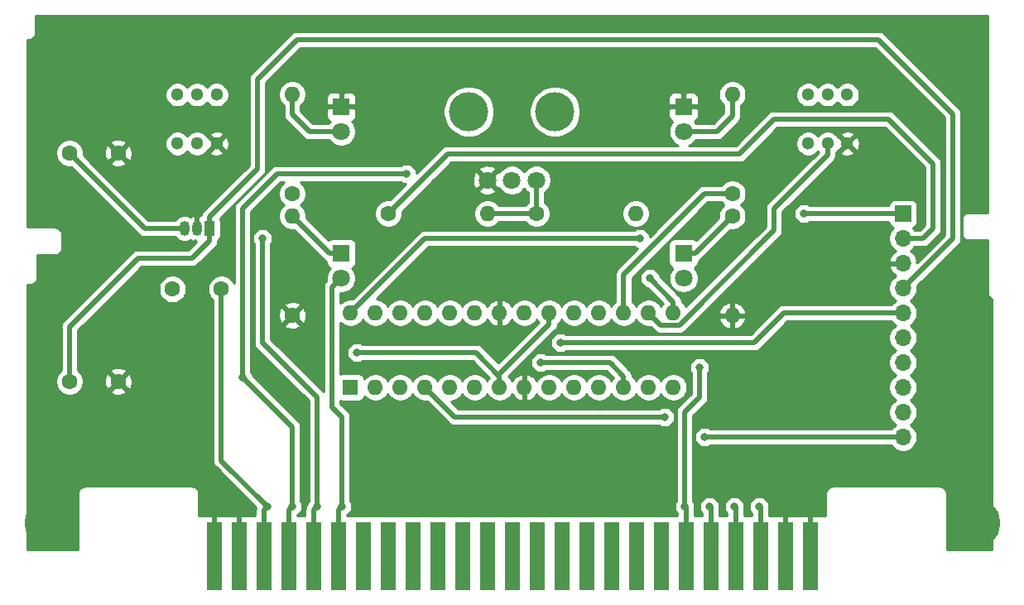
<source format=gbr>
G04 #@! TF.GenerationSoftware,KiCad,Pcbnew,(5.1.7)-1*
G04 #@! TF.CreationDate,2021-12-23T16:21:14-06:00*
G04 #@! TF.ProjectId,FmReceiverCartridge,466d5265-6365-4697-9665-724361727472,rev?*
G04 #@! TF.SameCoordinates,Original*
G04 #@! TF.FileFunction,Copper,L1,Top*
G04 #@! TF.FilePolarity,Positive*
%FSLAX46Y46*%
G04 Gerber Fmt 4.6, Leading zero omitted, Abs format (unit mm)*
G04 Created by KiCad (PCBNEW (5.1.7)-1) date 2021-12-23 16:21:14*
%MOMM*%
%LPD*%
G01*
G04 APERTURE LIST*
G04 #@! TA.AperFunction,ComponentPad*
%ADD10C,1.600000*%
G04 #@! TD*
G04 #@! TA.AperFunction,ComponentPad*
%ADD11O,1.600000X1.600000*%
G04 #@! TD*
G04 #@! TA.AperFunction,ComponentPad*
%ADD12R,1.800000X1.800000*%
G04 #@! TD*
G04 #@! TA.AperFunction,ComponentPad*
%ADD13C,1.800000*%
G04 #@! TD*
G04 #@! TA.AperFunction,ComponentPad*
%ADD14C,5.000000*%
G04 #@! TD*
G04 #@! TA.AperFunction,ConnectorPad*
%ADD15R,1.500000X7.000000*%
G04 #@! TD*
G04 #@! TA.AperFunction,WasherPad*
%ADD16C,4.000000*%
G04 #@! TD*
G04 #@! TA.AperFunction,ComponentPad*
%ADD17C,1.300000*%
G04 #@! TD*
G04 #@! TA.AperFunction,ComponentPad*
%ADD18R,1.600000X1.600000*%
G04 #@! TD*
G04 #@! TA.AperFunction,ComponentPad*
%ADD19R,1.700000X1.700000*%
G04 #@! TD*
G04 #@! TA.AperFunction,ComponentPad*
%ADD20O,1.700000X1.700000*%
G04 #@! TD*
G04 #@! TA.AperFunction,ComponentPad*
%ADD21O,1.050000X1.500000*%
G04 #@! TD*
G04 #@! TA.AperFunction,ComponentPad*
%ADD22R,1.050000X1.500000*%
G04 #@! TD*
G04 #@! TA.AperFunction,ViaPad*
%ADD23C,0.800000*%
G04 #@! TD*
G04 #@! TA.AperFunction,Conductor*
%ADD24C,0.500000*%
G04 #@! TD*
G04 #@! TA.AperFunction,Conductor*
%ADD25C,0.254000*%
G04 #@! TD*
G04 #@! TA.AperFunction,Conductor*
%ADD26C,0.100000*%
G04 #@! TD*
G04 APERTURE END LIST*
D10*
G04 #@! TO.P,R11,1*
G04 #@! TO.N,GND*
X110250000Y-101346000D03*
D11*
G04 #@! TO.P,R11,2*
G04 #@! TO.N,Net-(D4-Pad1)*
X110250000Y-91186000D03*
G04 #@! TD*
D12*
G04 #@! TO.P,D4,1*
G04 #@! TO.N,Net-(D4-Pad1)*
X115250000Y-95000000D03*
D13*
G04 #@! TO.P,D4,2*
G04 #@! TO.N,/LEDPower*
X115250000Y-97540000D03*
G04 #@! TD*
G04 #@! TO.P,D5,2*
G04 #@! TO.N,/LEDPower*
X150250000Y-97540000D03*
D12*
G04 #@! TO.P,D5,1*
G04 #@! TO.N,Net-(D5-Pad1)*
X150250000Y-95000000D03*
G04 #@! TD*
D14*
G04 #@! TO.P,H1,1*
G04 #@! TO.N,GND*
X85350000Y-122600000D03*
G04 #@! TD*
G04 #@! TO.P,H2,1*
G04 #@! TO.N,GND*
X180150000Y-122600000D03*
G04 #@! TD*
D15*
G04 #@! TO.P,J2,25*
G04 #@! TO.N,GND*
X163230000Y-126000000D03*
G04 #@! TO.P,J2,24*
X160690000Y-126000000D03*
G04 #@! TO.P,J2,23*
G04 #@! TO.N,/Input*
X158150000Y-126000000D03*
G04 #@! TO.P,J2,22*
G04 #@! TO.N,/Output*
X155610000Y-126000000D03*
G04 #@! TO.P,J2,21*
G04 #@! TO.N,+9V*
X153070000Y-126000000D03*
G04 #@! TO.P,J2,20*
G04 #@! TO.N,/LEDPower*
X150530000Y-126000000D03*
G04 #@! TO.P,J2,19*
G04 #@! TO.N,N/C*
X147990000Y-126000000D03*
G04 #@! TO.P,J2,18*
X145450000Y-126000000D03*
G04 #@! TO.P,J2,17*
X142910000Y-126000000D03*
G04 #@! TO.P,J2,16*
X140370000Y-126000000D03*
G04 #@! TO.P,J2,15*
X137830000Y-126000000D03*
G04 #@! TO.P,J2,14*
X135290000Y-126000000D03*
G04 #@! TO.P,J2,13*
X132750000Y-126000000D03*
G04 #@! TO.P,J2,12*
X130210000Y-126000000D03*
G04 #@! TO.P,J2,11*
X127670000Y-126000000D03*
G04 #@! TO.P,J2,10*
X125130000Y-126000000D03*
G04 #@! TO.P,J2,9*
X122590000Y-126000000D03*
G04 #@! TO.P,J2,8*
X120050000Y-126000000D03*
G04 #@! TO.P,J2,7*
X117510000Y-126000000D03*
G04 #@! TO.P,J2,6*
G04 #@! TO.N,/LEDPower*
X114970000Y-126000000D03*
G04 #@! TO.P,J2,5*
G04 #@! TO.N,+9V*
X112430000Y-126000000D03*
G04 #@! TO.P,J2,4*
G04 #@! TO.N,/Output*
X109890000Y-126000000D03*
G04 #@! TO.P,J2,3*
G04 #@! TO.N,/Input*
X107350000Y-126000000D03*
G04 #@! TO.P,J2,2*
G04 #@! TO.N,GND*
X104810000Y-126000000D03*
G04 #@! TO.P,J2,1*
X102270000Y-126000000D03*
G04 #@! TD*
D10*
G04 #@! TO.P,C4,1*
G04 #@! TO.N,GND*
X92456000Y-84728000D03*
G04 #@! TO.P,C4,2*
G04 #@! TO.N,+9V*
X87456000Y-84728000D03*
G04 #@! TD*
G04 #@! TO.P,C5,2*
G04 #@! TO.N,+3V3*
X87456000Y-108096000D03*
G04 #@! TO.P,C5,1*
G04 #@! TO.N,GND*
X92456000Y-108096000D03*
G04 #@! TD*
D13*
G04 #@! TO.P,D1,2*
G04 #@! TO.N,Net-(D1-Pad2)*
X115250000Y-82540000D03*
D12*
G04 #@! TO.P,D1,1*
G04 #@! TO.N,GND*
X115250000Y-80000000D03*
G04 #@! TD*
G04 #@! TO.P,D2,1*
G04 #@! TO.N,GND*
X150250000Y-80000000D03*
D13*
G04 #@! TO.P,D2,2*
G04 #@! TO.N,Net-(D2-Pad2)*
X150250000Y-82540000D03*
G04 #@! TD*
D11*
G04 #@! TO.P,R4,2*
G04 #@! TO.N,Net-(D1-Pad2)*
X110250000Y-78740000D03*
D10*
G04 #@! TO.P,R4,1*
G04 #@! TO.N,/LED_A*
X110250000Y-88900000D03*
G04 #@! TD*
G04 #@! TO.P,R5,1*
G04 #@! TO.N,/LED_B*
X155250000Y-88900000D03*
D11*
G04 #@! TO.P,R5,2*
G04 #@! TO.N,Net-(D2-Pad2)*
X155250000Y-78740000D03*
G04 #@! TD*
D10*
G04 #@! TO.P,R12,1*
G04 #@! TO.N,Net-(D5-Pad1)*
X155250000Y-91186000D03*
D11*
G04 #@! TO.P,R12,2*
G04 #@! TO.N,GND*
X155250000Y-101346000D03*
G04 #@! TD*
D10*
G04 #@! TO.P,C1,1*
G04 #@! TO.N,/Output*
X98000000Y-98660000D03*
G04 #@! TO.P,C1,2*
G04 #@! TO.N,/Input*
X103000000Y-98660000D03*
G04 #@! TD*
D11*
G04 #@! TO.P,R1,2*
G04 #@! TO.N,Net-(R1-Pad2)*
X145375000Y-90932000D03*
D10*
G04 #@! TO.P,R1,1*
G04 #@! TO.N,Net-(R1-Pad1)*
X135215000Y-90932000D03*
G04 #@! TD*
G04 #@! TO.P,R2,1*
G04 #@! TO.N,Net-(R2-Pad1)*
X120055000Y-90932000D03*
D11*
G04 #@! TO.P,R2,2*
G04 #@! TO.N,Net-(R1-Pad1)*
X130215000Y-90932000D03*
G04 #@! TD*
D13*
G04 #@! TO.P,RV1,3*
G04 #@! TO.N,GND*
X130215000Y-87500000D03*
G04 #@! TO.P,RV1,2*
G04 #@! TO.N,/Output*
X132715000Y-87500000D03*
G04 #@! TO.P,RV1,1*
G04 #@! TO.N,Net-(R1-Pad1)*
X135215000Y-87500000D03*
D16*
G04 #@! TO.P,RV1,*
G04 #@! TO.N,*
X128315000Y-80500000D03*
X137115000Y-80500000D03*
G04 #@! TD*
D17*
G04 #@! TO.P,SW1,6*
G04 #@! TO.N,N/C*
X102500000Y-78770000D03*
G04 #@! TO.P,SW1,5*
X100500000Y-78770000D03*
G04 #@! TO.P,SW1,4*
X98500000Y-78770000D03*
G04 #@! TO.P,SW1,3*
G04 #@! TO.N,GND*
X102500000Y-83770000D03*
G04 #@! TO.P,SW1,2*
G04 #@! TO.N,/SW_A*
X100500000Y-83770000D03*
G04 #@! TO.P,SW1,1*
G04 #@! TO.N,N/C*
X98500000Y-83770000D03*
G04 #@! TD*
G04 #@! TO.P,SW2,1*
G04 #@! TO.N,N/C*
X163000000Y-83770000D03*
G04 #@! TO.P,SW2,2*
G04 #@! TO.N,/SW_B*
X165000000Y-83770000D03*
G04 #@! TO.P,SW2,3*
G04 #@! TO.N,GND*
X167000000Y-83770000D03*
G04 #@! TO.P,SW2,4*
G04 #@! TO.N,N/C*
X163000000Y-78770000D03*
G04 #@! TO.P,SW2,5*
X165000000Y-78770000D03*
G04 #@! TO.P,SW2,6*
X167000000Y-78770000D03*
G04 #@! TD*
D18*
G04 #@! TO.P,U1,1*
G04 #@! TO.N,N/C*
X116205000Y-108712000D03*
D11*
G04 #@! TO.P,U1,15*
G04 #@! TO.N,/SW_A*
X149225000Y-101092000D03*
G04 #@! TO.P,U1,2*
G04 #@! TO.N,N/C*
X118745000Y-108712000D03*
G04 #@! TO.P,U1,16*
G04 #@! TO.N,/SW_B*
X146685000Y-101092000D03*
G04 #@! TO.P,U1,3*
G04 #@! TO.N,N/C*
X121285000Y-108712000D03*
G04 #@! TO.P,U1,17*
G04 #@! TO.N,/LED_B*
X144145000Y-101092000D03*
G04 #@! TO.P,U1,4*
G04 #@! TO.N,/D2*
X123825000Y-108712000D03*
G04 #@! TO.P,U1,18*
G04 #@! TO.N,N/C*
X141605000Y-101092000D03*
G04 #@! TO.P,U1,5*
G04 #@! TO.N,/D3*
X126365000Y-108712000D03*
G04 #@! TO.P,U1,19*
G04 #@! TO.N,N/C*
X139065000Y-101092000D03*
G04 #@! TO.P,U1,6*
X128905000Y-108712000D03*
G04 #@! TO.P,U1,20*
G04 #@! TO.N,+3V3*
X136525000Y-101092000D03*
G04 #@! TO.P,U1,7*
X131445000Y-108712000D03*
G04 #@! TO.P,U1,21*
G04 #@! TO.N,N/C*
X133985000Y-101092000D03*
G04 #@! TO.P,U1,8*
G04 #@! TO.N,GND*
X133985000Y-108712000D03*
G04 #@! TO.P,U1,22*
X131445000Y-101092000D03*
G04 #@! TO.P,U1,9*
G04 #@! TO.N,N/C*
X136525000Y-108712000D03*
G04 #@! TO.P,U1,23*
X128905000Y-101092000D03*
G04 #@! TO.P,U1,10*
X139065000Y-108712000D03*
G04 #@! TO.P,U1,24*
X126365000Y-101092000D03*
G04 #@! TO.P,U1,11*
X141605000Y-108712000D03*
G04 #@! TO.P,U1,25*
X123825000Y-101092000D03*
G04 #@! TO.P,U1,12*
G04 #@! TO.N,/LED_A*
X144145000Y-108712000D03*
G04 #@! TO.P,U1,26*
G04 #@! TO.N,N/C*
X121285000Y-101092000D03*
G04 #@! TO.P,U1,13*
X146685000Y-108712000D03*
G04 #@! TO.P,U1,27*
G04 #@! TO.N,/SDA*
X118745000Y-101092000D03*
G04 #@! TO.P,U1,14*
G04 #@! TO.N,N/C*
X149225000Y-108712000D03*
G04 #@! TO.P,U1,28*
G04 #@! TO.N,/SCL*
X116205000Y-101092000D03*
G04 #@! TD*
D19*
G04 #@! TO.P,U2,1*
G04 #@! TO.N,Net-(R1-Pad2)*
X172720000Y-90932000D03*
D20*
G04 #@! TO.P,U2,2*
G04 #@! TO.N,Net-(R2-Pad1)*
X172720000Y-93472000D03*
G04 #@! TO.P,U2,3*
G04 #@! TO.N,GND*
X172720000Y-96012000D03*
G04 #@! TO.P,U2,4*
G04 #@! TO.N,+3V3*
X172720000Y-98552000D03*
G04 #@! TO.P,U2,5*
G04 #@! TO.N,/SDA*
X172720000Y-101092000D03*
G04 #@! TO.P,U2,6*
G04 #@! TO.N,/SCL*
X172720000Y-103632000D03*
G04 #@! TO.P,U2,7*
G04 #@! TO.N,N/C*
X172720000Y-106172000D03*
G04 #@! TO.P,U2,8*
G04 #@! TO.N,/D2*
X172720000Y-108712000D03*
G04 #@! TO.P,U2,9*
G04 #@! TO.N,N/C*
X172720000Y-111252000D03*
G04 #@! TO.P,U2,10*
G04 #@! TO.N,/D3*
X172720000Y-113792000D03*
G04 #@! TD*
D21*
G04 #@! TO.P,U3,2*
G04 #@! TO.N,GND*
X100500000Y-92456000D03*
G04 #@! TO.P,U3,3*
G04 #@! TO.N,+9V*
X99230000Y-92456000D03*
D22*
G04 #@! TO.P,U3,1*
G04 #@! TO.N,+3V3*
X101770000Y-92456000D03*
G04 #@! TD*
D23*
G04 #@! TO.N,GND*
X102616000Y-120904000D03*
X105156000Y-120904000D03*
X160528000Y-120904000D03*
X163068000Y-120904000D03*
G04 #@! TO.N,/LEDPower*
X115316000Y-120904000D03*
X150368000Y-120904000D03*
X151892000Y-106680000D03*
G04 #@! TO.N,/Input*
X107696000Y-120904000D03*
X157988000Y-120904000D03*
G04 #@! TO.N,+9V*
X112776000Y-120904000D03*
X152908000Y-120904000D03*
X107188000Y-93472000D03*
G04 #@! TO.N,/LED_A*
X135636000Y-106172000D03*
G04 #@! TO.N,/SW_A*
X146812000Y-97536000D03*
G04 #@! TO.N,/Output*
X155448000Y-120904000D03*
X110236000Y-120904000D03*
X105156000Y-107696000D03*
X121920000Y-86868000D03*
G04 #@! TO.N,+3V3*
X116840000Y-105156000D03*
G04 #@! TO.N,Net-(R1-Pad2)*
X162560000Y-90932000D03*
G04 #@! TO.N,/D2*
X148336000Y-111760000D03*
G04 #@! TO.N,/D3*
X152400000Y-113792000D03*
G04 #@! TO.N,/SDA*
X137668000Y-104140000D03*
G04 #@! TO.N,/SCL*
X145796000Y-93472000D03*
G04 #@! TD*
D24*
G04 #@! TO.N,GND*
X102270000Y-121250000D02*
X102616000Y-120904000D01*
X102270000Y-126000000D02*
X102270000Y-121250000D01*
X104810000Y-121250000D02*
X105156000Y-120904000D01*
X104810000Y-126000000D02*
X104810000Y-121250000D01*
X160690000Y-121066000D02*
X160528000Y-120904000D01*
X160690000Y-126000000D02*
X160690000Y-121066000D01*
X163230000Y-121066000D02*
X163068000Y-120904000D01*
X163230000Y-126000000D02*
X163230000Y-121066000D01*
G04 #@! TO.N,/LEDPower*
X150530000Y-121066000D02*
X150368000Y-120904000D01*
X150530000Y-126000000D02*
X150530000Y-121066000D01*
X114970000Y-121250000D02*
X115316000Y-120904000D01*
X114970000Y-126000000D02*
X114970000Y-121250000D01*
X115316000Y-120904000D02*
X115316000Y-111760000D01*
X115316000Y-111760000D02*
X114300000Y-110744000D01*
X114300000Y-98490000D02*
X115250000Y-97540000D01*
X114300000Y-110744000D02*
X114300000Y-98490000D01*
X150368000Y-120904000D02*
X150368000Y-112776000D01*
X150368000Y-112776000D02*
X150368000Y-111252000D01*
X151892000Y-109728000D02*
X151892000Y-106680000D01*
X150368000Y-111252000D02*
X151892000Y-109728000D01*
G04 #@! TO.N,/Input*
X107350000Y-121250000D02*
X107696000Y-120904000D01*
X107350000Y-126000000D02*
X107350000Y-121250000D01*
X158150000Y-121066000D02*
X157988000Y-120904000D01*
X158150000Y-126000000D02*
X158150000Y-121066000D01*
X103000000Y-116208000D02*
X107696000Y-120904000D01*
X103000000Y-98660000D02*
X103000000Y-116208000D01*
G04 #@! TO.N,+9V*
X112430000Y-121250000D02*
X112776000Y-120904000D01*
X112430000Y-126000000D02*
X112430000Y-121250000D01*
X153070000Y-121066000D02*
X152908000Y-120904000D01*
X153070000Y-126000000D02*
X153070000Y-121066000D01*
X95184000Y-92456000D02*
X87456000Y-84728000D01*
X99230000Y-92456000D02*
X95184000Y-92456000D01*
X112776000Y-120904000D02*
X112776000Y-109728000D01*
X107188000Y-104140000D02*
X107188000Y-93472000D01*
X112776000Y-109728000D02*
X107188000Y-104140000D01*
G04 #@! TO.N,Net-(D1-Pad2)*
X115250000Y-82540000D02*
X112004000Y-82540000D01*
X110250000Y-80786000D02*
X110250000Y-78740000D01*
X112004000Y-82540000D02*
X110250000Y-80786000D01*
G04 #@! TO.N,Net-(D2-Pad2)*
X150250000Y-82540000D02*
X153680000Y-82540000D01*
X155250000Y-80970000D02*
X155250000Y-78740000D01*
X153680000Y-82540000D02*
X155250000Y-80970000D01*
G04 #@! TO.N,Net-(D4-Pad1)*
X114064000Y-95000000D02*
X110250000Y-91186000D01*
X115250000Y-95000000D02*
X114064000Y-95000000D01*
G04 #@! TO.N,Net-(D5-Pad1)*
X151436000Y-95000000D02*
X155250000Y-91186000D01*
X150250000Y-95000000D02*
X151436000Y-95000000D01*
G04 #@! TO.N,/LED_A*
X144145000Y-108712000D02*
X144145000Y-107569000D01*
X142748000Y-106172000D02*
X135636000Y-106172000D01*
X144145000Y-107569000D02*
X142748000Y-106172000D01*
G04 #@! TO.N,/LED_B*
X144145000Y-101092000D02*
X144145000Y-97155000D01*
X152400000Y-88900000D02*
X155250000Y-88900000D01*
X144145000Y-97155000D02*
X152400000Y-88900000D01*
G04 #@! TO.N,/SW_A*
X149225000Y-99949000D02*
X146812000Y-97536000D01*
X149225000Y-101092000D02*
X149225000Y-99949000D01*
G04 #@! TO.N,/SW_B*
X147935001Y-102342001D02*
X149825001Y-102342001D01*
X149825001Y-102342001D02*
X159512000Y-92655002D01*
X146685000Y-101092000D02*
X147935001Y-102342001D01*
X159512000Y-92655002D02*
X159512000Y-90424000D01*
X165000000Y-84936000D02*
X165000000Y-83770000D01*
X159512000Y-90424000D02*
X165000000Y-84936000D01*
G04 #@! TO.N,Net-(R1-Pad1)*
X130215000Y-90932000D02*
X135215000Y-90932000D01*
X135215000Y-87500000D02*
X135215000Y-90932000D01*
G04 #@! TO.N,/Output*
X155610000Y-126000000D02*
X155610000Y-121066000D01*
X155610000Y-121066000D02*
X155448000Y-120904000D01*
X155448000Y-120904000D02*
X155448000Y-120904000D01*
X109890000Y-121250000D02*
X110236000Y-120904000D01*
X109890000Y-126000000D02*
X109890000Y-121250000D01*
X110236000Y-112776000D02*
X105156000Y-107696000D01*
X110236000Y-120904000D02*
X110236000Y-112776000D01*
X105156000Y-107696000D02*
X105156000Y-90424000D01*
X108712000Y-86868000D02*
X121920000Y-86868000D01*
X105156000Y-90424000D02*
X108712000Y-86868000D01*
G04 #@! TO.N,+3V3*
X136525000Y-101092000D02*
X136525000Y-102235000D01*
X131445000Y-107315000D02*
X131445000Y-108712000D01*
X136525000Y-102235000D02*
X131445000Y-107315000D01*
X87456000Y-108096000D02*
X87456000Y-102536000D01*
X87456000Y-102536000D02*
X94488000Y-95504000D01*
X101770000Y-93706000D02*
X101770000Y-92456000D01*
X99972000Y-95504000D02*
X101770000Y-93706000D01*
X94488000Y-95504000D02*
X99972000Y-95504000D01*
X131445000Y-108712000D02*
X131445000Y-107569000D01*
X129032000Y-105156000D02*
X116840000Y-105156000D01*
X131445000Y-107569000D02*
X129032000Y-105156000D01*
X101770000Y-92456000D02*
X101770000Y-91270000D01*
X101770000Y-91270000D02*
X106680000Y-86360000D01*
X106680000Y-86360000D02*
X106680000Y-77216000D01*
X106680000Y-77216000D02*
X110744000Y-73152000D01*
X110744000Y-73152000D02*
X170180000Y-73152000D01*
X170180000Y-73152000D02*
X177800000Y-80772000D01*
X177800000Y-93472000D02*
X172720000Y-98552000D01*
X177800000Y-80772000D02*
X177800000Y-93472000D01*
G04 #@! TO.N,Net-(R1-Pad2)*
X172720000Y-90932000D02*
X162560000Y-90932000D01*
G04 #@! TO.N,Net-(R2-Pad1)*
X120055000Y-90932000D02*
X126151000Y-84836000D01*
X126151000Y-84836000D02*
X155956000Y-84836000D01*
X155956000Y-84836000D02*
X159512000Y-81280000D01*
X159512000Y-81280000D02*
X171196000Y-81280000D01*
X171196000Y-81280000D02*
X175768000Y-85852000D01*
X175768000Y-85852000D02*
X175768000Y-92456000D01*
X174752000Y-93472000D02*
X172720000Y-93472000D01*
X175768000Y-92456000D02*
X174752000Y-93472000D01*
G04 #@! TO.N,/D2*
X126873000Y-111760000D02*
X148336000Y-111760000D01*
X123825000Y-108712000D02*
X126873000Y-111760000D01*
G04 #@! TO.N,/D3*
X172720000Y-113792000D02*
X152400000Y-113792000D01*
G04 #@! TO.N,/SDA*
X172720000Y-101092000D02*
X160528000Y-101092000D01*
X157480000Y-104140000D02*
X137668000Y-104140000D01*
X160528000Y-101092000D02*
X157480000Y-104140000D01*
G04 #@! TO.N,/SCL*
X116205000Y-101092000D02*
X123825000Y-93472000D01*
X123825000Y-93472000D02*
X145796000Y-93472000D01*
G04 #@! TD*
D25*
G04 #@! TO.N,GND*
X181323001Y-90823000D02*
X179433252Y-90823000D01*
X179400000Y-90819725D01*
X179366748Y-90823000D01*
X179267285Y-90832796D01*
X179139670Y-90871508D01*
X179022059Y-90934372D01*
X178918973Y-91018973D01*
X178834372Y-91122059D01*
X178771508Y-91239670D01*
X178732796Y-91367285D01*
X178719725Y-91500000D01*
X178723001Y-91533262D01*
X178723000Y-92966747D01*
X178719725Y-93000000D01*
X178732796Y-93132715D01*
X178771508Y-93260330D01*
X178834372Y-93377941D01*
X178918973Y-93481027D01*
X179022059Y-93565628D01*
X179139670Y-93628492D01*
X179267285Y-93667204D01*
X179400000Y-93680275D01*
X179433252Y-93677000D01*
X181323000Y-93677000D01*
X181323001Y-98966738D01*
X181319725Y-99000000D01*
X181332796Y-99132715D01*
X181371508Y-99260330D01*
X181434372Y-99377941D01*
X181518973Y-99481027D01*
X181622059Y-99565628D01*
X181739670Y-99628492D01*
X181823001Y-99653770D01*
X181823000Y-125323000D01*
X177177000Y-125323000D01*
X177177000Y-119533252D01*
X177180275Y-119500000D01*
X177167204Y-119367285D01*
X177128492Y-119239670D01*
X177065628Y-119122059D01*
X176981027Y-119018973D01*
X176877941Y-118934372D01*
X176760330Y-118871508D01*
X176632715Y-118832796D01*
X176533252Y-118823000D01*
X176500000Y-118819725D01*
X176466748Y-118823000D01*
X165513252Y-118823000D01*
X165480000Y-118819725D01*
X165446748Y-118823000D01*
X165347285Y-118832796D01*
X165219670Y-118871508D01*
X165102059Y-118934372D01*
X164998973Y-119018973D01*
X164914372Y-119122059D01*
X164851508Y-119239670D01*
X164812796Y-119367285D01*
X164799725Y-119500000D01*
X164803001Y-119533262D01*
X164803001Y-121793000D01*
X159027000Y-121793000D01*
X159027000Y-121109079D01*
X159031243Y-121066000D01*
X159015000Y-120901084D01*
X159015000Y-120802849D01*
X158975533Y-120604435D01*
X158898115Y-120417533D01*
X158785723Y-120249326D01*
X158642674Y-120106277D01*
X158474467Y-119993885D01*
X158287565Y-119916467D01*
X158089151Y-119877000D01*
X157886849Y-119877000D01*
X157688435Y-119916467D01*
X157501533Y-119993885D01*
X157333326Y-120106277D01*
X157190277Y-120249326D01*
X157077885Y-120417533D01*
X157000467Y-120604435D01*
X156961000Y-120802849D01*
X156961000Y-121005151D01*
X157000467Y-121203565D01*
X157077885Y-121390467D01*
X157190277Y-121558674D01*
X157273001Y-121641398D01*
X157273001Y-121793000D01*
X156487000Y-121793000D01*
X156487000Y-121109079D01*
X156491243Y-121066000D01*
X156475000Y-120901084D01*
X156475000Y-120802849D01*
X156435533Y-120604435D01*
X156358115Y-120417533D01*
X156245723Y-120249326D01*
X156102674Y-120106277D01*
X155934467Y-119993885D01*
X155747565Y-119916467D01*
X155549151Y-119877000D01*
X155346849Y-119877000D01*
X155148435Y-119916467D01*
X154961533Y-119993885D01*
X154793326Y-120106277D01*
X154650277Y-120249326D01*
X154537885Y-120417533D01*
X154460467Y-120604435D01*
X154421000Y-120802849D01*
X154421000Y-121005151D01*
X154460467Y-121203565D01*
X154537885Y-121390467D01*
X154650277Y-121558674D01*
X154733001Y-121641398D01*
X154733001Y-121793000D01*
X153947000Y-121793000D01*
X153947000Y-121109079D01*
X153951243Y-121066000D01*
X153935000Y-120901084D01*
X153935000Y-120802849D01*
X153895533Y-120604435D01*
X153818115Y-120417533D01*
X153705723Y-120249326D01*
X153562674Y-120106277D01*
X153394467Y-119993885D01*
X153207565Y-119916467D01*
X153009151Y-119877000D01*
X152806849Y-119877000D01*
X152608435Y-119916467D01*
X152421533Y-119993885D01*
X152253326Y-120106277D01*
X152110277Y-120249326D01*
X151997885Y-120417533D01*
X151920467Y-120604435D01*
X151881000Y-120802849D01*
X151881000Y-121005151D01*
X151920467Y-121203565D01*
X151997885Y-121390467D01*
X152110277Y-121558674D01*
X152193001Y-121641398D01*
X152193001Y-121793000D01*
X151407000Y-121793000D01*
X151407000Y-121109079D01*
X151411243Y-121066000D01*
X151395000Y-120901084D01*
X151395000Y-120802849D01*
X151355533Y-120604435D01*
X151278115Y-120417533D01*
X151245000Y-120367973D01*
X151245000Y-111615265D01*
X152481669Y-110378596D01*
X152515133Y-110351133D01*
X152624727Y-110217592D01*
X152706162Y-110065237D01*
X152756310Y-109899922D01*
X152769000Y-109771079D01*
X152769000Y-109771070D01*
X152773242Y-109728001D01*
X152769000Y-109684931D01*
X152769000Y-107216027D01*
X152802115Y-107166467D01*
X152879533Y-106979565D01*
X152919000Y-106781151D01*
X152919000Y-106578849D01*
X152879533Y-106380435D01*
X152802115Y-106193533D01*
X152689723Y-106025326D01*
X152546674Y-105882277D01*
X152378467Y-105769885D01*
X152191565Y-105692467D01*
X151993151Y-105653000D01*
X151790849Y-105653000D01*
X151592435Y-105692467D01*
X151405533Y-105769885D01*
X151237326Y-105882277D01*
X151094277Y-106025326D01*
X150981885Y-106193533D01*
X150904467Y-106380435D01*
X150865000Y-106578849D01*
X150865000Y-106781151D01*
X150904467Y-106979565D01*
X150981885Y-107166467D01*
X151015001Y-107216028D01*
X151015000Y-109364735D01*
X149778327Y-110601408D01*
X149744868Y-110628867D01*
X149717409Y-110662326D01*
X149717406Y-110662329D01*
X149635274Y-110762408D01*
X149553838Y-110914764D01*
X149503690Y-111080078D01*
X149486757Y-111252000D01*
X149491001Y-111295089D01*
X149491000Y-112819078D01*
X149491001Y-112819088D01*
X149491000Y-120367973D01*
X149457885Y-120417533D01*
X149380467Y-120604435D01*
X149341000Y-120802849D01*
X149341000Y-121005151D01*
X149380467Y-121203565D01*
X149457885Y-121390467D01*
X149570277Y-121558674D01*
X149653001Y-121641398D01*
X149653001Y-121793000D01*
X115847000Y-121793000D01*
X115847000Y-121784359D01*
X115970674Y-121701723D01*
X116113723Y-121558674D01*
X116226115Y-121390467D01*
X116303533Y-121203565D01*
X116343000Y-121005151D01*
X116343000Y-120802849D01*
X116303533Y-120604435D01*
X116226115Y-120417533D01*
X116193000Y-120367973D01*
X116193000Y-111803079D01*
X116197243Y-111760000D01*
X116180310Y-111588077D01*
X116130162Y-111422763D01*
X116100427Y-111367133D01*
X116048727Y-111270408D01*
X115939133Y-111136867D01*
X115905674Y-111109408D01*
X115177000Y-110380735D01*
X115177000Y-110098050D01*
X115282087Y-110129927D01*
X115405000Y-110142033D01*
X117005000Y-110142033D01*
X117127913Y-110129927D01*
X117246103Y-110094075D01*
X117355028Y-110035853D01*
X117450501Y-109957501D01*
X117528853Y-109862028D01*
X117587075Y-109753103D01*
X117622927Y-109634913D01*
X117625818Y-109605560D01*
X117636576Y-109621660D01*
X117835340Y-109820424D01*
X118069062Y-109976591D01*
X118328759Y-110084162D01*
X118604453Y-110139000D01*
X118885547Y-110139000D01*
X119161241Y-110084162D01*
X119420938Y-109976591D01*
X119654660Y-109820424D01*
X119853424Y-109621660D01*
X120009591Y-109387938D01*
X120015000Y-109374880D01*
X120020409Y-109387938D01*
X120176576Y-109621660D01*
X120375340Y-109820424D01*
X120609062Y-109976591D01*
X120868759Y-110084162D01*
X121144453Y-110139000D01*
X121425547Y-110139000D01*
X121701241Y-110084162D01*
X121960938Y-109976591D01*
X122194660Y-109820424D01*
X122393424Y-109621660D01*
X122549591Y-109387938D01*
X122555000Y-109374880D01*
X122560409Y-109387938D01*
X122716576Y-109621660D01*
X122915340Y-109820424D01*
X123149062Y-109976591D01*
X123408759Y-110084162D01*
X123684453Y-110139000D01*
X123965547Y-110139000D01*
X124004072Y-110131337D01*
X126222408Y-112349674D01*
X126249867Y-112383133D01*
X126283326Y-112410592D01*
X126283328Y-112410594D01*
X126348427Y-112464019D01*
X126383408Y-112492727D01*
X126505008Y-112557723D01*
X126535763Y-112574162D01*
X126701077Y-112624310D01*
X126873000Y-112641243D01*
X126916079Y-112637000D01*
X147799973Y-112637000D01*
X147849533Y-112670115D01*
X148036435Y-112747533D01*
X148234849Y-112787000D01*
X148437151Y-112787000D01*
X148635565Y-112747533D01*
X148822467Y-112670115D01*
X148990674Y-112557723D01*
X149133723Y-112414674D01*
X149246115Y-112246467D01*
X149323533Y-112059565D01*
X149363000Y-111861151D01*
X149363000Y-111658849D01*
X149323533Y-111460435D01*
X149246115Y-111273533D01*
X149133723Y-111105326D01*
X148990674Y-110962277D01*
X148822467Y-110849885D01*
X148635565Y-110772467D01*
X148437151Y-110733000D01*
X148234849Y-110733000D01*
X148036435Y-110772467D01*
X147849533Y-110849885D01*
X147799973Y-110883000D01*
X127236266Y-110883000D01*
X126492266Y-110139000D01*
X126505547Y-110139000D01*
X126781241Y-110084162D01*
X127040938Y-109976591D01*
X127274660Y-109820424D01*
X127473424Y-109621660D01*
X127629591Y-109387938D01*
X127635000Y-109374880D01*
X127640409Y-109387938D01*
X127796576Y-109621660D01*
X127995340Y-109820424D01*
X128229062Y-109976591D01*
X128488759Y-110084162D01*
X128764453Y-110139000D01*
X129045547Y-110139000D01*
X129321241Y-110084162D01*
X129580938Y-109976591D01*
X129814660Y-109820424D01*
X130013424Y-109621660D01*
X130169591Y-109387938D01*
X130175000Y-109374880D01*
X130180409Y-109387938D01*
X130336576Y-109621660D01*
X130535340Y-109820424D01*
X130769062Y-109976591D01*
X131028759Y-110084162D01*
X131304453Y-110139000D01*
X131585547Y-110139000D01*
X131861241Y-110084162D01*
X132120938Y-109976591D01*
X132354660Y-109820424D01*
X132553424Y-109621660D01*
X132709591Y-109387938D01*
X132715946Y-109372596D01*
X132832615Y-109567131D01*
X133021586Y-109775519D01*
X133247580Y-109943037D01*
X133501913Y-110063246D01*
X133635961Y-110103904D01*
X133858000Y-109981915D01*
X133858000Y-108839000D01*
X133838000Y-108839000D01*
X133838000Y-108585000D01*
X133858000Y-108585000D01*
X133858000Y-107442085D01*
X134112000Y-107442085D01*
X134112000Y-108585000D01*
X134132000Y-108585000D01*
X134132000Y-108839000D01*
X134112000Y-108839000D01*
X134112000Y-109981915D01*
X134334039Y-110103904D01*
X134468087Y-110063246D01*
X134722420Y-109943037D01*
X134948414Y-109775519D01*
X135137385Y-109567131D01*
X135254054Y-109372596D01*
X135260409Y-109387938D01*
X135416576Y-109621660D01*
X135615340Y-109820424D01*
X135849062Y-109976591D01*
X136108759Y-110084162D01*
X136384453Y-110139000D01*
X136665547Y-110139000D01*
X136941241Y-110084162D01*
X137200938Y-109976591D01*
X137434660Y-109820424D01*
X137633424Y-109621660D01*
X137789591Y-109387938D01*
X137795000Y-109374880D01*
X137800409Y-109387938D01*
X137956576Y-109621660D01*
X138155340Y-109820424D01*
X138389062Y-109976591D01*
X138648759Y-110084162D01*
X138924453Y-110139000D01*
X139205547Y-110139000D01*
X139481241Y-110084162D01*
X139740938Y-109976591D01*
X139974660Y-109820424D01*
X140173424Y-109621660D01*
X140329591Y-109387938D01*
X140335000Y-109374880D01*
X140340409Y-109387938D01*
X140496576Y-109621660D01*
X140695340Y-109820424D01*
X140929062Y-109976591D01*
X141188759Y-110084162D01*
X141464453Y-110139000D01*
X141745547Y-110139000D01*
X142021241Y-110084162D01*
X142280938Y-109976591D01*
X142514660Y-109820424D01*
X142713424Y-109621660D01*
X142869591Y-109387938D01*
X142875000Y-109374880D01*
X142880409Y-109387938D01*
X143036576Y-109621660D01*
X143235340Y-109820424D01*
X143469062Y-109976591D01*
X143728759Y-110084162D01*
X144004453Y-110139000D01*
X144285547Y-110139000D01*
X144561241Y-110084162D01*
X144820938Y-109976591D01*
X145054660Y-109820424D01*
X145253424Y-109621660D01*
X145409591Y-109387938D01*
X145415000Y-109374880D01*
X145420409Y-109387938D01*
X145576576Y-109621660D01*
X145775340Y-109820424D01*
X146009062Y-109976591D01*
X146268759Y-110084162D01*
X146544453Y-110139000D01*
X146825547Y-110139000D01*
X147101241Y-110084162D01*
X147360938Y-109976591D01*
X147594660Y-109820424D01*
X147793424Y-109621660D01*
X147949591Y-109387938D01*
X147955000Y-109374880D01*
X147960409Y-109387938D01*
X148116576Y-109621660D01*
X148315340Y-109820424D01*
X148549062Y-109976591D01*
X148808759Y-110084162D01*
X149084453Y-110139000D01*
X149365547Y-110139000D01*
X149641241Y-110084162D01*
X149900938Y-109976591D01*
X150134660Y-109820424D01*
X150333424Y-109621660D01*
X150489591Y-109387938D01*
X150597162Y-109128241D01*
X150652000Y-108852547D01*
X150652000Y-108571453D01*
X150597162Y-108295759D01*
X150489591Y-108036062D01*
X150333424Y-107802340D01*
X150134660Y-107603576D01*
X149900938Y-107447409D01*
X149641241Y-107339838D01*
X149365547Y-107285000D01*
X149084453Y-107285000D01*
X148808759Y-107339838D01*
X148549062Y-107447409D01*
X148315340Y-107603576D01*
X148116576Y-107802340D01*
X147960409Y-108036062D01*
X147955000Y-108049120D01*
X147949591Y-108036062D01*
X147793424Y-107802340D01*
X147594660Y-107603576D01*
X147360938Y-107447409D01*
X147101241Y-107339838D01*
X146825547Y-107285000D01*
X146544453Y-107285000D01*
X146268759Y-107339838D01*
X146009062Y-107447409D01*
X145775340Y-107603576D01*
X145576576Y-107802340D01*
X145420409Y-108036062D01*
X145415000Y-108049120D01*
X145409591Y-108036062D01*
X145253424Y-107802340D01*
X145054660Y-107603576D01*
X145024801Y-107583625D01*
X145026242Y-107568999D01*
X145022000Y-107525930D01*
X145022000Y-107525921D01*
X145009310Y-107397078D01*
X144959162Y-107231763D01*
X144877727Y-107079408D01*
X144768133Y-106945867D01*
X144734668Y-106918403D01*
X143398597Y-105582332D01*
X143371133Y-105548867D01*
X143237592Y-105439273D01*
X143085237Y-105357838D01*
X142919922Y-105307690D01*
X142791079Y-105295000D01*
X142748000Y-105290757D01*
X142704921Y-105295000D01*
X136172027Y-105295000D01*
X136122467Y-105261885D01*
X135935565Y-105184467D01*
X135737151Y-105145000D01*
X135534849Y-105145000D01*
X135336435Y-105184467D01*
X135149533Y-105261885D01*
X134981326Y-105374277D01*
X134838277Y-105517326D01*
X134725885Y-105685533D01*
X134648467Y-105872435D01*
X134609000Y-106070849D01*
X134609000Y-106273151D01*
X134648467Y-106471565D01*
X134725885Y-106658467D01*
X134838277Y-106826674D01*
X134981326Y-106969723D01*
X135149533Y-107082115D01*
X135336435Y-107159533D01*
X135534849Y-107199000D01*
X135737151Y-107199000D01*
X135935565Y-107159533D01*
X136122467Y-107082115D01*
X136172027Y-107049000D01*
X142384735Y-107049000D01*
X143087326Y-107751591D01*
X143036576Y-107802340D01*
X142880409Y-108036062D01*
X142875000Y-108049120D01*
X142869591Y-108036062D01*
X142713424Y-107802340D01*
X142514660Y-107603576D01*
X142280938Y-107447409D01*
X142021241Y-107339838D01*
X141745547Y-107285000D01*
X141464453Y-107285000D01*
X141188759Y-107339838D01*
X140929062Y-107447409D01*
X140695340Y-107603576D01*
X140496576Y-107802340D01*
X140340409Y-108036062D01*
X140335000Y-108049120D01*
X140329591Y-108036062D01*
X140173424Y-107802340D01*
X139974660Y-107603576D01*
X139740938Y-107447409D01*
X139481241Y-107339838D01*
X139205547Y-107285000D01*
X138924453Y-107285000D01*
X138648759Y-107339838D01*
X138389062Y-107447409D01*
X138155340Y-107603576D01*
X137956576Y-107802340D01*
X137800409Y-108036062D01*
X137795000Y-108049120D01*
X137789591Y-108036062D01*
X137633424Y-107802340D01*
X137434660Y-107603576D01*
X137200938Y-107447409D01*
X136941241Y-107339838D01*
X136665547Y-107285000D01*
X136384453Y-107285000D01*
X136108759Y-107339838D01*
X135849062Y-107447409D01*
X135615340Y-107603576D01*
X135416576Y-107802340D01*
X135260409Y-108036062D01*
X135254054Y-108051404D01*
X135137385Y-107856869D01*
X134948414Y-107648481D01*
X134722420Y-107480963D01*
X134468087Y-107360754D01*
X134334039Y-107320096D01*
X134112000Y-107442085D01*
X133858000Y-107442085D01*
X133635961Y-107320096D01*
X133501913Y-107360754D01*
X133247580Y-107480963D01*
X133021586Y-107648481D01*
X132832615Y-107856869D01*
X132715946Y-108051404D01*
X132709591Y-108036062D01*
X132553424Y-107802340D01*
X132375675Y-107624591D01*
X137114674Y-102885592D01*
X137148133Y-102858133D01*
X137257727Y-102724592D01*
X137339162Y-102572237D01*
X137355311Y-102519000D01*
X137389310Y-102406923D01*
X137406243Y-102235000D01*
X137404802Y-102220374D01*
X137434660Y-102200424D01*
X137633424Y-102001660D01*
X137789591Y-101767938D01*
X137795000Y-101754880D01*
X137800409Y-101767938D01*
X137956576Y-102001660D01*
X138155340Y-102200424D01*
X138389062Y-102356591D01*
X138648759Y-102464162D01*
X138924453Y-102519000D01*
X139205547Y-102519000D01*
X139481241Y-102464162D01*
X139740938Y-102356591D01*
X139974660Y-102200424D01*
X140173424Y-102001660D01*
X140329591Y-101767938D01*
X140335000Y-101754880D01*
X140340409Y-101767938D01*
X140496576Y-102001660D01*
X140695340Y-102200424D01*
X140929062Y-102356591D01*
X141188759Y-102464162D01*
X141464453Y-102519000D01*
X141745547Y-102519000D01*
X142021241Y-102464162D01*
X142280938Y-102356591D01*
X142514660Y-102200424D01*
X142713424Y-102001660D01*
X142869591Y-101767938D01*
X142875000Y-101754880D01*
X142880409Y-101767938D01*
X143036576Y-102001660D01*
X143235340Y-102200424D01*
X143469062Y-102356591D01*
X143728759Y-102464162D01*
X144004453Y-102519000D01*
X144285547Y-102519000D01*
X144561241Y-102464162D01*
X144820938Y-102356591D01*
X145054660Y-102200424D01*
X145253424Y-102001660D01*
X145409591Y-101767938D01*
X145415000Y-101754880D01*
X145420409Y-101767938D01*
X145576576Y-102001660D01*
X145775340Y-102200424D01*
X146009062Y-102356591D01*
X146268759Y-102464162D01*
X146544453Y-102519000D01*
X146825547Y-102519000D01*
X146864072Y-102511337D01*
X147284404Y-102931669D01*
X147311868Y-102965134D01*
X147445409Y-103074728D01*
X147597764Y-103156163D01*
X147763079Y-103206311D01*
X147891922Y-103219001D01*
X147891931Y-103219001D01*
X147935000Y-103223243D01*
X147978070Y-103219001D01*
X149781922Y-103219001D01*
X149825001Y-103223244D01*
X149868080Y-103219001D01*
X149996923Y-103206311D01*
X150162238Y-103156163D01*
X150314593Y-103074728D01*
X150448134Y-102965134D01*
X150475598Y-102931669D01*
X151712227Y-101695040D01*
X153858091Y-101695040D01*
X153952930Y-101959881D01*
X154097615Y-102201131D01*
X154286586Y-102409519D01*
X154512580Y-102577037D01*
X154766913Y-102697246D01*
X154900961Y-102737904D01*
X155123000Y-102615915D01*
X155123000Y-101473000D01*
X155377000Y-101473000D01*
X155377000Y-102615915D01*
X155599039Y-102737904D01*
X155733087Y-102697246D01*
X155987420Y-102577037D01*
X156213414Y-102409519D01*
X156402385Y-102201131D01*
X156547070Y-101959881D01*
X156641909Y-101695040D01*
X156520624Y-101473000D01*
X155377000Y-101473000D01*
X155123000Y-101473000D01*
X153979376Y-101473000D01*
X153858091Y-101695040D01*
X151712227Y-101695040D01*
X152410307Y-100996960D01*
X153858091Y-100996960D01*
X153979376Y-101219000D01*
X155123000Y-101219000D01*
X155123000Y-100076085D01*
X155377000Y-100076085D01*
X155377000Y-101219000D01*
X156520624Y-101219000D01*
X156641909Y-100996960D01*
X156547070Y-100732119D01*
X156402385Y-100490869D01*
X156213414Y-100282481D01*
X155987420Y-100114963D01*
X155733087Y-99994754D01*
X155599039Y-99954096D01*
X155377000Y-100076085D01*
X155123000Y-100076085D01*
X154900961Y-99954096D01*
X154766913Y-99994754D01*
X154512580Y-100114963D01*
X154286586Y-100282481D01*
X154097615Y-100490869D01*
X153952930Y-100732119D01*
X153858091Y-100996960D01*
X152410307Y-100996960D01*
X160101669Y-93305598D01*
X160135133Y-93278135D01*
X160244727Y-93144594D01*
X160326162Y-92992239D01*
X160376310Y-92826924D01*
X160389000Y-92698081D01*
X160389000Y-92698072D01*
X160393242Y-92655003D01*
X160389000Y-92611933D01*
X160389000Y-90787265D01*
X165589675Y-85586591D01*
X165623133Y-85559133D01*
X165659547Y-85514763D01*
X165705201Y-85459133D01*
X165732727Y-85425592D01*
X165814162Y-85273237D01*
X165864310Y-85107922D01*
X165877000Y-84979079D01*
X165877000Y-84979078D01*
X165881243Y-84936001D01*
X165877000Y-84892921D01*
X165877000Y-84698951D01*
X165920424Y-84655527D01*
X166294078Y-84655527D01*
X166347466Y-84884201D01*
X166577374Y-84990095D01*
X166823524Y-85049102D01*
X167076455Y-85058952D01*
X167326449Y-85019270D01*
X167563896Y-84931578D01*
X167652534Y-84884201D01*
X167705922Y-84655527D01*
X167000000Y-83949605D01*
X166294078Y-84655527D01*
X165920424Y-84655527D01*
X165991911Y-84584040D01*
X166070944Y-84465759D01*
X166114473Y-84475922D01*
X166820395Y-83770000D01*
X167179605Y-83770000D01*
X167885527Y-84475922D01*
X168114201Y-84422534D01*
X168220095Y-84192626D01*
X168279102Y-83946476D01*
X168288952Y-83693545D01*
X168249270Y-83443551D01*
X168161578Y-83206104D01*
X168114201Y-83117466D01*
X167885527Y-83064078D01*
X167179605Y-83770000D01*
X166820395Y-83770000D01*
X166114473Y-83064078D01*
X166070944Y-83074241D01*
X165991911Y-82955960D01*
X165920424Y-82884473D01*
X166294078Y-82884473D01*
X167000000Y-83590395D01*
X167705922Y-82884473D01*
X167652534Y-82655799D01*
X167422626Y-82549905D01*
X167176476Y-82490898D01*
X166923545Y-82481048D01*
X166673551Y-82520730D01*
X166436104Y-82608422D01*
X166347466Y-82655799D01*
X166294078Y-82884473D01*
X165920424Y-82884473D01*
X165814040Y-82778089D01*
X165604886Y-82638337D01*
X165372487Y-82542074D01*
X165125774Y-82493000D01*
X164874226Y-82493000D01*
X164627513Y-82542074D01*
X164395114Y-82638337D01*
X164185960Y-82778089D01*
X164008089Y-82955960D01*
X164000000Y-82968066D01*
X163991911Y-82955960D01*
X163814040Y-82778089D01*
X163604886Y-82638337D01*
X163372487Y-82542074D01*
X163125774Y-82493000D01*
X162874226Y-82493000D01*
X162627513Y-82542074D01*
X162395114Y-82638337D01*
X162185960Y-82778089D01*
X162008089Y-82955960D01*
X161868337Y-83165114D01*
X161772074Y-83397513D01*
X161723000Y-83644226D01*
X161723000Y-83895774D01*
X161772074Y-84142487D01*
X161868337Y-84374886D01*
X162008089Y-84584040D01*
X162185960Y-84761911D01*
X162395114Y-84901663D01*
X162627513Y-84997926D01*
X162874226Y-85047000D01*
X163125774Y-85047000D01*
X163372487Y-84997926D01*
X163604886Y-84901663D01*
X163814040Y-84761911D01*
X163991911Y-84584040D01*
X164000000Y-84571934D01*
X164008089Y-84584040D01*
X164059892Y-84635843D01*
X158922327Y-89773408D01*
X158888868Y-89800867D01*
X158861409Y-89834326D01*
X158861406Y-89834329D01*
X158779274Y-89934408D01*
X158697838Y-90086764D01*
X158647690Y-90252078D01*
X158630757Y-90424000D01*
X158635001Y-90467089D01*
X158635000Y-92291737D01*
X150495766Y-100430971D01*
X150489591Y-100416062D01*
X150333424Y-100182340D01*
X150134660Y-99983576D01*
X150104801Y-99963625D01*
X150106242Y-99948999D01*
X150102000Y-99905930D01*
X150102000Y-99905921D01*
X150089310Y-99777078D01*
X150039162Y-99611763D01*
X149957727Y-99459408D01*
X149848133Y-99325867D01*
X149814668Y-99298403D01*
X147811162Y-97294897D01*
X147799533Y-97236435D01*
X147722115Y-97049533D01*
X147609723Y-96881326D01*
X147466674Y-96738277D01*
X147298467Y-96625885D01*
X147111565Y-96548467D01*
X146913151Y-96509000D01*
X146710849Y-96509000D01*
X146512435Y-96548467D01*
X146325533Y-96625885D01*
X146157326Y-96738277D01*
X146014277Y-96881326D01*
X145901885Y-97049533D01*
X145824467Y-97236435D01*
X145785000Y-97434849D01*
X145785000Y-97637151D01*
X145824467Y-97835565D01*
X145901885Y-98022467D01*
X146014277Y-98190674D01*
X146157326Y-98333723D01*
X146325533Y-98446115D01*
X146512435Y-98523533D01*
X146570897Y-98535162D01*
X148167326Y-100131591D01*
X148116576Y-100182340D01*
X147960409Y-100416062D01*
X147955000Y-100429120D01*
X147949591Y-100416062D01*
X147793424Y-100182340D01*
X147594660Y-99983576D01*
X147360938Y-99827409D01*
X147101241Y-99719838D01*
X146825547Y-99665000D01*
X146544453Y-99665000D01*
X146268759Y-99719838D01*
X146009062Y-99827409D01*
X145775340Y-99983576D01*
X145576576Y-100182340D01*
X145420409Y-100416062D01*
X145415000Y-100429120D01*
X145409591Y-100416062D01*
X145253424Y-100182340D01*
X145054660Y-99983576D01*
X145022000Y-99961753D01*
X145022000Y-97518265D01*
X152763266Y-89777000D01*
X154119753Y-89777000D01*
X154141576Y-89809660D01*
X154340340Y-90008424D01*
X154392087Y-90043000D01*
X154340340Y-90077576D01*
X154141576Y-90276340D01*
X153985409Y-90510062D01*
X153877838Y-90769759D01*
X153823000Y-91045453D01*
X153823000Y-91326547D01*
X153830663Y-91365072D01*
X151565696Y-93630039D01*
X151500028Y-93576147D01*
X151391103Y-93517925D01*
X151272913Y-93482073D01*
X151150000Y-93469967D01*
X149350000Y-93469967D01*
X149227087Y-93482073D01*
X149108897Y-93517925D01*
X148999972Y-93576147D01*
X148904499Y-93654499D01*
X148826147Y-93749972D01*
X148767925Y-93858897D01*
X148732073Y-93977087D01*
X148719967Y-94100000D01*
X148719967Y-95900000D01*
X148732073Y-96022913D01*
X148767925Y-96141103D01*
X148826147Y-96250028D01*
X148904499Y-96345501D01*
X148999972Y-96423853D01*
X149108897Y-96482075D01*
X149139221Y-96491274D01*
X149063901Y-96566594D01*
X148896790Y-96816694D01*
X148781681Y-97094590D01*
X148723000Y-97389604D01*
X148723000Y-97690396D01*
X148781681Y-97985410D01*
X148896790Y-98263306D01*
X149063901Y-98513406D01*
X149276594Y-98726099D01*
X149526694Y-98893210D01*
X149804590Y-99008319D01*
X150099604Y-99067000D01*
X150400396Y-99067000D01*
X150695410Y-99008319D01*
X150973306Y-98893210D01*
X151223406Y-98726099D01*
X151436099Y-98513406D01*
X151603210Y-98263306D01*
X151718319Y-97985410D01*
X151777000Y-97690396D01*
X151777000Y-97389604D01*
X151718319Y-97094590D01*
X151603210Y-96816694D01*
X151436099Y-96566594D01*
X151360779Y-96491274D01*
X151391103Y-96482075D01*
X151500028Y-96423853D01*
X151595501Y-96345501D01*
X151673853Y-96250028D01*
X151732075Y-96141103D01*
X151767927Y-96022913D01*
X151780033Y-95900000D01*
X151780033Y-95810529D01*
X151925592Y-95732727D01*
X152059133Y-95623133D01*
X152086597Y-95589668D01*
X155070928Y-92605337D01*
X155109453Y-92613000D01*
X155390547Y-92613000D01*
X155666241Y-92558162D01*
X155925938Y-92450591D01*
X156159660Y-92294424D01*
X156358424Y-92095660D01*
X156514591Y-91861938D01*
X156622162Y-91602241D01*
X156677000Y-91326547D01*
X156677000Y-91045453D01*
X156622162Y-90769759D01*
X156514591Y-90510062D01*
X156358424Y-90276340D01*
X156159660Y-90077576D01*
X156107913Y-90043000D01*
X156159660Y-90008424D01*
X156358424Y-89809660D01*
X156514591Y-89575938D01*
X156622162Y-89316241D01*
X156677000Y-89040547D01*
X156677000Y-88759453D01*
X156622162Y-88483759D01*
X156514591Y-88224062D01*
X156358424Y-87990340D01*
X156159660Y-87791576D01*
X155925938Y-87635409D01*
X155666241Y-87527838D01*
X155390547Y-87473000D01*
X155109453Y-87473000D01*
X154833759Y-87527838D01*
X154574062Y-87635409D01*
X154340340Y-87791576D01*
X154141576Y-87990340D01*
X154119753Y-88023000D01*
X152443079Y-88023000D01*
X152400000Y-88018757D01*
X152228077Y-88035690D01*
X152062763Y-88085838D01*
X151910408Y-88167273D01*
X151776867Y-88276867D01*
X151749408Y-88310326D01*
X146800749Y-93258986D01*
X146783533Y-93172435D01*
X146706115Y-92985533D01*
X146593723Y-92817326D01*
X146450674Y-92674277D01*
X146282467Y-92561885D01*
X146095565Y-92484467D01*
X145897151Y-92445000D01*
X145694849Y-92445000D01*
X145496435Y-92484467D01*
X145309533Y-92561885D01*
X145259973Y-92595000D01*
X123868069Y-92595000D01*
X123824999Y-92590758D01*
X123781930Y-92595000D01*
X123781921Y-92595000D01*
X123653078Y-92607690D01*
X123487763Y-92657838D01*
X123335408Y-92739273D01*
X123201867Y-92848867D01*
X123174406Y-92882329D01*
X116384072Y-99672663D01*
X116345547Y-99665000D01*
X116064453Y-99665000D01*
X115788759Y-99719838D01*
X115529062Y-99827409D01*
X115295340Y-99983576D01*
X115177000Y-100101916D01*
X115177000Y-99067000D01*
X115400396Y-99067000D01*
X115695410Y-99008319D01*
X115973306Y-98893210D01*
X116223406Y-98726099D01*
X116436099Y-98513406D01*
X116603210Y-98263306D01*
X116718319Y-97985410D01*
X116777000Y-97690396D01*
X116777000Y-97389604D01*
X116718319Y-97094590D01*
X116603210Y-96816694D01*
X116436099Y-96566594D01*
X116360779Y-96491274D01*
X116391103Y-96482075D01*
X116500028Y-96423853D01*
X116595501Y-96345501D01*
X116673853Y-96250028D01*
X116732075Y-96141103D01*
X116767927Y-96022913D01*
X116780033Y-95900000D01*
X116780033Y-94100000D01*
X116767927Y-93977087D01*
X116732075Y-93858897D01*
X116673853Y-93749972D01*
X116595501Y-93654499D01*
X116500028Y-93576147D01*
X116391103Y-93517925D01*
X116272913Y-93482073D01*
X116150000Y-93469967D01*
X114350000Y-93469967D01*
X114227087Y-93482073D01*
X114108897Y-93517925D01*
X113999972Y-93576147D01*
X113934304Y-93630039D01*
X111669337Y-91365072D01*
X111677000Y-91326547D01*
X111677000Y-91045453D01*
X111622162Y-90769759D01*
X111514591Y-90510062D01*
X111358424Y-90276340D01*
X111159660Y-90077576D01*
X111107913Y-90043000D01*
X111159660Y-90008424D01*
X111358424Y-89809660D01*
X111514591Y-89575938D01*
X111622162Y-89316241D01*
X111677000Y-89040547D01*
X111677000Y-88759453D01*
X111622162Y-88483759D01*
X111514591Y-88224062D01*
X111358424Y-87990340D01*
X111159660Y-87791576D01*
X111089954Y-87745000D01*
X121383973Y-87745000D01*
X121433533Y-87778115D01*
X121620435Y-87855533D01*
X121818849Y-87895000D01*
X121851735Y-87895000D01*
X120234072Y-89512663D01*
X120195547Y-89505000D01*
X119914453Y-89505000D01*
X119638759Y-89559838D01*
X119379062Y-89667409D01*
X119145340Y-89823576D01*
X118946576Y-90022340D01*
X118790409Y-90256062D01*
X118682838Y-90515759D01*
X118628000Y-90791453D01*
X118628000Y-91072547D01*
X118682838Y-91348241D01*
X118790409Y-91607938D01*
X118946576Y-91841660D01*
X119145340Y-92040424D01*
X119379062Y-92196591D01*
X119638759Y-92304162D01*
X119914453Y-92359000D01*
X120195547Y-92359000D01*
X120471241Y-92304162D01*
X120730938Y-92196591D01*
X120964660Y-92040424D01*
X121163424Y-91841660D01*
X121319591Y-91607938D01*
X121427162Y-91348241D01*
X121482000Y-91072547D01*
X121482000Y-90791453D01*
X128788000Y-90791453D01*
X128788000Y-91072547D01*
X128842838Y-91348241D01*
X128950409Y-91607938D01*
X129106576Y-91841660D01*
X129305340Y-92040424D01*
X129539062Y-92196591D01*
X129798759Y-92304162D01*
X130074453Y-92359000D01*
X130355547Y-92359000D01*
X130631241Y-92304162D01*
X130890938Y-92196591D01*
X131124660Y-92040424D01*
X131323424Y-91841660D01*
X131345247Y-91809000D01*
X134084753Y-91809000D01*
X134106576Y-91841660D01*
X134305340Y-92040424D01*
X134539062Y-92196591D01*
X134798759Y-92304162D01*
X135074453Y-92359000D01*
X135355547Y-92359000D01*
X135631241Y-92304162D01*
X135890938Y-92196591D01*
X136124660Y-92040424D01*
X136323424Y-91841660D01*
X136479591Y-91607938D01*
X136587162Y-91348241D01*
X136642000Y-91072547D01*
X136642000Y-90791453D01*
X143948000Y-90791453D01*
X143948000Y-91072547D01*
X144002838Y-91348241D01*
X144110409Y-91607938D01*
X144266576Y-91841660D01*
X144465340Y-92040424D01*
X144699062Y-92196591D01*
X144958759Y-92304162D01*
X145234453Y-92359000D01*
X145515547Y-92359000D01*
X145791241Y-92304162D01*
X146050938Y-92196591D01*
X146284660Y-92040424D01*
X146483424Y-91841660D01*
X146639591Y-91607938D01*
X146747162Y-91348241D01*
X146802000Y-91072547D01*
X146802000Y-90791453D01*
X146747162Y-90515759D01*
X146639591Y-90256062D01*
X146483424Y-90022340D01*
X146284660Y-89823576D01*
X146050938Y-89667409D01*
X145791241Y-89559838D01*
X145515547Y-89505000D01*
X145234453Y-89505000D01*
X144958759Y-89559838D01*
X144699062Y-89667409D01*
X144465340Y-89823576D01*
X144266576Y-90022340D01*
X144110409Y-90256062D01*
X144002838Y-90515759D01*
X143948000Y-90791453D01*
X136642000Y-90791453D01*
X136587162Y-90515759D01*
X136479591Y-90256062D01*
X136323424Y-90022340D01*
X136124660Y-89823576D01*
X136092000Y-89801753D01*
X136092000Y-88750515D01*
X136188406Y-88686099D01*
X136401099Y-88473406D01*
X136568210Y-88223306D01*
X136683319Y-87945410D01*
X136742000Y-87650396D01*
X136742000Y-87349604D01*
X136683319Y-87054590D01*
X136568210Y-86776694D01*
X136401099Y-86526594D01*
X136188406Y-86313901D01*
X135938306Y-86146790D01*
X135660410Y-86031681D01*
X135365396Y-85973000D01*
X135064604Y-85973000D01*
X134769590Y-86031681D01*
X134491694Y-86146790D01*
X134241594Y-86313901D01*
X134028901Y-86526594D01*
X133965000Y-86622229D01*
X133901099Y-86526594D01*
X133688406Y-86313901D01*
X133438306Y-86146790D01*
X133160410Y-86031681D01*
X132865396Y-85973000D01*
X132564604Y-85973000D01*
X132269590Y-86031681D01*
X131991694Y-86146790D01*
X131741594Y-86313901D01*
X131528901Y-86526594D01*
X131435147Y-86666906D01*
X131279080Y-86615525D01*
X130394605Y-87500000D01*
X131279080Y-88384475D01*
X131435147Y-88333094D01*
X131528901Y-88473406D01*
X131741594Y-88686099D01*
X131991694Y-88853210D01*
X132269590Y-88968319D01*
X132564604Y-89027000D01*
X132865396Y-89027000D01*
X133160410Y-88968319D01*
X133438306Y-88853210D01*
X133688406Y-88686099D01*
X133901099Y-88473406D01*
X133965000Y-88377771D01*
X134028901Y-88473406D01*
X134241594Y-88686099D01*
X134338000Y-88750515D01*
X134338001Y-89801753D01*
X134305340Y-89823576D01*
X134106576Y-90022340D01*
X134084753Y-90055000D01*
X131345247Y-90055000D01*
X131323424Y-90022340D01*
X131124660Y-89823576D01*
X130890938Y-89667409D01*
X130631241Y-89559838D01*
X130355547Y-89505000D01*
X130074453Y-89505000D01*
X129798759Y-89559838D01*
X129539062Y-89667409D01*
X129305340Y-89823576D01*
X129106576Y-90022340D01*
X128950409Y-90256062D01*
X128842838Y-90515759D01*
X128788000Y-90791453D01*
X121482000Y-90791453D01*
X121474337Y-90752928D01*
X123663185Y-88564080D01*
X129330525Y-88564080D01*
X129414208Y-88818261D01*
X129686775Y-88949158D01*
X129979642Y-89024365D01*
X130281553Y-89040991D01*
X130580907Y-88998397D01*
X130866199Y-88898222D01*
X131015792Y-88818261D01*
X131099475Y-88564080D01*
X130215000Y-87679605D01*
X129330525Y-88564080D01*
X123663185Y-88564080D01*
X124660712Y-87566553D01*
X128674009Y-87566553D01*
X128716603Y-87865907D01*
X128816778Y-88151199D01*
X128896739Y-88300792D01*
X129150920Y-88384475D01*
X130035395Y-87500000D01*
X129150920Y-86615525D01*
X128896739Y-86699208D01*
X128765842Y-86971775D01*
X128690635Y-87264642D01*
X128674009Y-87566553D01*
X124660712Y-87566553D01*
X125791345Y-86435920D01*
X129330525Y-86435920D01*
X130215000Y-87320395D01*
X131099475Y-86435920D01*
X131015792Y-86181739D01*
X130743225Y-86050842D01*
X130450358Y-85975635D01*
X130148447Y-85959009D01*
X129849093Y-86001603D01*
X129563801Y-86101778D01*
X129414208Y-86181739D01*
X129330525Y-86435920D01*
X125791345Y-86435920D01*
X126514266Y-85713000D01*
X155912921Y-85713000D01*
X155956000Y-85717243D01*
X155999079Y-85713000D01*
X156035570Y-85709406D01*
X156127922Y-85700310D01*
X156194614Y-85680079D01*
X156293237Y-85650162D01*
X156445592Y-85568727D01*
X156579133Y-85459133D01*
X156606597Y-85425668D01*
X159875265Y-82157000D01*
X170832735Y-82157000D01*
X174891000Y-86215265D01*
X174891001Y-92092733D01*
X174388735Y-92595000D01*
X173910381Y-92595000D01*
X173867261Y-92530467D01*
X173726525Y-92389731D01*
X173811103Y-92364075D01*
X173920028Y-92305853D01*
X174015501Y-92227501D01*
X174093853Y-92132028D01*
X174152075Y-92023103D01*
X174187927Y-91904913D01*
X174200033Y-91782000D01*
X174200033Y-90082000D01*
X174187927Y-89959087D01*
X174152075Y-89840897D01*
X174093853Y-89731972D01*
X174015501Y-89636499D01*
X173920028Y-89558147D01*
X173811103Y-89499925D01*
X173692913Y-89464073D01*
X173570000Y-89451967D01*
X171870000Y-89451967D01*
X171747087Y-89464073D01*
X171628897Y-89499925D01*
X171519972Y-89558147D01*
X171424499Y-89636499D01*
X171346147Y-89731972D01*
X171287925Y-89840897D01*
X171252073Y-89959087D01*
X171242626Y-90055000D01*
X163096027Y-90055000D01*
X163046467Y-90021885D01*
X162859565Y-89944467D01*
X162661151Y-89905000D01*
X162458849Y-89905000D01*
X162260435Y-89944467D01*
X162073533Y-90021885D01*
X161905326Y-90134277D01*
X161762277Y-90277326D01*
X161649885Y-90445533D01*
X161572467Y-90632435D01*
X161533000Y-90830849D01*
X161533000Y-91033151D01*
X161572467Y-91231565D01*
X161649885Y-91418467D01*
X161762277Y-91586674D01*
X161905326Y-91729723D01*
X162073533Y-91842115D01*
X162260435Y-91919533D01*
X162458849Y-91959000D01*
X162661151Y-91959000D01*
X162859565Y-91919533D01*
X163046467Y-91842115D01*
X163096027Y-91809000D01*
X171242626Y-91809000D01*
X171252073Y-91904913D01*
X171287925Y-92023103D01*
X171346147Y-92132028D01*
X171424499Y-92227501D01*
X171519972Y-92305853D01*
X171628897Y-92364075D01*
X171713475Y-92389731D01*
X171572739Y-92530467D01*
X171411099Y-92772378D01*
X171299760Y-93041175D01*
X171243000Y-93326528D01*
X171243000Y-93617472D01*
X171299760Y-93902825D01*
X171411099Y-94171622D01*
X171572739Y-94413533D01*
X171778467Y-94619261D01*
X171963147Y-94742660D01*
X171838645Y-94816822D01*
X171622412Y-95011731D01*
X171448359Y-95245080D01*
X171323175Y-95507901D01*
X171278524Y-95655110D01*
X171399845Y-95885000D01*
X172593000Y-95885000D01*
X172593000Y-95865000D01*
X172847000Y-95865000D01*
X172847000Y-95885000D01*
X172867000Y-95885000D01*
X172867000Y-96139000D01*
X172847000Y-96139000D01*
X172847000Y-96159000D01*
X172593000Y-96159000D01*
X172593000Y-96139000D01*
X171399845Y-96139000D01*
X171278524Y-96368890D01*
X171323175Y-96516099D01*
X171448359Y-96778920D01*
X171622412Y-97012269D01*
X171838645Y-97207178D01*
X171963147Y-97281340D01*
X171778467Y-97404739D01*
X171572739Y-97610467D01*
X171411099Y-97852378D01*
X171299760Y-98121175D01*
X171243000Y-98406528D01*
X171243000Y-98697472D01*
X171299760Y-98982825D01*
X171411099Y-99251622D01*
X171572739Y-99493533D01*
X171778467Y-99699261D01*
X171962159Y-99822000D01*
X171778467Y-99944739D01*
X171572739Y-100150467D01*
X171529619Y-100215000D01*
X160571079Y-100215000D01*
X160528000Y-100210757D01*
X160356077Y-100227690D01*
X160190763Y-100277838D01*
X160038408Y-100359273D01*
X159904867Y-100468867D01*
X159877408Y-100502326D01*
X157116735Y-103263000D01*
X138204027Y-103263000D01*
X138154467Y-103229885D01*
X137967565Y-103152467D01*
X137769151Y-103113000D01*
X137566849Y-103113000D01*
X137368435Y-103152467D01*
X137181533Y-103229885D01*
X137013326Y-103342277D01*
X136870277Y-103485326D01*
X136757885Y-103653533D01*
X136680467Y-103840435D01*
X136641000Y-104038849D01*
X136641000Y-104241151D01*
X136680467Y-104439565D01*
X136757885Y-104626467D01*
X136870277Y-104794674D01*
X137013326Y-104937723D01*
X137181533Y-105050115D01*
X137368435Y-105127533D01*
X137566849Y-105167000D01*
X137769151Y-105167000D01*
X137967565Y-105127533D01*
X138154467Y-105050115D01*
X138204027Y-105017000D01*
X157436921Y-105017000D01*
X157480000Y-105021243D01*
X157523079Y-105017000D01*
X157651922Y-105004310D01*
X157817237Y-104954162D01*
X157969592Y-104872727D01*
X158103133Y-104763133D01*
X158130597Y-104729668D01*
X160891266Y-101969000D01*
X171529619Y-101969000D01*
X171572739Y-102033533D01*
X171778467Y-102239261D01*
X171962159Y-102362000D01*
X171778467Y-102484739D01*
X171572739Y-102690467D01*
X171411099Y-102932378D01*
X171299760Y-103201175D01*
X171243000Y-103486528D01*
X171243000Y-103777472D01*
X171299760Y-104062825D01*
X171411099Y-104331622D01*
X171572739Y-104573533D01*
X171778467Y-104779261D01*
X171962159Y-104902000D01*
X171778467Y-105024739D01*
X171572739Y-105230467D01*
X171411099Y-105472378D01*
X171299760Y-105741175D01*
X171243000Y-106026528D01*
X171243000Y-106317472D01*
X171299760Y-106602825D01*
X171411099Y-106871622D01*
X171572739Y-107113533D01*
X171778467Y-107319261D01*
X171962159Y-107442000D01*
X171778467Y-107564739D01*
X171572739Y-107770467D01*
X171411099Y-108012378D01*
X171299760Y-108281175D01*
X171243000Y-108566528D01*
X171243000Y-108857472D01*
X171299760Y-109142825D01*
X171411099Y-109411622D01*
X171572739Y-109653533D01*
X171778467Y-109859261D01*
X171962159Y-109982000D01*
X171778467Y-110104739D01*
X171572739Y-110310467D01*
X171411099Y-110552378D01*
X171299760Y-110821175D01*
X171243000Y-111106528D01*
X171243000Y-111397472D01*
X171299760Y-111682825D01*
X171411099Y-111951622D01*
X171572739Y-112193533D01*
X171778467Y-112399261D01*
X171962159Y-112522000D01*
X171778467Y-112644739D01*
X171572739Y-112850467D01*
X171529619Y-112915000D01*
X152936027Y-112915000D01*
X152886467Y-112881885D01*
X152699565Y-112804467D01*
X152501151Y-112765000D01*
X152298849Y-112765000D01*
X152100435Y-112804467D01*
X151913533Y-112881885D01*
X151745326Y-112994277D01*
X151602277Y-113137326D01*
X151489885Y-113305533D01*
X151412467Y-113492435D01*
X151373000Y-113690849D01*
X151373000Y-113893151D01*
X151412467Y-114091565D01*
X151489885Y-114278467D01*
X151602277Y-114446674D01*
X151745326Y-114589723D01*
X151913533Y-114702115D01*
X152100435Y-114779533D01*
X152298849Y-114819000D01*
X152501151Y-114819000D01*
X152699565Y-114779533D01*
X152886467Y-114702115D01*
X152936027Y-114669000D01*
X171529619Y-114669000D01*
X171572739Y-114733533D01*
X171778467Y-114939261D01*
X172020378Y-115100901D01*
X172289175Y-115212240D01*
X172574528Y-115269000D01*
X172865472Y-115269000D01*
X173150825Y-115212240D01*
X173419622Y-115100901D01*
X173661533Y-114939261D01*
X173867261Y-114733533D01*
X174028901Y-114491622D01*
X174140240Y-114222825D01*
X174197000Y-113937472D01*
X174197000Y-113646528D01*
X174140240Y-113361175D01*
X174028901Y-113092378D01*
X173867261Y-112850467D01*
X173661533Y-112644739D01*
X173477841Y-112522000D01*
X173661533Y-112399261D01*
X173867261Y-112193533D01*
X174028901Y-111951622D01*
X174140240Y-111682825D01*
X174197000Y-111397472D01*
X174197000Y-111106528D01*
X174140240Y-110821175D01*
X174028901Y-110552378D01*
X173867261Y-110310467D01*
X173661533Y-110104739D01*
X173477841Y-109982000D01*
X173661533Y-109859261D01*
X173867261Y-109653533D01*
X174028901Y-109411622D01*
X174140240Y-109142825D01*
X174197000Y-108857472D01*
X174197000Y-108566528D01*
X174140240Y-108281175D01*
X174028901Y-108012378D01*
X173867261Y-107770467D01*
X173661533Y-107564739D01*
X173477841Y-107442000D01*
X173661533Y-107319261D01*
X173867261Y-107113533D01*
X174028901Y-106871622D01*
X174140240Y-106602825D01*
X174197000Y-106317472D01*
X174197000Y-106026528D01*
X174140240Y-105741175D01*
X174028901Y-105472378D01*
X173867261Y-105230467D01*
X173661533Y-105024739D01*
X173477841Y-104902000D01*
X173661533Y-104779261D01*
X173867261Y-104573533D01*
X174028901Y-104331622D01*
X174140240Y-104062825D01*
X174197000Y-103777472D01*
X174197000Y-103486528D01*
X174140240Y-103201175D01*
X174028901Y-102932378D01*
X173867261Y-102690467D01*
X173661533Y-102484739D01*
X173477841Y-102362000D01*
X173661533Y-102239261D01*
X173867261Y-102033533D01*
X174028901Y-101791622D01*
X174140240Y-101522825D01*
X174197000Y-101237472D01*
X174197000Y-100946528D01*
X174140240Y-100661175D01*
X174028901Y-100392378D01*
X173867261Y-100150467D01*
X173661533Y-99944739D01*
X173477841Y-99822000D01*
X173661533Y-99699261D01*
X173867261Y-99493533D01*
X174028901Y-99251622D01*
X174140240Y-98982825D01*
X174197000Y-98697472D01*
X174197000Y-98406528D01*
X174181859Y-98330407D01*
X178389674Y-94122592D01*
X178423133Y-94095133D01*
X178532727Y-93961592D01*
X178614162Y-93809237D01*
X178647822Y-93698275D01*
X178664310Y-93643923D01*
X178681243Y-93472000D01*
X178677000Y-93428921D01*
X178677000Y-80815069D01*
X178681242Y-80771999D01*
X178677000Y-80728930D01*
X178677000Y-80728921D01*
X178664310Y-80600078D01*
X178614162Y-80434763D01*
X178532727Y-80282408D01*
X178423133Y-80148867D01*
X178389669Y-80121404D01*
X170830597Y-72562332D01*
X170803133Y-72528867D01*
X170669592Y-72419273D01*
X170517237Y-72337838D01*
X170351922Y-72287690D01*
X170223079Y-72275000D01*
X170180000Y-72270757D01*
X170136921Y-72275000D01*
X110787079Y-72275000D01*
X110744000Y-72270757D01*
X110572077Y-72287690D01*
X110406763Y-72337838D01*
X110254408Y-72419273D01*
X110254406Y-72419274D01*
X110254407Y-72419274D01*
X110156042Y-72500000D01*
X110120867Y-72528867D01*
X110093408Y-72562326D01*
X106090327Y-76565408D01*
X106056868Y-76592867D01*
X106029409Y-76626326D01*
X106029406Y-76626329D01*
X105947274Y-76726408D01*
X105865838Y-76878764D01*
X105815690Y-77044078D01*
X105798757Y-77216000D01*
X105803001Y-77259090D01*
X105803000Y-85996735D01*
X101180327Y-90619408D01*
X101146868Y-90646867D01*
X101119409Y-90680326D01*
X101119406Y-90680329D01*
X101037274Y-90780408D01*
X100955838Y-90932764D01*
X100905690Y-91098078D01*
X100901946Y-91136088D01*
X100867337Y-91120728D01*
X100805810Y-91112036D01*
X100627000Y-91237837D01*
X100627000Y-91583828D01*
X100614967Y-91706000D01*
X100614967Y-92603000D01*
X100382000Y-92603000D01*
X100382000Y-92174406D01*
X100373000Y-92083026D01*
X100373000Y-91237837D01*
X100194190Y-91112036D01*
X100132663Y-91120728D01*
X99923118Y-91213725D01*
X99857352Y-91260087D01*
X99672984Y-91161541D01*
X99455831Y-91095668D01*
X99230000Y-91073426D01*
X99004170Y-91095668D01*
X98787017Y-91161541D01*
X98586887Y-91268512D01*
X98411473Y-91412472D01*
X98274806Y-91579000D01*
X95547265Y-91579000D01*
X89688967Y-85720702D01*
X91642903Y-85720702D01*
X91714486Y-85964671D01*
X91969996Y-86085571D01*
X92244184Y-86154300D01*
X92526512Y-86168217D01*
X92806130Y-86126787D01*
X93072292Y-86031603D01*
X93197514Y-85964671D01*
X93269097Y-85720702D01*
X92456000Y-84907605D01*
X91642903Y-85720702D01*
X89688967Y-85720702D01*
X88875337Y-84907072D01*
X88883000Y-84868547D01*
X88883000Y-84798512D01*
X91015783Y-84798512D01*
X91057213Y-85078130D01*
X91152397Y-85344292D01*
X91219329Y-85469514D01*
X91463298Y-85541097D01*
X92276395Y-84728000D01*
X92635605Y-84728000D01*
X93448702Y-85541097D01*
X93692671Y-85469514D01*
X93813571Y-85214004D01*
X93882300Y-84939816D01*
X93896217Y-84657488D01*
X93854787Y-84377870D01*
X93759603Y-84111708D01*
X93692671Y-83986486D01*
X93448702Y-83914903D01*
X92635605Y-84728000D01*
X92276395Y-84728000D01*
X91463298Y-83914903D01*
X91219329Y-83986486D01*
X91098429Y-84241996D01*
X91029700Y-84516184D01*
X91015783Y-84798512D01*
X88883000Y-84798512D01*
X88883000Y-84587453D01*
X88828162Y-84311759D01*
X88720591Y-84052062D01*
X88564424Y-83818340D01*
X88481382Y-83735298D01*
X91642903Y-83735298D01*
X92456000Y-84548395D01*
X93269097Y-83735298D01*
X93242376Y-83644226D01*
X97223000Y-83644226D01*
X97223000Y-83895774D01*
X97272074Y-84142487D01*
X97368337Y-84374886D01*
X97508089Y-84584040D01*
X97685960Y-84761911D01*
X97895114Y-84901663D01*
X98127513Y-84997926D01*
X98374226Y-85047000D01*
X98625774Y-85047000D01*
X98872487Y-84997926D01*
X99104886Y-84901663D01*
X99314040Y-84761911D01*
X99491911Y-84584040D01*
X99500000Y-84571934D01*
X99508089Y-84584040D01*
X99685960Y-84761911D01*
X99895114Y-84901663D01*
X100127513Y-84997926D01*
X100374226Y-85047000D01*
X100625774Y-85047000D01*
X100872487Y-84997926D01*
X101104886Y-84901663D01*
X101314040Y-84761911D01*
X101420424Y-84655527D01*
X101794078Y-84655527D01*
X101847466Y-84884201D01*
X102077374Y-84990095D01*
X102323524Y-85049102D01*
X102576455Y-85058952D01*
X102826449Y-85019270D01*
X103063896Y-84931578D01*
X103152534Y-84884201D01*
X103205922Y-84655527D01*
X102500000Y-83949605D01*
X101794078Y-84655527D01*
X101420424Y-84655527D01*
X101491911Y-84584040D01*
X101570944Y-84465759D01*
X101614473Y-84475922D01*
X102320395Y-83770000D01*
X102679605Y-83770000D01*
X103385527Y-84475922D01*
X103614201Y-84422534D01*
X103720095Y-84192626D01*
X103779102Y-83946476D01*
X103788952Y-83693545D01*
X103749270Y-83443551D01*
X103661578Y-83206104D01*
X103614201Y-83117466D01*
X103385527Y-83064078D01*
X102679605Y-83770000D01*
X102320395Y-83770000D01*
X101614473Y-83064078D01*
X101570944Y-83074241D01*
X101491911Y-82955960D01*
X101420424Y-82884473D01*
X101794078Y-82884473D01*
X102500000Y-83590395D01*
X103205922Y-82884473D01*
X103152534Y-82655799D01*
X102922626Y-82549905D01*
X102676476Y-82490898D01*
X102423545Y-82481048D01*
X102173551Y-82520730D01*
X101936104Y-82608422D01*
X101847466Y-82655799D01*
X101794078Y-82884473D01*
X101420424Y-82884473D01*
X101314040Y-82778089D01*
X101104886Y-82638337D01*
X100872487Y-82542074D01*
X100625774Y-82493000D01*
X100374226Y-82493000D01*
X100127513Y-82542074D01*
X99895114Y-82638337D01*
X99685960Y-82778089D01*
X99508089Y-82955960D01*
X99500000Y-82968066D01*
X99491911Y-82955960D01*
X99314040Y-82778089D01*
X99104886Y-82638337D01*
X98872487Y-82542074D01*
X98625774Y-82493000D01*
X98374226Y-82493000D01*
X98127513Y-82542074D01*
X97895114Y-82638337D01*
X97685960Y-82778089D01*
X97508089Y-82955960D01*
X97368337Y-83165114D01*
X97272074Y-83397513D01*
X97223000Y-83644226D01*
X93242376Y-83644226D01*
X93197514Y-83491329D01*
X92942004Y-83370429D01*
X92667816Y-83301700D01*
X92385488Y-83287783D01*
X92105870Y-83329213D01*
X91839708Y-83424397D01*
X91714486Y-83491329D01*
X91642903Y-83735298D01*
X88481382Y-83735298D01*
X88365660Y-83619576D01*
X88131938Y-83463409D01*
X87872241Y-83355838D01*
X87596547Y-83301000D01*
X87315453Y-83301000D01*
X87039759Y-83355838D01*
X86780062Y-83463409D01*
X86546340Y-83619576D01*
X86347576Y-83818340D01*
X86191409Y-84052062D01*
X86083838Y-84311759D01*
X86029000Y-84587453D01*
X86029000Y-84868547D01*
X86083838Y-85144241D01*
X86191409Y-85403938D01*
X86347576Y-85637660D01*
X86546340Y-85836424D01*
X86780062Y-85992591D01*
X87039759Y-86100162D01*
X87315453Y-86155000D01*
X87596547Y-86155000D01*
X87635072Y-86147337D01*
X94533403Y-93045668D01*
X94560867Y-93079133D01*
X94694408Y-93188727D01*
X94846763Y-93270162D01*
X95012078Y-93320310D01*
X95140921Y-93333000D01*
X95140930Y-93333000D01*
X95183999Y-93337242D01*
X95227069Y-93333000D01*
X98274805Y-93333000D01*
X98411472Y-93499528D01*
X98586886Y-93643488D01*
X98787016Y-93750459D01*
X99004169Y-93816332D01*
X99230000Y-93838574D01*
X99455830Y-93816332D01*
X99672983Y-93750459D01*
X99857351Y-93651913D01*
X99923118Y-93698275D01*
X100132663Y-93791272D01*
X100194190Y-93799964D01*
X100372998Y-93674164D01*
X100372998Y-93841000D01*
X100394734Y-93841000D01*
X99608735Y-94627000D01*
X94531079Y-94627000D01*
X94488000Y-94622757D01*
X94316077Y-94639690D01*
X94223270Y-94667843D01*
X94150763Y-94689838D01*
X93998408Y-94771273D01*
X93864867Y-94880867D01*
X93837408Y-94914326D01*
X86866327Y-101885408D01*
X86832868Y-101912867D01*
X86805409Y-101946326D01*
X86805406Y-101946329D01*
X86723274Y-102046408D01*
X86641838Y-102198764D01*
X86591690Y-102364078D01*
X86574757Y-102536000D01*
X86579001Y-102579089D01*
X86579000Y-106965753D01*
X86546340Y-106987576D01*
X86347576Y-107186340D01*
X86191409Y-107420062D01*
X86083838Y-107679759D01*
X86029000Y-107955453D01*
X86029000Y-108236547D01*
X86083838Y-108512241D01*
X86191409Y-108771938D01*
X86347576Y-109005660D01*
X86546340Y-109204424D01*
X86780062Y-109360591D01*
X87039759Y-109468162D01*
X87315453Y-109523000D01*
X87596547Y-109523000D01*
X87872241Y-109468162D01*
X88131938Y-109360591D01*
X88365660Y-109204424D01*
X88481382Y-109088702D01*
X91642903Y-109088702D01*
X91714486Y-109332671D01*
X91969996Y-109453571D01*
X92244184Y-109522300D01*
X92526512Y-109536217D01*
X92806130Y-109494787D01*
X93072292Y-109399603D01*
X93197514Y-109332671D01*
X93269097Y-109088702D01*
X92456000Y-108275605D01*
X91642903Y-109088702D01*
X88481382Y-109088702D01*
X88564424Y-109005660D01*
X88720591Y-108771938D01*
X88828162Y-108512241D01*
X88883000Y-108236547D01*
X88883000Y-108166512D01*
X91015783Y-108166512D01*
X91057213Y-108446130D01*
X91152397Y-108712292D01*
X91219329Y-108837514D01*
X91463298Y-108909097D01*
X92276395Y-108096000D01*
X92635605Y-108096000D01*
X93448702Y-108909097D01*
X93692671Y-108837514D01*
X93813571Y-108582004D01*
X93882300Y-108307816D01*
X93896217Y-108025488D01*
X93854787Y-107745870D01*
X93759603Y-107479708D01*
X93692671Y-107354486D01*
X93448702Y-107282903D01*
X92635605Y-108096000D01*
X92276395Y-108096000D01*
X91463298Y-107282903D01*
X91219329Y-107354486D01*
X91098429Y-107609996D01*
X91029700Y-107884184D01*
X91015783Y-108166512D01*
X88883000Y-108166512D01*
X88883000Y-107955453D01*
X88828162Y-107679759D01*
X88720591Y-107420062D01*
X88564424Y-107186340D01*
X88481382Y-107103298D01*
X91642903Y-107103298D01*
X92456000Y-107916395D01*
X93269097Y-107103298D01*
X93197514Y-106859329D01*
X92942004Y-106738429D01*
X92667816Y-106669700D01*
X92385488Y-106655783D01*
X92105870Y-106697213D01*
X91839708Y-106792397D01*
X91714486Y-106859329D01*
X91642903Y-107103298D01*
X88481382Y-107103298D01*
X88365660Y-106987576D01*
X88333000Y-106965753D01*
X88333000Y-102899265D01*
X92712812Y-98519453D01*
X96573000Y-98519453D01*
X96573000Y-98800547D01*
X96627838Y-99076241D01*
X96735409Y-99335938D01*
X96891576Y-99569660D01*
X97090340Y-99768424D01*
X97324062Y-99924591D01*
X97583759Y-100032162D01*
X97859453Y-100087000D01*
X98140547Y-100087000D01*
X98416241Y-100032162D01*
X98675938Y-99924591D01*
X98909660Y-99768424D01*
X99108424Y-99569660D01*
X99264591Y-99335938D01*
X99372162Y-99076241D01*
X99427000Y-98800547D01*
X99427000Y-98519453D01*
X99372162Y-98243759D01*
X99264591Y-97984062D01*
X99108424Y-97750340D01*
X98909660Y-97551576D01*
X98675938Y-97395409D01*
X98416241Y-97287838D01*
X98140547Y-97233000D01*
X97859453Y-97233000D01*
X97583759Y-97287838D01*
X97324062Y-97395409D01*
X97090340Y-97551576D01*
X96891576Y-97750340D01*
X96735409Y-97984062D01*
X96627838Y-98243759D01*
X96573000Y-98519453D01*
X92712812Y-98519453D01*
X94851266Y-96381000D01*
X99928921Y-96381000D01*
X99972000Y-96385243D01*
X100015079Y-96381000D01*
X100143922Y-96368310D01*
X100309237Y-96318162D01*
X100461592Y-96236727D01*
X100595133Y-96127133D01*
X100622597Y-96093668D01*
X102359675Y-94356591D01*
X102393133Y-94329133D01*
X102428399Y-94286162D01*
X102502726Y-94195593D01*
X102502728Y-94195591D01*
X102584162Y-94043237D01*
X102591522Y-94018973D01*
X102634310Y-93877923D01*
X102649234Y-93726402D01*
X102740501Y-93651501D01*
X102818853Y-93556028D01*
X102877075Y-93447103D01*
X102912927Y-93328913D01*
X102925033Y-93206000D01*
X102925033Y-91706000D01*
X102912927Y-91583087D01*
X102877075Y-91464897D01*
X102855581Y-91424684D01*
X107269669Y-87010596D01*
X107303133Y-86983133D01*
X107412727Y-86849592D01*
X107494162Y-86697237D01*
X107544310Y-86531922D01*
X107553766Y-86435920D01*
X107561243Y-86360000D01*
X107557000Y-86316921D01*
X107557000Y-78599453D01*
X108823000Y-78599453D01*
X108823000Y-78880547D01*
X108877838Y-79156241D01*
X108985409Y-79415938D01*
X109141576Y-79649660D01*
X109340340Y-79848424D01*
X109373000Y-79870247D01*
X109373000Y-80742920D01*
X109368757Y-80786000D01*
X109373000Y-80829078D01*
X109385690Y-80957921D01*
X109435838Y-81123236D01*
X109517273Y-81275591D01*
X109626867Y-81409133D01*
X109660332Y-81436597D01*
X111353403Y-83129668D01*
X111380867Y-83163133D01*
X111514408Y-83272727D01*
X111666763Y-83354162D01*
X111832077Y-83404310D01*
X112004000Y-83421243D01*
X112047079Y-83417000D01*
X113999485Y-83417000D01*
X114063901Y-83513406D01*
X114276594Y-83726099D01*
X114526694Y-83893210D01*
X114804590Y-84008319D01*
X115099604Y-84067000D01*
X115400396Y-84067000D01*
X115695410Y-84008319D01*
X115973306Y-83893210D01*
X116223406Y-83726099D01*
X116436099Y-83513406D01*
X116603210Y-83263306D01*
X116718319Y-82985410D01*
X116777000Y-82690396D01*
X116777000Y-82389604D01*
X116718319Y-82094590D01*
X116603210Y-81816694D01*
X116436099Y-81566594D01*
X116367193Y-81497688D01*
X116394180Y-81489502D01*
X116504494Y-81430537D01*
X116601185Y-81351185D01*
X116680537Y-81254494D01*
X116739502Y-81144180D01*
X116775812Y-81024482D01*
X116788072Y-80900000D01*
X116785000Y-80285750D01*
X116740513Y-80241263D01*
X125688000Y-80241263D01*
X125688000Y-80758737D01*
X125788954Y-81266268D01*
X125986983Y-81744351D01*
X126274476Y-82174615D01*
X126640385Y-82540524D01*
X127070649Y-82828017D01*
X127548732Y-83026046D01*
X128056263Y-83127000D01*
X128573737Y-83127000D01*
X129081268Y-83026046D01*
X129559351Y-82828017D01*
X129989615Y-82540524D01*
X130355524Y-82174615D01*
X130643017Y-81744351D01*
X130841046Y-81266268D01*
X130942000Y-80758737D01*
X130942000Y-80241263D01*
X134488000Y-80241263D01*
X134488000Y-80758737D01*
X134588954Y-81266268D01*
X134786983Y-81744351D01*
X135074476Y-82174615D01*
X135440385Y-82540524D01*
X135870649Y-82828017D01*
X136348732Y-83026046D01*
X136856263Y-83127000D01*
X137373737Y-83127000D01*
X137881268Y-83026046D01*
X138359351Y-82828017D01*
X138789615Y-82540524D01*
X139155524Y-82174615D01*
X139443017Y-81744351D01*
X139641046Y-81266268D01*
X139742000Y-80758737D01*
X139742000Y-80241263D01*
X139641046Y-79733732D01*
X139443017Y-79255649D01*
X139339016Y-79100000D01*
X148711928Y-79100000D01*
X148715000Y-79714250D01*
X148873750Y-79873000D01*
X150123000Y-79873000D01*
X150123000Y-78623750D01*
X150377000Y-78623750D01*
X150377000Y-79873000D01*
X151626250Y-79873000D01*
X151785000Y-79714250D01*
X151788072Y-79100000D01*
X151775812Y-78975518D01*
X151739502Y-78855820D01*
X151680537Y-78745506D01*
X151601185Y-78648815D01*
X151504494Y-78569463D01*
X151394180Y-78510498D01*
X151274482Y-78474188D01*
X151150000Y-78461928D01*
X150535750Y-78465000D01*
X150377000Y-78623750D01*
X150123000Y-78623750D01*
X149964250Y-78465000D01*
X149350000Y-78461928D01*
X149225518Y-78474188D01*
X149105820Y-78510498D01*
X148995506Y-78569463D01*
X148898815Y-78648815D01*
X148819463Y-78745506D01*
X148760498Y-78855820D01*
X148724188Y-78975518D01*
X148711928Y-79100000D01*
X139339016Y-79100000D01*
X139155524Y-78825385D01*
X138789615Y-78459476D01*
X138359351Y-78171983D01*
X137881268Y-77973954D01*
X137373737Y-77873000D01*
X136856263Y-77873000D01*
X136348732Y-77973954D01*
X135870649Y-78171983D01*
X135440385Y-78459476D01*
X135074476Y-78825385D01*
X134786983Y-79255649D01*
X134588954Y-79733732D01*
X134488000Y-80241263D01*
X130942000Y-80241263D01*
X130841046Y-79733732D01*
X130643017Y-79255649D01*
X130355524Y-78825385D01*
X129989615Y-78459476D01*
X129559351Y-78171983D01*
X129081268Y-77973954D01*
X128573737Y-77873000D01*
X128056263Y-77873000D01*
X127548732Y-77973954D01*
X127070649Y-78171983D01*
X126640385Y-78459476D01*
X126274476Y-78825385D01*
X125986983Y-79255649D01*
X125788954Y-79733732D01*
X125688000Y-80241263D01*
X116740513Y-80241263D01*
X116626250Y-80127000D01*
X115377000Y-80127000D01*
X115377000Y-80147000D01*
X115123000Y-80147000D01*
X115123000Y-80127000D01*
X113873750Y-80127000D01*
X113715000Y-80285750D01*
X113711928Y-80900000D01*
X113724188Y-81024482D01*
X113760498Y-81144180D01*
X113819463Y-81254494D01*
X113898815Y-81351185D01*
X113995506Y-81430537D01*
X114105820Y-81489502D01*
X114132807Y-81497688D01*
X114063901Y-81566594D01*
X113999485Y-81663000D01*
X112367265Y-81663000D01*
X111127000Y-80422735D01*
X111127000Y-79870247D01*
X111159660Y-79848424D01*
X111358424Y-79649660D01*
X111514591Y-79415938D01*
X111622162Y-79156241D01*
X111633348Y-79100000D01*
X113711928Y-79100000D01*
X113715000Y-79714250D01*
X113873750Y-79873000D01*
X115123000Y-79873000D01*
X115123000Y-78623750D01*
X115377000Y-78623750D01*
X115377000Y-79873000D01*
X116626250Y-79873000D01*
X116785000Y-79714250D01*
X116788072Y-79100000D01*
X116775812Y-78975518D01*
X116739502Y-78855820D01*
X116680537Y-78745506D01*
X116601185Y-78648815D01*
X116504494Y-78569463D01*
X116394180Y-78510498D01*
X116274482Y-78474188D01*
X116150000Y-78461928D01*
X115535750Y-78465000D01*
X115377000Y-78623750D01*
X115123000Y-78623750D01*
X114964250Y-78465000D01*
X114350000Y-78461928D01*
X114225518Y-78474188D01*
X114105820Y-78510498D01*
X113995506Y-78569463D01*
X113898815Y-78648815D01*
X113819463Y-78745506D01*
X113760498Y-78855820D01*
X113724188Y-78975518D01*
X113711928Y-79100000D01*
X111633348Y-79100000D01*
X111677000Y-78880547D01*
X111677000Y-78599453D01*
X111622162Y-78323759D01*
X111514591Y-78064062D01*
X111358424Y-77830340D01*
X111159660Y-77631576D01*
X110925938Y-77475409D01*
X110666241Y-77367838D01*
X110390547Y-77313000D01*
X110109453Y-77313000D01*
X109833759Y-77367838D01*
X109574062Y-77475409D01*
X109340340Y-77631576D01*
X109141576Y-77830340D01*
X108985409Y-78064062D01*
X108877838Y-78323759D01*
X108823000Y-78599453D01*
X107557000Y-78599453D01*
X107557000Y-77579265D01*
X111107266Y-74029000D01*
X169816735Y-74029000D01*
X176923000Y-81135265D01*
X176923001Y-93108733D01*
X174146737Y-95884998D01*
X174040156Y-95884998D01*
X174161476Y-95655110D01*
X174116825Y-95507901D01*
X173991641Y-95245080D01*
X173817588Y-95011731D01*
X173601355Y-94816822D01*
X173476853Y-94742660D01*
X173661533Y-94619261D01*
X173867261Y-94413533D01*
X173910381Y-94349000D01*
X174708921Y-94349000D01*
X174752000Y-94353243D01*
X174795079Y-94349000D01*
X174923922Y-94336310D01*
X175089237Y-94286162D01*
X175241592Y-94204727D01*
X175375133Y-94095133D01*
X175402596Y-94061669D01*
X176357674Y-93106592D01*
X176391133Y-93079133D01*
X176422285Y-93041175D01*
X176500726Y-92945593D01*
X176500728Y-92945591D01*
X176582162Y-92793237D01*
X176588490Y-92772378D01*
X176632310Y-92627923D01*
X176649243Y-92456000D01*
X176645000Y-92412921D01*
X176645000Y-85895069D01*
X176649242Y-85851999D01*
X176645000Y-85808930D01*
X176645000Y-85808921D01*
X176632310Y-85680078D01*
X176582162Y-85514763D01*
X176500727Y-85362408D01*
X176391133Y-85228867D01*
X176357669Y-85201404D01*
X171846597Y-80690332D01*
X171819133Y-80656867D01*
X171685592Y-80547273D01*
X171533237Y-80465838D01*
X171367922Y-80415690D01*
X171239079Y-80403000D01*
X171196000Y-80398757D01*
X171152921Y-80403000D01*
X159555069Y-80403000D01*
X159511999Y-80398758D01*
X159468930Y-80403000D01*
X159468921Y-80403000D01*
X159340078Y-80415690D01*
X159174763Y-80465838D01*
X159022408Y-80547273D01*
X158888867Y-80656867D01*
X158861403Y-80690332D01*
X155592735Y-83959000D01*
X150814476Y-83959000D01*
X150973306Y-83893210D01*
X151223406Y-83726099D01*
X151436099Y-83513406D01*
X151500515Y-83417000D01*
X153636921Y-83417000D01*
X153680000Y-83421243D01*
X153723079Y-83417000D01*
X153851922Y-83404310D01*
X154017237Y-83354162D01*
X154169592Y-83272727D01*
X154303133Y-83163133D01*
X154330597Y-83129668D01*
X155839669Y-81620596D01*
X155873133Y-81593133D01*
X155982727Y-81459592D01*
X156064162Y-81307237D01*
X156114310Y-81141922D01*
X156127000Y-81013079D01*
X156127000Y-81013070D01*
X156131242Y-80970001D01*
X156127000Y-80926931D01*
X156127000Y-79870247D01*
X156159660Y-79848424D01*
X156358424Y-79649660D01*
X156514591Y-79415938D01*
X156622162Y-79156241D01*
X156677000Y-78880547D01*
X156677000Y-78644226D01*
X161723000Y-78644226D01*
X161723000Y-78895774D01*
X161772074Y-79142487D01*
X161868337Y-79374886D01*
X162008089Y-79584040D01*
X162185960Y-79761911D01*
X162395114Y-79901663D01*
X162627513Y-79997926D01*
X162874226Y-80047000D01*
X163125774Y-80047000D01*
X163372487Y-79997926D01*
X163604886Y-79901663D01*
X163814040Y-79761911D01*
X163991911Y-79584040D01*
X164000000Y-79571934D01*
X164008089Y-79584040D01*
X164185960Y-79761911D01*
X164395114Y-79901663D01*
X164627513Y-79997926D01*
X164874226Y-80047000D01*
X165125774Y-80047000D01*
X165372487Y-79997926D01*
X165604886Y-79901663D01*
X165814040Y-79761911D01*
X165991911Y-79584040D01*
X166000000Y-79571934D01*
X166008089Y-79584040D01*
X166185960Y-79761911D01*
X166395114Y-79901663D01*
X166627513Y-79997926D01*
X166874226Y-80047000D01*
X167125774Y-80047000D01*
X167372487Y-79997926D01*
X167604886Y-79901663D01*
X167814040Y-79761911D01*
X167991911Y-79584040D01*
X168131663Y-79374886D01*
X168227926Y-79142487D01*
X168277000Y-78895774D01*
X168277000Y-78644226D01*
X168227926Y-78397513D01*
X168131663Y-78165114D01*
X167991911Y-77955960D01*
X167814040Y-77778089D01*
X167604886Y-77638337D01*
X167372487Y-77542074D01*
X167125774Y-77493000D01*
X166874226Y-77493000D01*
X166627513Y-77542074D01*
X166395114Y-77638337D01*
X166185960Y-77778089D01*
X166008089Y-77955960D01*
X166000000Y-77968066D01*
X165991911Y-77955960D01*
X165814040Y-77778089D01*
X165604886Y-77638337D01*
X165372487Y-77542074D01*
X165125774Y-77493000D01*
X164874226Y-77493000D01*
X164627513Y-77542074D01*
X164395114Y-77638337D01*
X164185960Y-77778089D01*
X164008089Y-77955960D01*
X164000000Y-77968066D01*
X163991911Y-77955960D01*
X163814040Y-77778089D01*
X163604886Y-77638337D01*
X163372487Y-77542074D01*
X163125774Y-77493000D01*
X162874226Y-77493000D01*
X162627513Y-77542074D01*
X162395114Y-77638337D01*
X162185960Y-77778089D01*
X162008089Y-77955960D01*
X161868337Y-78165114D01*
X161772074Y-78397513D01*
X161723000Y-78644226D01*
X156677000Y-78644226D01*
X156677000Y-78599453D01*
X156622162Y-78323759D01*
X156514591Y-78064062D01*
X156358424Y-77830340D01*
X156159660Y-77631576D01*
X155925938Y-77475409D01*
X155666241Y-77367838D01*
X155390547Y-77313000D01*
X155109453Y-77313000D01*
X154833759Y-77367838D01*
X154574062Y-77475409D01*
X154340340Y-77631576D01*
X154141576Y-77830340D01*
X153985409Y-78064062D01*
X153877838Y-78323759D01*
X153823000Y-78599453D01*
X153823000Y-78880547D01*
X153877838Y-79156241D01*
X153985409Y-79415938D01*
X154141576Y-79649660D01*
X154340340Y-79848424D01*
X154373000Y-79870247D01*
X154373000Y-80606735D01*
X153316735Y-81663000D01*
X151500515Y-81663000D01*
X151436099Y-81566594D01*
X151367193Y-81497688D01*
X151394180Y-81489502D01*
X151504494Y-81430537D01*
X151601185Y-81351185D01*
X151680537Y-81254494D01*
X151739502Y-81144180D01*
X151775812Y-81024482D01*
X151788072Y-80900000D01*
X151785000Y-80285750D01*
X151626250Y-80127000D01*
X150377000Y-80127000D01*
X150377000Y-80147000D01*
X150123000Y-80147000D01*
X150123000Y-80127000D01*
X148873750Y-80127000D01*
X148715000Y-80285750D01*
X148711928Y-80900000D01*
X148724188Y-81024482D01*
X148760498Y-81144180D01*
X148819463Y-81254494D01*
X148898815Y-81351185D01*
X148995506Y-81430537D01*
X149105820Y-81489502D01*
X149132807Y-81497688D01*
X149063901Y-81566594D01*
X148896790Y-81816694D01*
X148781681Y-82094590D01*
X148723000Y-82389604D01*
X148723000Y-82690396D01*
X148781681Y-82985410D01*
X148896790Y-83263306D01*
X149063901Y-83513406D01*
X149276594Y-83726099D01*
X149526694Y-83893210D01*
X149685524Y-83959000D01*
X126194079Y-83959000D01*
X126151000Y-83954757D01*
X125979077Y-83971690D01*
X125930302Y-83986486D01*
X125813763Y-84021838D01*
X125661408Y-84103273D01*
X125527867Y-84212867D01*
X125500408Y-84246326D01*
X122947000Y-86799734D01*
X122947000Y-86766849D01*
X122907533Y-86568435D01*
X122830115Y-86381533D01*
X122717723Y-86213326D01*
X122574674Y-86070277D01*
X122406467Y-85957885D01*
X122219565Y-85880467D01*
X122021151Y-85841000D01*
X121818849Y-85841000D01*
X121620435Y-85880467D01*
X121433533Y-85957885D01*
X121383973Y-85991000D01*
X108755069Y-85991000D01*
X108711999Y-85986758D01*
X108668930Y-85991000D01*
X108668921Y-85991000D01*
X108540078Y-86003690D01*
X108374763Y-86053838D01*
X108222408Y-86135273D01*
X108088867Y-86244867D01*
X108061403Y-86278332D01*
X104566327Y-89773408D01*
X104532868Y-89800867D01*
X104505409Y-89834326D01*
X104505406Y-89834329D01*
X104423274Y-89934408D01*
X104341838Y-90086764D01*
X104291690Y-90252078D01*
X104274757Y-90424000D01*
X104279001Y-90467090D01*
X104279001Y-98018849D01*
X104264591Y-97984062D01*
X104108424Y-97750340D01*
X103909660Y-97551576D01*
X103675938Y-97395409D01*
X103416241Y-97287838D01*
X103140547Y-97233000D01*
X102859453Y-97233000D01*
X102583759Y-97287838D01*
X102324062Y-97395409D01*
X102090340Y-97551576D01*
X101891576Y-97750340D01*
X101735409Y-97984062D01*
X101627838Y-98243759D01*
X101573000Y-98519453D01*
X101573000Y-98800547D01*
X101627838Y-99076241D01*
X101735409Y-99335938D01*
X101891576Y-99569660D01*
X102090340Y-99768424D01*
X102123000Y-99790247D01*
X102123001Y-116164910D01*
X102118757Y-116208000D01*
X102135690Y-116379922D01*
X102185838Y-116545236D01*
X102267274Y-116697592D01*
X102349406Y-116797671D01*
X102349409Y-116797674D01*
X102376868Y-116831133D01*
X102410327Y-116858592D01*
X106519234Y-120967500D01*
X106485690Y-121078078D01*
X106468757Y-121250000D01*
X106473001Y-121293089D01*
X106473001Y-121793000D01*
X100697000Y-121793000D01*
X100697000Y-119533252D01*
X100700275Y-119500000D01*
X100687204Y-119367285D01*
X100648492Y-119239670D01*
X100585628Y-119122059D01*
X100501027Y-119018973D01*
X100397941Y-118934372D01*
X100280330Y-118871508D01*
X100152715Y-118832796D01*
X100053252Y-118823000D01*
X100020000Y-118819725D01*
X99986748Y-118823000D01*
X89033252Y-118823000D01*
X89000000Y-118819725D01*
X88966748Y-118823000D01*
X88867285Y-118832796D01*
X88739670Y-118871508D01*
X88622059Y-118934372D01*
X88518973Y-119018973D01*
X88434372Y-119122059D01*
X88371508Y-119239670D01*
X88332796Y-119367285D01*
X88319725Y-119500000D01*
X88323000Y-119533252D01*
X88323001Y-125323000D01*
X83177000Y-125323000D01*
X83177000Y-98177000D01*
X83466748Y-98177000D01*
X83500000Y-98180275D01*
X83533252Y-98177000D01*
X83632715Y-98167204D01*
X83760330Y-98128492D01*
X83877941Y-98065628D01*
X83981027Y-97981027D01*
X84065628Y-97877941D01*
X84128492Y-97760330D01*
X84167204Y-97632715D01*
X84180275Y-97500000D01*
X84177000Y-97466748D01*
X84177000Y-95177000D01*
X85966748Y-95177000D01*
X86000000Y-95180275D01*
X86033252Y-95177000D01*
X86132715Y-95167204D01*
X86260330Y-95128492D01*
X86377941Y-95065628D01*
X86481027Y-94981027D01*
X86565628Y-94877941D01*
X86628492Y-94760330D01*
X86667204Y-94632715D01*
X86680275Y-94500000D01*
X86677000Y-94466748D01*
X86677000Y-93033251D01*
X86680275Y-93000000D01*
X86667204Y-92867285D01*
X86628492Y-92739670D01*
X86565628Y-92622059D01*
X86481027Y-92518973D01*
X86377941Y-92434372D01*
X86260330Y-92371508D01*
X86132715Y-92332796D01*
X86033252Y-92323000D01*
X86000000Y-92319725D01*
X85966748Y-92323000D01*
X83177000Y-92323000D01*
X83177000Y-78644226D01*
X97223000Y-78644226D01*
X97223000Y-78895774D01*
X97272074Y-79142487D01*
X97368337Y-79374886D01*
X97508089Y-79584040D01*
X97685960Y-79761911D01*
X97895114Y-79901663D01*
X98127513Y-79997926D01*
X98374226Y-80047000D01*
X98625774Y-80047000D01*
X98872487Y-79997926D01*
X99104886Y-79901663D01*
X99314040Y-79761911D01*
X99491911Y-79584040D01*
X99500000Y-79571934D01*
X99508089Y-79584040D01*
X99685960Y-79761911D01*
X99895114Y-79901663D01*
X100127513Y-79997926D01*
X100374226Y-80047000D01*
X100625774Y-80047000D01*
X100872487Y-79997926D01*
X101104886Y-79901663D01*
X101314040Y-79761911D01*
X101491911Y-79584040D01*
X101500000Y-79571934D01*
X101508089Y-79584040D01*
X101685960Y-79761911D01*
X101895114Y-79901663D01*
X102127513Y-79997926D01*
X102374226Y-80047000D01*
X102625774Y-80047000D01*
X102872487Y-79997926D01*
X103104886Y-79901663D01*
X103314040Y-79761911D01*
X103491911Y-79584040D01*
X103631663Y-79374886D01*
X103727926Y-79142487D01*
X103777000Y-78895774D01*
X103777000Y-78644226D01*
X103727926Y-78397513D01*
X103631663Y-78165114D01*
X103491911Y-77955960D01*
X103314040Y-77778089D01*
X103104886Y-77638337D01*
X102872487Y-77542074D01*
X102625774Y-77493000D01*
X102374226Y-77493000D01*
X102127513Y-77542074D01*
X101895114Y-77638337D01*
X101685960Y-77778089D01*
X101508089Y-77955960D01*
X101500000Y-77968066D01*
X101491911Y-77955960D01*
X101314040Y-77778089D01*
X101104886Y-77638337D01*
X100872487Y-77542074D01*
X100625774Y-77493000D01*
X100374226Y-77493000D01*
X100127513Y-77542074D01*
X99895114Y-77638337D01*
X99685960Y-77778089D01*
X99508089Y-77955960D01*
X99500000Y-77968066D01*
X99491911Y-77955960D01*
X99314040Y-77778089D01*
X99104886Y-77638337D01*
X98872487Y-77542074D01*
X98625774Y-77493000D01*
X98374226Y-77493000D01*
X98127513Y-77542074D01*
X97895114Y-77638337D01*
X97685960Y-77778089D01*
X97508089Y-77955960D01*
X97368337Y-78165114D01*
X97272074Y-78397513D01*
X97223000Y-78644226D01*
X83177000Y-78644226D01*
X83177000Y-73177000D01*
X83266748Y-73177000D01*
X83300000Y-73180275D01*
X83333252Y-73177000D01*
X83432715Y-73167204D01*
X83560330Y-73128492D01*
X83677941Y-73065628D01*
X83781027Y-72981027D01*
X83865628Y-72877941D01*
X83928492Y-72760330D01*
X83967204Y-72632715D01*
X83980275Y-72500000D01*
X83977000Y-72466748D01*
X83977000Y-70677000D01*
X181323000Y-70677000D01*
X181323001Y-90823000D01*
G04 #@! TA.AperFunction,Conductor*
D26*
G36*
X181323001Y-90823000D02*
G01*
X179433252Y-90823000D01*
X179400000Y-90819725D01*
X179366748Y-90823000D01*
X179267285Y-90832796D01*
X179139670Y-90871508D01*
X179022059Y-90934372D01*
X178918973Y-91018973D01*
X178834372Y-91122059D01*
X178771508Y-91239670D01*
X178732796Y-91367285D01*
X178719725Y-91500000D01*
X178723001Y-91533262D01*
X178723000Y-92966747D01*
X178719725Y-93000000D01*
X178732796Y-93132715D01*
X178771508Y-93260330D01*
X178834372Y-93377941D01*
X178918973Y-93481027D01*
X179022059Y-93565628D01*
X179139670Y-93628492D01*
X179267285Y-93667204D01*
X179400000Y-93680275D01*
X179433252Y-93677000D01*
X181323000Y-93677000D01*
X181323001Y-98966738D01*
X181319725Y-99000000D01*
X181332796Y-99132715D01*
X181371508Y-99260330D01*
X181434372Y-99377941D01*
X181518973Y-99481027D01*
X181622059Y-99565628D01*
X181739670Y-99628492D01*
X181823001Y-99653770D01*
X181823000Y-125323000D01*
X177177000Y-125323000D01*
X177177000Y-119533252D01*
X177180275Y-119500000D01*
X177167204Y-119367285D01*
X177128492Y-119239670D01*
X177065628Y-119122059D01*
X176981027Y-119018973D01*
X176877941Y-118934372D01*
X176760330Y-118871508D01*
X176632715Y-118832796D01*
X176533252Y-118823000D01*
X176500000Y-118819725D01*
X176466748Y-118823000D01*
X165513252Y-118823000D01*
X165480000Y-118819725D01*
X165446748Y-118823000D01*
X165347285Y-118832796D01*
X165219670Y-118871508D01*
X165102059Y-118934372D01*
X164998973Y-119018973D01*
X164914372Y-119122059D01*
X164851508Y-119239670D01*
X164812796Y-119367285D01*
X164799725Y-119500000D01*
X164803001Y-119533262D01*
X164803001Y-121793000D01*
X159027000Y-121793000D01*
X159027000Y-121109079D01*
X159031243Y-121066000D01*
X159015000Y-120901084D01*
X159015000Y-120802849D01*
X158975533Y-120604435D01*
X158898115Y-120417533D01*
X158785723Y-120249326D01*
X158642674Y-120106277D01*
X158474467Y-119993885D01*
X158287565Y-119916467D01*
X158089151Y-119877000D01*
X157886849Y-119877000D01*
X157688435Y-119916467D01*
X157501533Y-119993885D01*
X157333326Y-120106277D01*
X157190277Y-120249326D01*
X157077885Y-120417533D01*
X157000467Y-120604435D01*
X156961000Y-120802849D01*
X156961000Y-121005151D01*
X157000467Y-121203565D01*
X157077885Y-121390467D01*
X157190277Y-121558674D01*
X157273001Y-121641398D01*
X157273001Y-121793000D01*
X156487000Y-121793000D01*
X156487000Y-121109079D01*
X156491243Y-121066000D01*
X156475000Y-120901084D01*
X156475000Y-120802849D01*
X156435533Y-120604435D01*
X156358115Y-120417533D01*
X156245723Y-120249326D01*
X156102674Y-120106277D01*
X155934467Y-119993885D01*
X155747565Y-119916467D01*
X155549151Y-119877000D01*
X155346849Y-119877000D01*
X155148435Y-119916467D01*
X154961533Y-119993885D01*
X154793326Y-120106277D01*
X154650277Y-120249326D01*
X154537885Y-120417533D01*
X154460467Y-120604435D01*
X154421000Y-120802849D01*
X154421000Y-121005151D01*
X154460467Y-121203565D01*
X154537885Y-121390467D01*
X154650277Y-121558674D01*
X154733001Y-121641398D01*
X154733001Y-121793000D01*
X153947000Y-121793000D01*
X153947000Y-121109079D01*
X153951243Y-121066000D01*
X153935000Y-120901084D01*
X153935000Y-120802849D01*
X153895533Y-120604435D01*
X153818115Y-120417533D01*
X153705723Y-120249326D01*
X153562674Y-120106277D01*
X153394467Y-119993885D01*
X153207565Y-119916467D01*
X153009151Y-119877000D01*
X152806849Y-119877000D01*
X152608435Y-119916467D01*
X152421533Y-119993885D01*
X152253326Y-120106277D01*
X152110277Y-120249326D01*
X151997885Y-120417533D01*
X151920467Y-120604435D01*
X151881000Y-120802849D01*
X151881000Y-121005151D01*
X151920467Y-121203565D01*
X151997885Y-121390467D01*
X152110277Y-121558674D01*
X152193001Y-121641398D01*
X152193001Y-121793000D01*
X151407000Y-121793000D01*
X151407000Y-121109079D01*
X151411243Y-121066000D01*
X151395000Y-120901084D01*
X151395000Y-120802849D01*
X151355533Y-120604435D01*
X151278115Y-120417533D01*
X151245000Y-120367973D01*
X151245000Y-111615265D01*
X152481669Y-110378596D01*
X152515133Y-110351133D01*
X152624727Y-110217592D01*
X152706162Y-110065237D01*
X152756310Y-109899922D01*
X152769000Y-109771079D01*
X152769000Y-109771070D01*
X152773242Y-109728001D01*
X152769000Y-109684931D01*
X152769000Y-107216027D01*
X152802115Y-107166467D01*
X152879533Y-106979565D01*
X152919000Y-106781151D01*
X152919000Y-106578849D01*
X152879533Y-106380435D01*
X152802115Y-106193533D01*
X152689723Y-106025326D01*
X152546674Y-105882277D01*
X152378467Y-105769885D01*
X152191565Y-105692467D01*
X151993151Y-105653000D01*
X151790849Y-105653000D01*
X151592435Y-105692467D01*
X151405533Y-105769885D01*
X151237326Y-105882277D01*
X151094277Y-106025326D01*
X150981885Y-106193533D01*
X150904467Y-106380435D01*
X150865000Y-106578849D01*
X150865000Y-106781151D01*
X150904467Y-106979565D01*
X150981885Y-107166467D01*
X151015001Y-107216028D01*
X151015000Y-109364735D01*
X149778327Y-110601408D01*
X149744868Y-110628867D01*
X149717409Y-110662326D01*
X149717406Y-110662329D01*
X149635274Y-110762408D01*
X149553838Y-110914764D01*
X149503690Y-111080078D01*
X149486757Y-111252000D01*
X149491001Y-111295089D01*
X149491000Y-112819078D01*
X149491001Y-112819088D01*
X149491000Y-120367973D01*
X149457885Y-120417533D01*
X149380467Y-120604435D01*
X149341000Y-120802849D01*
X149341000Y-121005151D01*
X149380467Y-121203565D01*
X149457885Y-121390467D01*
X149570277Y-121558674D01*
X149653001Y-121641398D01*
X149653001Y-121793000D01*
X115847000Y-121793000D01*
X115847000Y-121784359D01*
X115970674Y-121701723D01*
X116113723Y-121558674D01*
X116226115Y-121390467D01*
X116303533Y-121203565D01*
X116343000Y-121005151D01*
X116343000Y-120802849D01*
X116303533Y-120604435D01*
X116226115Y-120417533D01*
X116193000Y-120367973D01*
X116193000Y-111803079D01*
X116197243Y-111760000D01*
X116180310Y-111588077D01*
X116130162Y-111422763D01*
X116100427Y-111367133D01*
X116048727Y-111270408D01*
X115939133Y-111136867D01*
X115905674Y-111109408D01*
X115177000Y-110380735D01*
X115177000Y-110098050D01*
X115282087Y-110129927D01*
X115405000Y-110142033D01*
X117005000Y-110142033D01*
X117127913Y-110129927D01*
X117246103Y-110094075D01*
X117355028Y-110035853D01*
X117450501Y-109957501D01*
X117528853Y-109862028D01*
X117587075Y-109753103D01*
X117622927Y-109634913D01*
X117625818Y-109605560D01*
X117636576Y-109621660D01*
X117835340Y-109820424D01*
X118069062Y-109976591D01*
X118328759Y-110084162D01*
X118604453Y-110139000D01*
X118885547Y-110139000D01*
X119161241Y-110084162D01*
X119420938Y-109976591D01*
X119654660Y-109820424D01*
X119853424Y-109621660D01*
X120009591Y-109387938D01*
X120015000Y-109374880D01*
X120020409Y-109387938D01*
X120176576Y-109621660D01*
X120375340Y-109820424D01*
X120609062Y-109976591D01*
X120868759Y-110084162D01*
X121144453Y-110139000D01*
X121425547Y-110139000D01*
X121701241Y-110084162D01*
X121960938Y-109976591D01*
X122194660Y-109820424D01*
X122393424Y-109621660D01*
X122549591Y-109387938D01*
X122555000Y-109374880D01*
X122560409Y-109387938D01*
X122716576Y-109621660D01*
X122915340Y-109820424D01*
X123149062Y-109976591D01*
X123408759Y-110084162D01*
X123684453Y-110139000D01*
X123965547Y-110139000D01*
X124004072Y-110131337D01*
X126222408Y-112349674D01*
X126249867Y-112383133D01*
X126283326Y-112410592D01*
X126283328Y-112410594D01*
X126348427Y-112464019D01*
X126383408Y-112492727D01*
X126505008Y-112557723D01*
X126535763Y-112574162D01*
X126701077Y-112624310D01*
X126873000Y-112641243D01*
X126916079Y-112637000D01*
X147799973Y-112637000D01*
X147849533Y-112670115D01*
X148036435Y-112747533D01*
X148234849Y-112787000D01*
X148437151Y-112787000D01*
X148635565Y-112747533D01*
X148822467Y-112670115D01*
X148990674Y-112557723D01*
X149133723Y-112414674D01*
X149246115Y-112246467D01*
X149323533Y-112059565D01*
X149363000Y-111861151D01*
X149363000Y-111658849D01*
X149323533Y-111460435D01*
X149246115Y-111273533D01*
X149133723Y-111105326D01*
X148990674Y-110962277D01*
X148822467Y-110849885D01*
X148635565Y-110772467D01*
X148437151Y-110733000D01*
X148234849Y-110733000D01*
X148036435Y-110772467D01*
X147849533Y-110849885D01*
X147799973Y-110883000D01*
X127236266Y-110883000D01*
X126492266Y-110139000D01*
X126505547Y-110139000D01*
X126781241Y-110084162D01*
X127040938Y-109976591D01*
X127274660Y-109820424D01*
X127473424Y-109621660D01*
X127629591Y-109387938D01*
X127635000Y-109374880D01*
X127640409Y-109387938D01*
X127796576Y-109621660D01*
X127995340Y-109820424D01*
X128229062Y-109976591D01*
X128488759Y-110084162D01*
X128764453Y-110139000D01*
X129045547Y-110139000D01*
X129321241Y-110084162D01*
X129580938Y-109976591D01*
X129814660Y-109820424D01*
X130013424Y-109621660D01*
X130169591Y-109387938D01*
X130175000Y-109374880D01*
X130180409Y-109387938D01*
X130336576Y-109621660D01*
X130535340Y-109820424D01*
X130769062Y-109976591D01*
X131028759Y-110084162D01*
X131304453Y-110139000D01*
X131585547Y-110139000D01*
X131861241Y-110084162D01*
X132120938Y-109976591D01*
X132354660Y-109820424D01*
X132553424Y-109621660D01*
X132709591Y-109387938D01*
X132715946Y-109372596D01*
X132832615Y-109567131D01*
X133021586Y-109775519D01*
X133247580Y-109943037D01*
X133501913Y-110063246D01*
X133635961Y-110103904D01*
X133858000Y-109981915D01*
X133858000Y-108839000D01*
X133838000Y-108839000D01*
X133838000Y-108585000D01*
X133858000Y-108585000D01*
X133858000Y-107442085D01*
X134112000Y-107442085D01*
X134112000Y-108585000D01*
X134132000Y-108585000D01*
X134132000Y-108839000D01*
X134112000Y-108839000D01*
X134112000Y-109981915D01*
X134334039Y-110103904D01*
X134468087Y-110063246D01*
X134722420Y-109943037D01*
X134948414Y-109775519D01*
X135137385Y-109567131D01*
X135254054Y-109372596D01*
X135260409Y-109387938D01*
X135416576Y-109621660D01*
X135615340Y-109820424D01*
X135849062Y-109976591D01*
X136108759Y-110084162D01*
X136384453Y-110139000D01*
X136665547Y-110139000D01*
X136941241Y-110084162D01*
X137200938Y-109976591D01*
X137434660Y-109820424D01*
X137633424Y-109621660D01*
X137789591Y-109387938D01*
X137795000Y-109374880D01*
X137800409Y-109387938D01*
X137956576Y-109621660D01*
X138155340Y-109820424D01*
X138389062Y-109976591D01*
X138648759Y-110084162D01*
X138924453Y-110139000D01*
X139205547Y-110139000D01*
X139481241Y-110084162D01*
X139740938Y-109976591D01*
X139974660Y-109820424D01*
X140173424Y-109621660D01*
X140329591Y-109387938D01*
X140335000Y-109374880D01*
X140340409Y-109387938D01*
X140496576Y-109621660D01*
X140695340Y-109820424D01*
X140929062Y-109976591D01*
X141188759Y-110084162D01*
X141464453Y-110139000D01*
X141745547Y-110139000D01*
X142021241Y-110084162D01*
X142280938Y-109976591D01*
X142514660Y-109820424D01*
X142713424Y-109621660D01*
X142869591Y-109387938D01*
X142875000Y-109374880D01*
X142880409Y-109387938D01*
X143036576Y-109621660D01*
X143235340Y-109820424D01*
X143469062Y-109976591D01*
X143728759Y-110084162D01*
X144004453Y-110139000D01*
X144285547Y-110139000D01*
X144561241Y-110084162D01*
X144820938Y-109976591D01*
X145054660Y-109820424D01*
X145253424Y-109621660D01*
X145409591Y-109387938D01*
X145415000Y-109374880D01*
X145420409Y-109387938D01*
X145576576Y-109621660D01*
X145775340Y-109820424D01*
X146009062Y-109976591D01*
X146268759Y-110084162D01*
X146544453Y-110139000D01*
X146825547Y-110139000D01*
X147101241Y-110084162D01*
X147360938Y-109976591D01*
X147594660Y-109820424D01*
X147793424Y-109621660D01*
X147949591Y-109387938D01*
X147955000Y-109374880D01*
X147960409Y-109387938D01*
X148116576Y-109621660D01*
X148315340Y-109820424D01*
X148549062Y-109976591D01*
X148808759Y-110084162D01*
X149084453Y-110139000D01*
X149365547Y-110139000D01*
X149641241Y-110084162D01*
X149900938Y-109976591D01*
X150134660Y-109820424D01*
X150333424Y-109621660D01*
X150489591Y-109387938D01*
X150597162Y-109128241D01*
X150652000Y-108852547D01*
X150652000Y-108571453D01*
X150597162Y-108295759D01*
X150489591Y-108036062D01*
X150333424Y-107802340D01*
X150134660Y-107603576D01*
X149900938Y-107447409D01*
X149641241Y-107339838D01*
X149365547Y-107285000D01*
X149084453Y-107285000D01*
X148808759Y-107339838D01*
X148549062Y-107447409D01*
X148315340Y-107603576D01*
X148116576Y-107802340D01*
X147960409Y-108036062D01*
X147955000Y-108049120D01*
X147949591Y-108036062D01*
X147793424Y-107802340D01*
X147594660Y-107603576D01*
X147360938Y-107447409D01*
X147101241Y-107339838D01*
X146825547Y-107285000D01*
X146544453Y-107285000D01*
X146268759Y-107339838D01*
X146009062Y-107447409D01*
X145775340Y-107603576D01*
X145576576Y-107802340D01*
X145420409Y-108036062D01*
X145415000Y-108049120D01*
X145409591Y-108036062D01*
X145253424Y-107802340D01*
X145054660Y-107603576D01*
X145024801Y-107583625D01*
X145026242Y-107568999D01*
X145022000Y-107525930D01*
X145022000Y-107525921D01*
X145009310Y-107397078D01*
X144959162Y-107231763D01*
X144877727Y-107079408D01*
X144768133Y-106945867D01*
X144734668Y-106918403D01*
X143398597Y-105582332D01*
X143371133Y-105548867D01*
X143237592Y-105439273D01*
X143085237Y-105357838D01*
X142919922Y-105307690D01*
X142791079Y-105295000D01*
X142748000Y-105290757D01*
X142704921Y-105295000D01*
X136172027Y-105295000D01*
X136122467Y-105261885D01*
X135935565Y-105184467D01*
X135737151Y-105145000D01*
X135534849Y-105145000D01*
X135336435Y-105184467D01*
X135149533Y-105261885D01*
X134981326Y-105374277D01*
X134838277Y-105517326D01*
X134725885Y-105685533D01*
X134648467Y-105872435D01*
X134609000Y-106070849D01*
X134609000Y-106273151D01*
X134648467Y-106471565D01*
X134725885Y-106658467D01*
X134838277Y-106826674D01*
X134981326Y-106969723D01*
X135149533Y-107082115D01*
X135336435Y-107159533D01*
X135534849Y-107199000D01*
X135737151Y-107199000D01*
X135935565Y-107159533D01*
X136122467Y-107082115D01*
X136172027Y-107049000D01*
X142384735Y-107049000D01*
X143087326Y-107751591D01*
X143036576Y-107802340D01*
X142880409Y-108036062D01*
X142875000Y-108049120D01*
X142869591Y-108036062D01*
X142713424Y-107802340D01*
X142514660Y-107603576D01*
X142280938Y-107447409D01*
X142021241Y-107339838D01*
X141745547Y-107285000D01*
X141464453Y-107285000D01*
X141188759Y-107339838D01*
X140929062Y-107447409D01*
X140695340Y-107603576D01*
X140496576Y-107802340D01*
X140340409Y-108036062D01*
X140335000Y-108049120D01*
X140329591Y-108036062D01*
X140173424Y-107802340D01*
X139974660Y-107603576D01*
X139740938Y-107447409D01*
X139481241Y-107339838D01*
X139205547Y-107285000D01*
X138924453Y-107285000D01*
X138648759Y-107339838D01*
X138389062Y-107447409D01*
X138155340Y-107603576D01*
X137956576Y-107802340D01*
X137800409Y-108036062D01*
X137795000Y-108049120D01*
X137789591Y-108036062D01*
X137633424Y-107802340D01*
X137434660Y-107603576D01*
X137200938Y-107447409D01*
X136941241Y-107339838D01*
X136665547Y-107285000D01*
X136384453Y-107285000D01*
X136108759Y-107339838D01*
X135849062Y-107447409D01*
X135615340Y-107603576D01*
X135416576Y-107802340D01*
X135260409Y-108036062D01*
X135254054Y-108051404D01*
X135137385Y-107856869D01*
X134948414Y-107648481D01*
X134722420Y-107480963D01*
X134468087Y-107360754D01*
X134334039Y-107320096D01*
X134112000Y-107442085D01*
X133858000Y-107442085D01*
X133635961Y-107320096D01*
X133501913Y-107360754D01*
X133247580Y-107480963D01*
X133021586Y-107648481D01*
X132832615Y-107856869D01*
X132715946Y-108051404D01*
X132709591Y-108036062D01*
X132553424Y-107802340D01*
X132375675Y-107624591D01*
X137114674Y-102885592D01*
X137148133Y-102858133D01*
X137257727Y-102724592D01*
X137339162Y-102572237D01*
X137355311Y-102519000D01*
X137389310Y-102406923D01*
X137406243Y-102235000D01*
X137404802Y-102220374D01*
X137434660Y-102200424D01*
X137633424Y-102001660D01*
X137789591Y-101767938D01*
X137795000Y-101754880D01*
X137800409Y-101767938D01*
X137956576Y-102001660D01*
X138155340Y-102200424D01*
X138389062Y-102356591D01*
X138648759Y-102464162D01*
X138924453Y-102519000D01*
X139205547Y-102519000D01*
X139481241Y-102464162D01*
X139740938Y-102356591D01*
X139974660Y-102200424D01*
X140173424Y-102001660D01*
X140329591Y-101767938D01*
X140335000Y-101754880D01*
X140340409Y-101767938D01*
X140496576Y-102001660D01*
X140695340Y-102200424D01*
X140929062Y-102356591D01*
X141188759Y-102464162D01*
X141464453Y-102519000D01*
X141745547Y-102519000D01*
X142021241Y-102464162D01*
X142280938Y-102356591D01*
X142514660Y-102200424D01*
X142713424Y-102001660D01*
X142869591Y-101767938D01*
X142875000Y-101754880D01*
X142880409Y-101767938D01*
X143036576Y-102001660D01*
X143235340Y-102200424D01*
X143469062Y-102356591D01*
X143728759Y-102464162D01*
X144004453Y-102519000D01*
X144285547Y-102519000D01*
X144561241Y-102464162D01*
X144820938Y-102356591D01*
X145054660Y-102200424D01*
X145253424Y-102001660D01*
X145409591Y-101767938D01*
X145415000Y-101754880D01*
X145420409Y-101767938D01*
X145576576Y-102001660D01*
X145775340Y-102200424D01*
X146009062Y-102356591D01*
X146268759Y-102464162D01*
X146544453Y-102519000D01*
X146825547Y-102519000D01*
X146864072Y-102511337D01*
X147284404Y-102931669D01*
X147311868Y-102965134D01*
X147445409Y-103074728D01*
X147597764Y-103156163D01*
X147763079Y-103206311D01*
X147891922Y-103219001D01*
X147891931Y-103219001D01*
X147935000Y-103223243D01*
X147978070Y-103219001D01*
X149781922Y-103219001D01*
X149825001Y-103223244D01*
X149868080Y-103219001D01*
X149996923Y-103206311D01*
X150162238Y-103156163D01*
X150314593Y-103074728D01*
X150448134Y-102965134D01*
X150475598Y-102931669D01*
X151712227Y-101695040D01*
X153858091Y-101695040D01*
X153952930Y-101959881D01*
X154097615Y-102201131D01*
X154286586Y-102409519D01*
X154512580Y-102577037D01*
X154766913Y-102697246D01*
X154900961Y-102737904D01*
X155123000Y-102615915D01*
X155123000Y-101473000D01*
X155377000Y-101473000D01*
X155377000Y-102615915D01*
X155599039Y-102737904D01*
X155733087Y-102697246D01*
X155987420Y-102577037D01*
X156213414Y-102409519D01*
X156402385Y-102201131D01*
X156547070Y-101959881D01*
X156641909Y-101695040D01*
X156520624Y-101473000D01*
X155377000Y-101473000D01*
X155123000Y-101473000D01*
X153979376Y-101473000D01*
X153858091Y-101695040D01*
X151712227Y-101695040D01*
X152410307Y-100996960D01*
X153858091Y-100996960D01*
X153979376Y-101219000D01*
X155123000Y-101219000D01*
X155123000Y-100076085D01*
X155377000Y-100076085D01*
X155377000Y-101219000D01*
X156520624Y-101219000D01*
X156641909Y-100996960D01*
X156547070Y-100732119D01*
X156402385Y-100490869D01*
X156213414Y-100282481D01*
X155987420Y-100114963D01*
X155733087Y-99994754D01*
X155599039Y-99954096D01*
X155377000Y-100076085D01*
X155123000Y-100076085D01*
X154900961Y-99954096D01*
X154766913Y-99994754D01*
X154512580Y-100114963D01*
X154286586Y-100282481D01*
X154097615Y-100490869D01*
X153952930Y-100732119D01*
X153858091Y-100996960D01*
X152410307Y-100996960D01*
X160101669Y-93305598D01*
X160135133Y-93278135D01*
X160244727Y-93144594D01*
X160326162Y-92992239D01*
X160376310Y-92826924D01*
X160389000Y-92698081D01*
X160389000Y-92698072D01*
X160393242Y-92655003D01*
X160389000Y-92611933D01*
X160389000Y-90787265D01*
X165589675Y-85586591D01*
X165623133Y-85559133D01*
X165659547Y-85514763D01*
X165705201Y-85459133D01*
X165732727Y-85425592D01*
X165814162Y-85273237D01*
X165864310Y-85107922D01*
X165877000Y-84979079D01*
X165877000Y-84979078D01*
X165881243Y-84936001D01*
X165877000Y-84892921D01*
X165877000Y-84698951D01*
X165920424Y-84655527D01*
X166294078Y-84655527D01*
X166347466Y-84884201D01*
X166577374Y-84990095D01*
X166823524Y-85049102D01*
X167076455Y-85058952D01*
X167326449Y-85019270D01*
X167563896Y-84931578D01*
X167652534Y-84884201D01*
X167705922Y-84655527D01*
X167000000Y-83949605D01*
X166294078Y-84655527D01*
X165920424Y-84655527D01*
X165991911Y-84584040D01*
X166070944Y-84465759D01*
X166114473Y-84475922D01*
X166820395Y-83770000D01*
X167179605Y-83770000D01*
X167885527Y-84475922D01*
X168114201Y-84422534D01*
X168220095Y-84192626D01*
X168279102Y-83946476D01*
X168288952Y-83693545D01*
X168249270Y-83443551D01*
X168161578Y-83206104D01*
X168114201Y-83117466D01*
X167885527Y-83064078D01*
X167179605Y-83770000D01*
X166820395Y-83770000D01*
X166114473Y-83064078D01*
X166070944Y-83074241D01*
X165991911Y-82955960D01*
X165920424Y-82884473D01*
X166294078Y-82884473D01*
X167000000Y-83590395D01*
X167705922Y-82884473D01*
X167652534Y-82655799D01*
X167422626Y-82549905D01*
X167176476Y-82490898D01*
X166923545Y-82481048D01*
X166673551Y-82520730D01*
X166436104Y-82608422D01*
X166347466Y-82655799D01*
X166294078Y-82884473D01*
X165920424Y-82884473D01*
X165814040Y-82778089D01*
X165604886Y-82638337D01*
X165372487Y-82542074D01*
X165125774Y-82493000D01*
X164874226Y-82493000D01*
X164627513Y-82542074D01*
X164395114Y-82638337D01*
X164185960Y-82778089D01*
X164008089Y-82955960D01*
X164000000Y-82968066D01*
X163991911Y-82955960D01*
X163814040Y-82778089D01*
X163604886Y-82638337D01*
X163372487Y-82542074D01*
X163125774Y-82493000D01*
X162874226Y-82493000D01*
X162627513Y-82542074D01*
X162395114Y-82638337D01*
X162185960Y-82778089D01*
X162008089Y-82955960D01*
X161868337Y-83165114D01*
X161772074Y-83397513D01*
X161723000Y-83644226D01*
X161723000Y-83895774D01*
X161772074Y-84142487D01*
X161868337Y-84374886D01*
X162008089Y-84584040D01*
X162185960Y-84761911D01*
X162395114Y-84901663D01*
X162627513Y-84997926D01*
X162874226Y-85047000D01*
X163125774Y-85047000D01*
X163372487Y-84997926D01*
X163604886Y-84901663D01*
X163814040Y-84761911D01*
X163991911Y-84584040D01*
X164000000Y-84571934D01*
X164008089Y-84584040D01*
X164059892Y-84635843D01*
X158922327Y-89773408D01*
X158888868Y-89800867D01*
X158861409Y-89834326D01*
X158861406Y-89834329D01*
X158779274Y-89934408D01*
X158697838Y-90086764D01*
X158647690Y-90252078D01*
X158630757Y-90424000D01*
X158635001Y-90467089D01*
X158635000Y-92291737D01*
X150495766Y-100430971D01*
X150489591Y-100416062D01*
X150333424Y-100182340D01*
X150134660Y-99983576D01*
X150104801Y-99963625D01*
X150106242Y-99948999D01*
X150102000Y-99905930D01*
X150102000Y-99905921D01*
X150089310Y-99777078D01*
X150039162Y-99611763D01*
X149957727Y-99459408D01*
X149848133Y-99325867D01*
X149814668Y-99298403D01*
X147811162Y-97294897D01*
X147799533Y-97236435D01*
X147722115Y-97049533D01*
X147609723Y-96881326D01*
X147466674Y-96738277D01*
X147298467Y-96625885D01*
X147111565Y-96548467D01*
X146913151Y-96509000D01*
X146710849Y-96509000D01*
X146512435Y-96548467D01*
X146325533Y-96625885D01*
X146157326Y-96738277D01*
X146014277Y-96881326D01*
X145901885Y-97049533D01*
X145824467Y-97236435D01*
X145785000Y-97434849D01*
X145785000Y-97637151D01*
X145824467Y-97835565D01*
X145901885Y-98022467D01*
X146014277Y-98190674D01*
X146157326Y-98333723D01*
X146325533Y-98446115D01*
X146512435Y-98523533D01*
X146570897Y-98535162D01*
X148167326Y-100131591D01*
X148116576Y-100182340D01*
X147960409Y-100416062D01*
X147955000Y-100429120D01*
X147949591Y-100416062D01*
X147793424Y-100182340D01*
X147594660Y-99983576D01*
X147360938Y-99827409D01*
X147101241Y-99719838D01*
X146825547Y-99665000D01*
X146544453Y-99665000D01*
X146268759Y-99719838D01*
X146009062Y-99827409D01*
X145775340Y-99983576D01*
X145576576Y-100182340D01*
X145420409Y-100416062D01*
X145415000Y-100429120D01*
X145409591Y-100416062D01*
X145253424Y-100182340D01*
X145054660Y-99983576D01*
X145022000Y-99961753D01*
X145022000Y-97518265D01*
X152763266Y-89777000D01*
X154119753Y-89777000D01*
X154141576Y-89809660D01*
X154340340Y-90008424D01*
X154392087Y-90043000D01*
X154340340Y-90077576D01*
X154141576Y-90276340D01*
X153985409Y-90510062D01*
X153877838Y-90769759D01*
X153823000Y-91045453D01*
X153823000Y-91326547D01*
X153830663Y-91365072D01*
X151565696Y-93630039D01*
X151500028Y-93576147D01*
X151391103Y-93517925D01*
X151272913Y-93482073D01*
X151150000Y-93469967D01*
X149350000Y-93469967D01*
X149227087Y-93482073D01*
X149108897Y-93517925D01*
X148999972Y-93576147D01*
X148904499Y-93654499D01*
X148826147Y-93749972D01*
X148767925Y-93858897D01*
X148732073Y-93977087D01*
X148719967Y-94100000D01*
X148719967Y-95900000D01*
X148732073Y-96022913D01*
X148767925Y-96141103D01*
X148826147Y-96250028D01*
X148904499Y-96345501D01*
X148999972Y-96423853D01*
X149108897Y-96482075D01*
X149139221Y-96491274D01*
X149063901Y-96566594D01*
X148896790Y-96816694D01*
X148781681Y-97094590D01*
X148723000Y-97389604D01*
X148723000Y-97690396D01*
X148781681Y-97985410D01*
X148896790Y-98263306D01*
X149063901Y-98513406D01*
X149276594Y-98726099D01*
X149526694Y-98893210D01*
X149804590Y-99008319D01*
X150099604Y-99067000D01*
X150400396Y-99067000D01*
X150695410Y-99008319D01*
X150973306Y-98893210D01*
X151223406Y-98726099D01*
X151436099Y-98513406D01*
X151603210Y-98263306D01*
X151718319Y-97985410D01*
X151777000Y-97690396D01*
X151777000Y-97389604D01*
X151718319Y-97094590D01*
X151603210Y-96816694D01*
X151436099Y-96566594D01*
X151360779Y-96491274D01*
X151391103Y-96482075D01*
X151500028Y-96423853D01*
X151595501Y-96345501D01*
X151673853Y-96250028D01*
X151732075Y-96141103D01*
X151767927Y-96022913D01*
X151780033Y-95900000D01*
X151780033Y-95810529D01*
X151925592Y-95732727D01*
X152059133Y-95623133D01*
X152086597Y-95589668D01*
X155070928Y-92605337D01*
X155109453Y-92613000D01*
X155390547Y-92613000D01*
X155666241Y-92558162D01*
X155925938Y-92450591D01*
X156159660Y-92294424D01*
X156358424Y-92095660D01*
X156514591Y-91861938D01*
X156622162Y-91602241D01*
X156677000Y-91326547D01*
X156677000Y-91045453D01*
X156622162Y-90769759D01*
X156514591Y-90510062D01*
X156358424Y-90276340D01*
X156159660Y-90077576D01*
X156107913Y-90043000D01*
X156159660Y-90008424D01*
X156358424Y-89809660D01*
X156514591Y-89575938D01*
X156622162Y-89316241D01*
X156677000Y-89040547D01*
X156677000Y-88759453D01*
X156622162Y-88483759D01*
X156514591Y-88224062D01*
X156358424Y-87990340D01*
X156159660Y-87791576D01*
X155925938Y-87635409D01*
X155666241Y-87527838D01*
X155390547Y-87473000D01*
X155109453Y-87473000D01*
X154833759Y-87527838D01*
X154574062Y-87635409D01*
X154340340Y-87791576D01*
X154141576Y-87990340D01*
X154119753Y-88023000D01*
X152443079Y-88023000D01*
X152400000Y-88018757D01*
X152228077Y-88035690D01*
X152062763Y-88085838D01*
X151910408Y-88167273D01*
X151776867Y-88276867D01*
X151749408Y-88310326D01*
X146800749Y-93258986D01*
X146783533Y-93172435D01*
X146706115Y-92985533D01*
X146593723Y-92817326D01*
X146450674Y-92674277D01*
X146282467Y-92561885D01*
X146095565Y-92484467D01*
X145897151Y-92445000D01*
X145694849Y-92445000D01*
X145496435Y-92484467D01*
X145309533Y-92561885D01*
X145259973Y-92595000D01*
X123868069Y-92595000D01*
X123824999Y-92590758D01*
X123781930Y-92595000D01*
X123781921Y-92595000D01*
X123653078Y-92607690D01*
X123487763Y-92657838D01*
X123335408Y-92739273D01*
X123201867Y-92848867D01*
X123174406Y-92882329D01*
X116384072Y-99672663D01*
X116345547Y-99665000D01*
X116064453Y-99665000D01*
X115788759Y-99719838D01*
X115529062Y-99827409D01*
X115295340Y-99983576D01*
X115177000Y-100101916D01*
X115177000Y-99067000D01*
X115400396Y-99067000D01*
X115695410Y-99008319D01*
X115973306Y-98893210D01*
X116223406Y-98726099D01*
X116436099Y-98513406D01*
X116603210Y-98263306D01*
X116718319Y-97985410D01*
X116777000Y-97690396D01*
X116777000Y-97389604D01*
X116718319Y-97094590D01*
X116603210Y-96816694D01*
X116436099Y-96566594D01*
X116360779Y-96491274D01*
X116391103Y-96482075D01*
X116500028Y-96423853D01*
X116595501Y-96345501D01*
X116673853Y-96250028D01*
X116732075Y-96141103D01*
X116767927Y-96022913D01*
X116780033Y-95900000D01*
X116780033Y-94100000D01*
X116767927Y-93977087D01*
X116732075Y-93858897D01*
X116673853Y-93749972D01*
X116595501Y-93654499D01*
X116500028Y-93576147D01*
X116391103Y-93517925D01*
X116272913Y-93482073D01*
X116150000Y-93469967D01*
X114350000Y-93469967D01*
X114227087Y-93482073D01*
X114108897Y-93517925D01*
X113999972Y-93576147D01*
X113934304Y-93630039D01*
X111669337Y-91365072D01*
X111677000Y-91326547D01*
X111677000Y-91045453D01*
X111622162Y-90769759D01*
X111514591Y-90510062D01*
X111358424Y-90276340D01*
X111159660Y-90077576D01*
X111107913Y-90043000D01*
X111159660Y-90008424D01*
X111358424Y-89809660D01*
X111514591Y-89575938D01*
X111622162Y-89316241D01*
X111677000Y-89040547D01*
X111677000Y-88759453D01*
X111622162Y-88483759D01*
X111514591Y-88224062D01*
X111358424Y-87990340D01*
X111159660Y-87791576D01*
X111089954Y-87745000D01*
X121383973Y-87745000D01*
X121433533Y-87778115D01*
X121620435Y-87855533D01*
X121818849Y-87895000D01*
X121851735Y-87895000D01*
X120234072Y-89512663D01*
X120195547Y-89505000D01*
X119914453Y-89505000D01*
X119638759Y-89559838D01*
X119379062Y-89667409D01*
X119145340Y-89823576D01*
X118946576Y-90022340D01*
X118790409Y-90256062D01*
X118682838Y-90515759D01*
X118628000Y-90791453D01*
X118628000Y-91072547D01*
X118682838Y-91348241D01*
X118790409Y-91607938D01*
X118946576Y-91841660D01*
X119145340Y-92040424D01*
X119379062Y-92196591D01*
X119638759Y-92304162D01*
X119914453Y-92359000D01*
X120195547Y-92359000D01*
X120471241Y-92304162D01*
X120730938Y-92196591D01*
X120964660Y-92040424D01*
X121163424Y-91841660D01*
X121319591Y-91607938D01*
X121427162Y-91348241D01*
X121482000Y-91072547D01*
X121482000Y-90791453D01*
X128788000Y-90791453D01*
X128788000Y-91072547D01*
X128842838Y-91348241D01*
X128950409Y-91607938D01*
X129106576Y-91841660D01*
X129305340Y-92040424D01*
X129539062Y-92196591D01*
X129798759Y-92304162D01*
X130074453Y-92359000D01*
X130355547Y-92359000D01*
X130631241Y-92304162D01*
X130890938Y-92196591D01*
X131124660Y-92040424D01*
X131323424Y-91841660D01*
X131345247Y-91809000D01*
X134084753Y-91809000D01*
X134106576Y-91841660D01*
X134305340Y-92040424D01*
X134539062Y-92196591D01*
X134798759Y-92304162D01*
X135074453Y-92359000D01*
X135355547Y-92359000D01*
X135631241Y-92304162D01*
X135890938Y-92196591D01*
X136124660Y-92040424D01*
X136323424Y-91841660D01*
X136479591Y-91607938D01*
X136587162Y-91348241D01*
X136642000Y-91072547D01*
X136642000Y-90791453D01*
X143948000Y-90791453D01*
X143948000Y-91072547D01*
X144002838Y-91348241D01*
X144110409Y-91607938D01*
X144266576Y-91841660D01*
X144465340Y-92040424D01*
X144699062Y-92196591D01*
X144958759Y-92304162D01*
X145234453Y-92359000D01*
X145515547Y-92359000D01*
X145791241Y-92304162D01*
X146050938Y-92196591D01*
X146284660Y-92040424D01*
X146483424Y-91841660D01*
X146639591Y-91607938D01*
X146747162Y-91348241D01*
X146802000Y-91072547D01*
X146802000Y-90791453D01*
X146747162Y-90515759D01*
X146639591Y-90256062D01*
X146483424Y-90022340D01*
X146284660Y-89823576D01*
X146050938Y-89667409D01*
X145791241Y-89559838D01*
X145515547Y-89505000D01*
X145234453Y-89505000D01*
X144958759Y-89559838D01*
X144699062Y-89667409D01*
X144465340Y-89823576D01*
X144266576Y-90022340D01*
X144110409Y-90256062D01*
X144002838Y-90515759D01*
X143948000Y-90791453D01*
X136642000Y-90791453D01*
X136587162Y-90515759D01*
X136479591Y-90256062D01*
X136323424Y-90022340D01*
X136124660Y-89823576D01*
X136092000Y-89801753D01*
X136092000Y-88750515D01*
X136188406Y-88686099D01*
X136401099Y-88473406D01*
X136568210Y-88223306D01*
X136683319Y-87945410D01*
X136742000Y-87650396D01*
X136742000Y-87349604D01*
X136683319Y-87054590D01*
X136568210Y-86776694D01*
X136401099Y-86526594D01*
X136188406Y-86313901D01*
X135938306Y-86146790D01*
X135660410Y-86031681D01*
X135365396Y-85973000D01*
X135064604Y-85973000D01*
X134769590Y-86031681D01*
X134491694Y-86146790D01*
X134241594Y-86313901D01*
X134028901Y-86526594D01*
X133965000Y-86622229D01*
X133901099Y-86526594D01*
X133688406Y-86313901D01*
X133438306Y-86146790D01*
X133160410Y-86031681D01*
X132865396Y-85973000D01*
X132564604Y-85973000D01*
X132269590Y-86031681D01*
X131991694Y-86146790D01*
X131741594Y-86313901D01*
X131528901Y-86526594D01*
X131435147Y-86666906D01*
X131279080Y-86615525D01*
X130394605Y-87500000D01*
X131279080Y-88384475D01*
X131435147Y-88333094D01*
X131528901Y-88473406D01*
X131741594Y-88686099D01*
X131991694Y-88853210D01*
X132269590Y-88968319D01*
X132564604Y-89027000D01*
X132865396Y-89027000D01*
X133160410Y-88968319D01*
X133438306Y-88853210D01*
X133688406Y-88686099D01*
X133901099Y-88473406D01*
X133965000Y-88377771D01*
X134028901Y-88473406D01*
X134241594Y-88686099D01*
X134338000Y-88750515D01*
X134338001Y-89801753D01*
X134305340Y-89823576D01*
X134106576Y-90022340D01*
X134084753Y-90055000D01*
X131345247Y-90055000D01*
X131323424Y-90022340D01*
X131124660Y-89823576D01*
X130890938Y-89667409D01*
X130631241Y-89559838D01*
X130355547Y-89505000D01*
X130074453Y-89505000D01*
X129798759Y-89559838D01*
X129539062Y-89667409D01*
X129305340Y-89823576D01*
X129106576Y-90022340D01*
X128950409Y-90256062D01*
X128842838Y-90515759D01*
X128788000Y-90791453D01*
X121482000Y-90791453D01*
X121474337Y-90752928D01*
X123663185Y-88564080D01*
X129330525Y-88564080D01*
X129414208Y-88818261D01*
X129686775Y-88949158D01*
X129979642Y-89024365D01*
X130281553Y-89040991D01*
X130580907Y-88998397D01*
X130866199Y-88898222D01*
X131015792Y-88818261D01*
X131099475Y-88564080D01*
X130215000Y-87679605D01*
X129330525Y-88564080D01*
X123663185Y-88564080D01*
X124660712Y-87566553D01*
X128674009Y-87566553D01*
X128716603Y-87865907D01*
X128816778Y-88151199D01*
X128896739Y-88300792D01*
X129150920Y-88384475D01*
X130035395Y-87500000D01*
X129150920Y-86615525D01*
X128896739Y-86699208D01*
X128765842Y-86971775D01*
X128690635Y-87264642D01*
X128674009Y-87566553D01*
X124660712Y-87566553D01*
X125791345Y-86435920D01*
X129330525Y-86435920D01*
X130215000Y-87320395D01*
X131099475Y-86435920D01*
X131015792Y-86181739D01*
X130743225Y-86050842D01*
X130450358Y-85975635D01*
X130148447Y-85959009D01*
X129849093Y-86001603D01*
X129563801Y-86101778D01*
X129414208Y-86181739D01*
X129330525Y-86435920D01*
X125791345Y-86435920D01*
X126514266Y-85713000D01*
X155912921Y-85713000D01*
X155956000Y-85717243D01*
X155999079Y-85713000D01*
X156035570Y-85709406D01*
X156127922Y-85700310D01*
X156194614Y-85680079D01*
X156293237Y-85650162D01*
X156445592Y-85568727D01*
X156579133Y-85459133D01*
X156606597Y-85425668D01*
X159875265Y-82157000D01*
X170832735Y-82157000D01*
X174891000Y-86215265D01*
X174891001Y-92092733D01*
X174388735Y-92595000D01*
X173910381Y-92595000D01*
X173867261Y-92530467D01*
X173726525Y-92389731D01*
X173811103Y-92364075D01*
X173920028Y-92305853D01*
X174015501Y-92227501D01*
X174093853Y-92132028D01*
X174152075Y-92023103D01*
X174187927Y-91904913D01*
X174200033Y-91782000D01*
X174200033Y-90082000D01*
X174187927Y-89959087D01*
X174152075Y-89840897D01*
X174093853Y-89731972D01*
X174015501Y-89636499D01*
X173920028Y-89558147D01*
X173811103Y-89499925D01*
X173692913Y-89464073D01*
X173570000Y-89451967D01*
X171870000Y-89451967D01*
X171747087Y-89464073D01*
X171628897Y-89499925D01*
X171519972Y-89558147D01*
X171424499Y-89636499D01*
X171346147Y-89731972D01*
X171287925Y-89840897D01*
X171252073Y-89959087D01*
X171242626Y-90055000D01*
X163096027Y-90055000D01*
X163046467Y-90021885D01*
X162859565Y-89944467D01*
X162661151Y-89905000D01*
X162458849Y-89905000D01*
X162260435Y-89944467D01*
X162073533Y-90021885D01*
X161905326Y-90134277D01*
X161762277Y-90277326D01*
X161649885Y-90445533D01*
X161572467Y-90632435D01*
X161533000Y-90830849D01*
X161533000Y-91033151D01*
X161572467Y-91231565D01*
X161649885Y-91418467D01*
X161762277Y-91586674D01*
X161905326Y-91729723D01*
X162073533Y-91842115D01*
X162260435Y-91919533D01*
X162458849Y-91959000D01*
X162661151Y-91959000D01*
X162859565Y-91919533D01*
X163046467Y-91842115D01*
X163096027Y-91809000D01*
X171242626Y-91809000D01*
X171252073Y-91904913D01*
X171287925Y-92023103D01*
X171346147Y-92132028D01*
X171424499Y-92227501D01*
X171519972Y-92305853D01*
X171628897Y-92364075D01*
X171713475Y-92389731D01*
X171572739Y-92530467D01*
X171411099Y-92772378D01*
X171299760Y-93041175D01*
X171243000Y-93326528D01*
X171243000Y-93617472D01*
X171299760Y-93902825D01*
X171411099Y-94171622D01*
X171572739Y-94413533D01*
X171778467Y-94619261D01*
X171963147Y-94742660D01*
X171838645Y-94816822D01*
X171622412Y-95011731D01*
X171448359Y-95245080D01*
X171323175Y-95507901D01*
X171278524Y-95655110D01*
X171399845Y-95885000D01*
X172593000Y-95885000D01*
X172593000Y-95865000D01*
X172847000Y-95865000D01*
X172847000Y-95885000D01*
X172867000Y-95885000D01*
X172867000Y-96139000D01*
X172847000Y-96139000D01*
X172847000Y-96159000D01*
X172593000Y-96159000D01*
X172593000Y-96139000D01*
X171399845Y-96139000D01*
X171278524Y-96368890D01*
X171323175Y-96516099D01*
X171448359Y-96778920D01*
X171622412Y-97012269D01*
X171838645Y-97207178D01*
X171963147Y-97281340D01*
X171778467Y-97404739D01*
X171572739Y-97610467D01*
X171411099Y-97852378D01*
X171299760Y-98121175D01*
X171243000Y-98406528D01*
X171243000Y-98697472D01*
X171299760Y-98982825D01*
X171411099Y-99251622D01*
X171572739Y-99493533D01*
X171778467Y-99699261D01*
X171962159Y-99822000D01*
X171778467Y-99944739D01*
X171572739Y-100150467D01*
X171529619Y-100215000D01*
X160571079Y-100215000D01*
X160528000Y-100210757D01*
X160356077Y-100227690D01*
X160190763Y-100277838D01*
X160038408Y-100359273D01*
X159904867Y-100468867D01*
X159877408Y-100502326D01*
X157116735Y-103263000D01*
X138204027Y-103263000D01*
X138154467Y-103229885D01*
X137967565Y-103152467D01*
X137769151Y-103113000D01*
X137566849Y-103113000D01*
X137368435Y-103152467D01*
X137181533Y-103229885D01*
X137013326Y-103342277D01*
X136870277Y-103485326D01*
X136757885Y-103653533D01*
X136680467Y-103840435D01*
X136641000Y-104038849D01*
X136641000Y-104241151D01*
X136680467Y-104439565D01*
X136757885Y-104626467D01*
X136870277Y-104794674D01*
X137013326Y-104937723D01*
X137181533Y-105050115D01*
X137368435Y-105127533D01*
X137566849Y-105167000D01*
X137769151Y-105167000D01*
X137967565Y-105127533D01*
X138154467Y-105050115D01*
X138204027Y-105017000D01*
X157436921Y-105017000D01*
X157480000Y-105021243D01*
X157523079Y-105017000D01*
X157651922Y-105004310D01*
X157817237Y-104954162D01*
X157969592Y-104872727D01*
X158103133Y-104763133D01*
X158130597Y-104729668D01*
X160891266Y-101969000D01*
X171529619Y-101969000D01*
X171572739Y-102033533D01*
X171778467Y-102239261D01*
X171962159Y-102362000D01*
X171778467Y-102484739D01*
X171572739Y-102690467D01*
X171411099Y-102932378D01*
X171299760Y-103201175D01*
X171243000Y-103486528D01*
X171243000Y-103777472D01*
X171299760Y-104062825D01*
X171411099Y-104331622D01*
X171572739Y-104573533D01*
X171778467Y-104779261D01*
X171962159Y-104902000D01*
X171778467Y-105024739D01*
X171572739Y-105230467D01*
X171411099Y-105472378D01*
X171299760Y-105741175D01*
X171243000Y-106026528D01*
X171243000Y-106317472D01*
X171299760Y-106602825D01*
X171411099Y-106871622D01*
X171572739Y-107113533D01*
X171778467Y-107319261D01*
X171962159Y-107442000D01*
X171778467Y-107564739D01*
X171572739Y-107770467D01*
X171411099Y-108012378D01*
X171299760Y-108281175D01*
X171243000Y-108566528D01*
X171243000Y-108857472D01*
X171299760Y-109142825D01*
X171411099Y-109411622D01*
X171572739Y-109653533D01*
X171778467Y-109859261D01*
X171962159Y-109982000D01*
X171778467Y-110104739D01*
X171572739Y-110310467D01*
X171411099Y-110552378D01*
X171299760Y-110821175D01*
X171243000Y-111106528D01*
X171243000Y-111397472D01*
X171299760Y-111682825D01*
X171411099Y-111951622D01*
X171572739Y-112193533D01*
X171778467Y-112399261D01*
X171962159Y-112522000D01*
X171778467Y-112644739D01*
X171572739Y-112850467D01*
X171529619Y-112915000D01*
X152936027Y-112915000D01*
X152886467Y-112881885D01*
X152699565Y-112804467D01*
X152501151Y-112765000D01*
X152298849Y-112765000D01*
X152100435Y-112804467D01*
X151913533Y-112881885D01*
X151745326Y-112994277D01*
X151602277Y-113137326D01*
X151489885Y-113305533D01*
X151412467Y-113492435D01*
X151373000Y-113690849D01*
X151373000Y-113893151D01*
X151412467Y-114091565D01*
X151489885Y-114278467D01*
X151602277Y-114446674D01*
X151745326Y-114589723D01*
X151913533Y-114702115D01*
X152100435Y-114779533D01*
X152298849Y-114819000D01*
X152501151Y-114819000D01*
X152699565Y-114779533D01*
X152886467Y-114702115D01*
X152936027Y-114669000D01*
X171529619Y-114669000D01*
X171572739Y-114733533D01*
X171778467Y-114939261D01*
X172020378Y-115100901D01*
X172289175Y-115212240D01*
X172574528Y-115269000D01*
X172865472Y-115269000D01*
X173150825Y-115212240D01*
X173419622Y-115100901D01*
X173661533Y-114939261D01*
X173867261Y-114733533D01*
X174028901Y-114491622D01*
X174140240Y-114222825D01*
X174197000Y-113937472D01*
X174197000Y-113646528D01*
X174140240Y-113361175D01*
X174028901Y-113092378D01*
X173867261Y-112850467D01*
X173661533Y-112644739D01*
X173477841Y-112522000D01*
X173661533Y-112399261D01*
X173867261Y-112193533D01*
X174028901Y-111951622D01*
X174140240Y-111682825D01*
X174197000Y-111397472D01*
X174197000Y-111106528D01*
X174140240Y-110821175D01*
X174028901Y-110552378D01*
X173867261Y-110310467D01*
X173661533Y-110104739D01*
X173477841Y-109982000D01*
X173661533Y-109859261D01*
X173867261Y-109653533D01*
X174028901Y-109411622D01*
X174140240Y-109142825D01*
X174197000Y-108857472D01*
X174197000Y-108566528D01*
X174140240Y-108281175D01*
X174028901Y-108012378D01*
X173867261Y-107770467D01*
X173661533Y-107564739D01*
X173477841Y-107442000D01*
X173661533Y-107319261D01*
X173867261Y-107113533D01*
X174028901Y-106871622D01*
X174140240Y-106602825D01*
X174197000Y-106317472D01*
X174197000Y-106026528D01*
X174140240Y-105741175D01*
X174028901Y-105472378D01*
X173867261Y-105230467D01*
X173661533Y-105024739D01*
X173477841Y-104902000D01*
X173661533Y-104779261D01*
X173867261Y-104573533D01*
X174028901Y-104331622D01*
X174140240Y-104062825D01*
X174197000Y-103777472D01*
X174197000Y-103486528D01*
X174140240Y-103201175D01*
X174028901Y-102932378D01*
X173867261Y-102690467D01*
X173661533Y-102484739D01*
X173477841Y-102362000D01*
X173661533Y-102239261D01*
X173867261Y-102033533D01*
X174028901Y-101791622D01*
X174140240Y-101522825D01*
X174197000Y-101237472D01*
X174197000Y-100946528D01*
X174140240Y-100661175D01*
X174028901Y-100392378D01*
X173867261Y-100150467D01*
X173661533Y-99944739D01*
X173477841Y-99822000D01*
X173661533Y-99699261D01*
X173867261Y-99493533D01*
X174028901Y-99251622D01*
X174140240Y-98982825D01*
X174197000Y-98697472D01*
X174197000Y-98406528D01*
X174181859Y-98330407D01*
X178389674Y-94122592D01*
X178423133Y-94095133D01*
X178532727Y-93961592D01*
X178614162Y-93809237D01*
X178647822Y-93698275D01*
X178664310Y-93643923D01*
X178681243Y-93472000D01*
X178677000Y-93428921D01*
X178677000Y-80815069D01*
X178681242Y-80771999D01*
X178677000Y-80728930D01*
X178677000Y-80728921D01*
X178664310Y-80600078D01*
X178614162Y-80434763D01*
X178532727Y-80282408D01*
X178423133Y-80148867D01*
X178389669Y-80121404D01*
X170830597Y-72562332D01*
X170803133Y-72528867D01*
X170669592Y-72419273D01*
X170517237Y-72337838D01*
X170351922Y-72287690D01*
X170223079Y-72275000D01*
X170180000Y-72270757D01*
X170136921Y-72275000D01*
X110787079Y-72275000D01*
X110744000Y-72270757D01*
X110572077Y-72287690D01*
X110406763Y-72337838D01*
X110254408Y-72419273D01*
X110254406Y-72419274D01*
X110254407Y-72419274D01*
X110156042Y-72500000D01*
X110120867Y-72528867D01*
X110093408Y-72562326D01*
X106090327Y-76565408D01*
X106056868Y-76592867D01*
X106029409Y-76626326D01*
X106029406Y-76626329D01*
X105947274Y-76726408D01*
X105865838Y-76878764D01*
X105815690Y-77044078D01*
X105798757Y-77216000D01*
X105803001Y-77259090D01*
X105803000Y-85996735D01*
X101180327Y-90619408D01*
X101146868Y-90646867D01*
X101119409Y-90680326D01*
X101119406Y-90680329D01*
X101037274Y-90780408D01*
X100955838Y-90932764D01*
X100905690Y-91098078D01*
X100901946Y-91136088D01*
X100867337Y-91120728D01*
X100805810Y-91112036D01*
X100627000Y-91237837D01*
X100627000Y-91583828D01*
X100614967Y-91706000D01*
X100614967Y-92603000D01*
X100382000Y-92603000D01*
X100382000Y-92174406D01*
X100373000Y-92083026D01*
X100373000Y-91237837D01*
X100194190Y-91112036D01*
X100132663Y-91120728D01*
X99923118Y-91213725D01*
X99857352Y-91260087D01*
X99672984Y-91161541D01*
X99455831Y-91095668D01*
X99230000Y-91073426D01*
X99004170Y-91095668D01*
X98787017Y-91161541D01*
X98586887Y-91268512D01*
X98411473Y-91412472D01*
X98274806Y-91579000D01*
X95547265Y-91579000D01*
X89688967Y-85720702D01*
X91642903Y-85720702D01*
X91714486Y-85964671D01*
X91969996Y-86085571D01*
X92244184Y-86154300D01*
X92526512Y-86168217D01*
X92806130Y-86126787D01*
X93072292Y-86031603D01*
X93197514Y-85964671D01*
X93269097Y-85720702D01*
X92456000Y-84907605D01*
X91642903Y-85720702D01*
X89688967Y-85720702D01*
X88875337Y-84907072D01*
X88883000Y-84868547D01*
X88883000Y-84798512D01*
X91015783Y-84798512D01*
X91057213Y-85078130D01*
X91152397Y-85344292D01*
X91219329Y-85469514D01*
X91463298Y-85541097D01*
X92276395Y-84728000D01*
X92635605Y-84728000D01*
X93448702Y-85541097D01*
X93692671Y-85469514D01*
X93813571Y-85214004D01*
X93882300Y-84939816D01*
X93896217Y-84657488D01*
X93854787Y-84377870D01*
X93759603Y-84111708D01*
X93692671Y-83986486D01*
X93448702Y-83914903D01*
X92635605Y-84728000D01*
X92276395Y-84728000D01*
X91463298Y-83914903D01*
X91219329Y-83986486D01*
X91098429Y-84241996D01*
X91029700Y-84516184D01*
X91015783Y-84798512D01*
X88883000Y-84798512D01*
X88883000Y-84587453D01*
X88828162Y-84311759D01*
X88720591Y-84052062D01*
X88564424Y-83818340D01*
X88481382Y-83735298D01*
X91642903Y-83735298D01*
X92456000Y-84548395D01*
X93269097Y-83735298D01*
X93242376Y-83644226D01*
X97223000Y-83644226D01*
X97223000Y-83895774D01*
X97272074Y-84142487D01*
X97368337Y-84374886D01*
X97508089Y-84584040D01*
X97685960Y-84761911D01*
X97895114Y-84901663D01*
X98127513Y-84997926D01*
X98374226Y-85047000D01*
X98625774Y-85047000D01*
X98872487Y-84997926D01*
X99104886Y-84901663D01*
X99314040Y-84761911D01*
X99491911Y-84584040D01*
X99500000Y-84571934D01*
X99508089Y-84584040D01*
X99685960Y-84761911D01*
X99895114Y-84901663D01*
X100127513Y-84997926D01*
X100374226Y-85047000D01*
X100625774Y-85047000D01*
X100872487Y-84997926D01*
X101104886Y-84901663D01*
X101314040Y-84761911D01*
X101420424Y-84655527D01*
X101794078Y-84655527D01*
X101847466Y-84884201D01*
X102077374Y-84990095D01*
X102323524Y-85049102D01*
X102576455Y-85058952D01*
X102826449Y-85019270D01*
X103063896Y-84931578D01*
X103152534Y-84884201D01*
X103205922Y-84655527D01*
X102500000Y-83949605D01*
X101794078Y-84655527D01*
X101420424Y-84655527D01*
X101491911Y-84584040D01*
X101570944Y-84465759D01*
X101614473Y-84475922D01*
X102320395Y-83770000D01*
X102679605Y-83770000D01*
X103385527Y-84475922D01*
X103614201Y-84422534D01*
X103720095Y-84192626D01*
X103779102Y-83946476D01*
X103788952Y-83693545D01*
X103749270Y-83443551D01*
X103661578Y-83206104D01*
X103614201Y-83117466D01*
X103385527Y-83064078D01*
X102679605Y-83770000D01*
X102320395Y-83770000D01*
X101614473Y-83064078D01*
X101570944Y-83074241D01*
X101491911Y-82955960D01*
X101420424Y-82884473D01*
X101794078Y-82884473D01*
X102500000Y-83590395D01*
X103205922Y-82884473D01*
X103152534Y-82655799D01*
X102922626Y-82549905D01*
X102676476Y-82490898D01*
X102423545Y-82481048D01*
X102173551Y-82520730D01*
X101936104Y-82608422D01*
X101847466Y-82655799D01*
X101794078Y-82884473D01*
X101420424Y-82884473D01*
X101314040Y-82778089D01*
X101104886Y-82638337D01*
X100872487Y-82542074D01*
X100625774Y-82493000D01*
X100374226Y-82493000D01*
X100127513Y-82542074D01*
X99895114Y-82638337D01*
X99685960Y-82778089D01*
X99508089Y-82955960D01*
X99500000Y-82968066D01*
X99491911Y-82955960D01*
X99314040Y-82778089D01*
X99104886Y-82638337D01*
X98872487Y-82542074D01*
X98625774Y-82493000D01*
X98374226Y-82493000D01*
X98127513Y-82542074D01*
X97895114Y-82638337D01*
X97685960Y-82778089D01*
X97508089Y-82955960D01*
X97368337Y-83165114D01*
X97272074Y-83397513D01*
X97223000Y-83644226D01*
X93242376Y-83644226D01*
X93197514Y-83491329D01*
X92942004Y-83370429D01*
X92667816Y-83301700D01*
X92385488Y-83287783D01*
X92105870Y-83329213D01*
X91839708Y-83424397D01*
X91714486Y-83491329D01*
X91642903Y-83735298D01*
X88481382Y-83735298D01*
X88365660Y-83619576D01*
X88131938Y-83463409D01*
X87872241Y-83355838D01*
X87596547Y-83301000D01*
X87315453Y-83301000D01*
X87039759Y-83355838D01*
X86780062Y-83463409D01*
X86546340Y-83619576D01*
X86347576Y-83818340D01*
X86191409Y-84052062D01*
X86083838Y-84311759D01*
X86029000Y-84587453D01*
X86029000Y-84868547D01*
X86083838Y-85144241D01*
X86191409Y-85403938D01*
X86347576Y-85637660D01*
X86546340Y-85836424D01*
X86780062Y-85992591D01*
X87039759Y-86100162D01*
X87315453Y-86155000D01*
X87596547Y-86155000D01*
X87635072Y-86147337D01*
X94533403Y-93045668D01*
X94560867Y-93079133D01*
X94694408Y-93188727D01*
X94846763Y-93270162D01*
X95012078Y-93320310D01*
X95140921Y-93333000D01*
X95140930Y-93333000D01*
X95183999Y-93337242D01*
X95227069Y-93333000D01*
X98274805Y-93333000D01*
X98411472Y-93499528D01*
X98586886Y-93643488D01*
X98787016Y-93750459D01*
X99004169Y-93816332D01*
X99230000Y-93838574D01*
X99455830Y-93816332D01*
X99672983Y-93750459D01*
X99857351Y-93651913D01*
X99923118Y-93698275D01*
X100132663Y-93791272D01*
X100194190Y-93799964D01*
X100372998Y-93674164D01*
X100372998Y-93841000D01*
X100394734Y-93841000D01*
X99608735Y-94627000D01*
X94531079Y-94627000D01*
X94488000Y-94622757D01*
X94316077Y-94639690D01*
X94223270Y-94667843D01*
X94150763Y-94689838D01*
X93998408Y-94771273D01*
X93864867Y-94880867D01*
X93837408Y-94914326D01*
X86866327Y-101885408D01*
X86832868Y-101912867D01*
X86805409Y-101946326D01*
X86805406Y-101946329D01*
X86723274Y-102046408D01*
X86641838Y-102198764D01*
X86591690Y-102364078D01*
X86574757Y-102536000D01*
X86579001Y-102579089D01*
X86579000Y-106965753D01*
X86546340Y-106987576D01*
X86347576Y-107186340D01*
X86191409Y-107420062D01*
X86083838Y-107679759D01*
X86029000Y-107955453D01*
X86029000Y-108236547D01*
X86083838Y-108512241D01*
X86191409Y-108771938D01*
X86347576Y-109005660D01*
X86546340Y-109204424D01*
X86780062Y-109360591D01*
X87039759Y-109468162D01*
X87315453Y-109523000D01*
X87596547Y-109523000D01*
X87872241Y-109468162D01*
X88131938Y-109360591D01*
X88365660Y-109204424D01*
X88481382Y-109088702D01*
X91642903Y-109088702D01*
X91714486Y-109332671D01*
X91969996Y-109453571D01*
X92244184Y-109522300D01*
X92526512Y-109536217D01*
X92806130Y-109494787D01*
X93072292Y-109399603D01*
X93197514Y-109332671D01*
X93269097Y-109088702D01*
X92456000Y-108275605D01*
X91642903Y-109088702D01*
X88481382Y-109088702D01*
X88564424Y-109005660D01*
X88720591Y-108771938D01*
X88828162Y-108512241D01*
X88883000Y-108236547D01*
X88883000Y-108166512D01*
X91015783Y-108166512D01*
X91057213Y-108446130D01*
X91152397Y-108712292D01*
X91219329Y-108837514D01*
X91463298Y-108909097D01*
X92276395Y-108096000D01*
X92635605Y-108096000D01*
X93448702Y-108909097D01*
X93692671Y-108837514D01*
X93813571Y-108582004D01*
X93882300Y-108307816D01*
X93896217Y-108025488D01*
X93854787Y-107745870D01*
X93759603Y-107479708D01*
X93692671Y-107354486D01*
X93448702Y-107282903D01*
X92635605Y-108096000D01*
X92276395Y-108096000D01*
X91463298Y-107282903D01*
X91219329Y-107354486D01*
X91098429Y-107609996D01*
X91029700Y-107884184D01*
X91015783Y-108166512D01*
X88883000Y-108166512D01*
X88883000Y-107955453D01*
X88828162Y-107679759D01*
X88720591Y-107420062D01*
X88564424Y-107186340D01*
X88481382Y-107103298D01*
X91642903Y-107103298D01*
X92456000Y-107916395D01*
X93269097Y-107103298D01*
X93197514Y-106859329D01*
X92942004Y-106738429D01*
X92667816Y-106669700D01*
X92385488Y-106655783D01*
X92105870Y-106697213D01*
X91839708Y-106792397D01*
X91714486Y-106859329D01*
X91642903Y-107103298D01*
X88481382Y-107103298D01*
X88365660Y-106987576D01*
X88333000Y-106965753D01*
X88333000Y-102899265D01*
X92712812Y-98519453D01*
X96573000Y-98519453D01*
X96573000Y-98800547D01*
X96627838Y-99076241D01*
X96735409Y-99335938D01*
X96891576Y-99569660D01*
X97090340Y-99768424D01*
X97324062Y-99924591D01*
X97583759Y-100032162D01*
X97859453Y-100087000D01*
X98140547Y-100087000D01*
X98416241Y-100032162D01*
X98675938Y-99924591D01*
X98909660Y-99768424D01*
X99108424Y-99569660D01*
X99264591Y-99335938D01*
X99372162Y-99076241D01*
X99427000Y-98800547D01*
X99427000Y-98519453D01*
X99372162Y-98243759D01*
X99264591Y-97984062D01*
X99108424Y-97750340D01*
X98909660Y-97551576D01*
X98675938Y-97395409D01*
X98416241Y-97287838D01*
X98140547Y-97233000D01*
X97859453Y-97233000D01*
X97583759Y-97287838D01*
X97324062Y-97395409D01*
X97090340Y-97551576D01*
X96891576Y-97750340D01*
X96735409Y-97984062D01*
X96627838Y-98243759D01*
X96573000Y-98519453D01*
X92712812Y-98519453D01*
X94851266Y-96381000D01*
X99928921Y-96381000D01*
X99972000Y-96385243D01*
X100015079Y-96381000D01*
X100143922Y-96368310D01*
X100309237Y-96318162D01*
X100461592Y-96236727D01*
X100595133Y-96127133D01*
X100622597Y-96093668D01*
X102359675Y-94356591D01*
X102393133Y-94329133D01*
X102428399Y-94286162D01*
X102502726Y-94195593D01*
X102502728Y-94195591D01*
X102584162Y-94043237D01*
X102591522Y-94018973D01*
X102634310Y-93877923D01*
X102649234Y-93726402D01*
X102740501Y-93651501D01*
X102818853Y-93556028D01*
X102877075Y-93447103D01*
X102912927Y-93328913D01*
X102925033Y-93206000D01*
X102925033Y-91706000D01*
X102912927Y-91583087D01*
X102877075Y-91464897D01*
X102855581Y-91424684D01*
X107269669Y-87010596D01*
X107303133Y-86983133D01*
X107412727Y-86849592D01*
X107494162Y-86697237D01*
X107544310Y-86531922D01*
X107553766Y-86435920D01*
X107561243Y-86360000D01*
X107557000Y-86316921D01*
X107557000Y-78599453D01*
X108823000Y-78599453D01*
X108823000Y-78880547D01*
X108877838Y-79156241D01*
X108985409Y-79415938D01*
X109141576Y-79649660D01*
X109340340Y-79848424D01*
X109373000Y-79870247D01*
X109373000Y-80742920D01*
X109368757Y-80786000D01*
X109373000Y-80829078D01*
X109385690Y-80957921D01*
X109435838Y-81123236D01*
X109517273Y-81275591D01*
X109626867Y-81409133D01*
X109660332Y-81436597D01*
X111353403Y-83129668D01*
X111380867Y-83163133D01*
X111514408Y-83272727D01*
X111666763Y-83354162D01*
X111832077Y-83404310D01*
X112004000Y-83421243D01*
X112047079Y-83417000D01*
X113999485Y-83417000D01*
X114063901Y-83513406D01*
X114276594Y-83726099D01*
X114526694Y-83893210D01*
X114804590Y-84008319D01*
X115099604Y-84067000D01*
X115400396Y-84067000D01*
X115695410Y-84008319D01*
X115973306Y-83893210D01*
X116223406Y-83726099D01*
X116436099Y-83513406D01*
X116603210Y-83263306D01*
X116718319Y-82985410D01*
X116777000Y-82690396D01*
X116777000Y-82389604D01*
X116718319Y-82094590D01*
X116603210Y-81816694D01*
X116436099Y-81566594D01*
X116367193Y-81497688D01*
X116394180Y-81489502D01*
X116504494Y-81430537D01*
X116601185Y-81351185D01*
X116680537Y-81254494D01*
X116739502Y-81144180D01*
X116775812Y-81024482D01*
X116788072Y-80900000D01*
X116785000Y-80285750D01*
X116740513Y-80241263D01*
X125688000Y-80241263D01*
X125688000Y-80758737D01*
X125788954Y-81266268D01*
X125986983Y-81744351D01*
X126274476Y-82174615D01*
X126640385Y-82540524D01*
X127070649Y-82828017D01*
X127548732Y-83026046D01*
X128056263Y-83127000D01*
X128573737Y-83127000D01*
X129081268Y-83026046D01*
X129559351Y-82828017D01*
X129989615Y-82540524D01*
X130355524Y-82174615D01*
X130643017Y-81744351D01*
X130841046Y-81266268D01*
X130942000Y-80758737D01*
X130942000Y-80241263D01*
X134488000Y-80241263D01*
X134488000Y-80758737D01*
X134588954Y-81266268D01*
X134786983Y-81744351D01*
X135074476Y-82174615D01*
X135440385Y-82540524D01*
X135870649Y-82828017D01*
X136348732Y-83026046D01*
X136856263Y-83127000D01*
X137373737Y-83127000D01*
X137881268Y-83026046D01*
X138359351Y-82828017D01*
X138789615Y-82540524D01*
X139155524Y-82174615D01*
X139443017Y-81744351D01*
X139641046Y-81266268D01*
X139742000Y-80758737D01*
X139742000Y-80241263D01*
X139641046Y-79733732D01*
X139443017Y-79255649D01*
X139339016Y-79100000D01*
X148711928Y-79100000D01*
X148715000Y-79714250D01*
X148873750Y-79873000D01*
X150123000Y-79873000D01*
X150123000Y-78623750D01*
X150377000Y-78623750D01*
X150377000Y-79873000D01*
X151626250Y-79873000D01*
X151785000Y-79714250D01*
X151788072Y-79100000D01*
X151775812Y-78975518D01*
X151739502Y-78855820D01*
X151680537Y-78745506D01*
X151601185Y-78648815D01*
X151504494Y-78569463D01*
X151394180Y-78510498D01*
X151274482Y-78474188D01*
X151150000Y-78461928D01*
X150535750Y-78465000D01*
X150377000Y-78623750D01*
X150123000Y-78623750D01*
X149964250Y-78465000D01*
X149350000Y-78461928D01*
X149225518Y-78474188D01*
X149105820Y-78510498D01*
X148995506Y-78569463D01*
X148898815Y-78648815D01*
X148819463Y-78745506D01*
X148760498Y-78855820D01*
X148724188Y-78975518D01*
X148711928Y-79100000D01*
X139339016Y-79100000D01*
X139155524Y-78825385D01*
X138789615Y-78459476D01*
X138359351Y-78171983D01*
X137881268Y-77973954D01*
X137373737Y-77873000D01*
X136856263Y-77873000D01*
X136348732Y-77973954D01*
X135870649Y-78171983D01*
X135440385Y-78459476D01*
X135074476Y-78825385D01*
X134786983Y-79255649D01*
X134588954Y-79733732D01*
X134488000Y-80241263D01*
X130942000Y-80241263D01*
X130841046Y-79733732D01*
X130643017Y-79255649D01*
X130355524Y-78825385D01*
X129989615Y-78459476D01*
X129559351Y-78171983D01*
X129081268Y-77973954D01*
X128573737Y-77873000D01*
X128056263Y-77873000D01*
X127548732Y-77973954D01*
X127070649Y-78171983D01*
X126640385Y-78459476D01*
X126274476Y-78825385D01*
X125986983Y-79255649D01*
X125788954Y-79733732D01*
X125688000Y-80241263D01*
X116740513Y-80241263D01*
X116626250Y-80127000D01*
X115377000Y-80127000D01*
X115377000Y-80147000D01*
X115123000Y-80147000D01*
X115123000Y-80127000D01*
X113873750Y-80127000D01*
X113715000Y-80285750D01*
X113711928Y-80900000D01*
X113724188Y-81024482D01*
X113760498Y-81144180D01*
X113819463Y-81254494D01*
X113898815Y-81351185D01*
X113995506Y-81430537D01*
X114105820Y-81489502D01*
X114132807Y-81497688D01*
X114063901Y-81566594D01*
X113999485Y-81663000D01*
X112367265Y-81663000D01*
X111127000Y-80422735D01*
X111127000Y-79870247D01*
X111159660Y-79848424D01*
X111358424Y-79649660D01*
X111514591Y-79415938D01*
X111622162Y-79156241D01*
X111633348Y-79100000D01*
X113711928Y-79100000D01*
X113715000Y-79714250D01*
X113873750Y-79873000D01*
X115123000Y-79873000D01*
X115123000Y-78623750D01*
X115377000Y-78623750D01*
X115377000Y-79873000D01*
X116626250Y-79873000D01*
X116785000Y-79714250D01*
X116788072Y-79100000D01*
X116775812Y-78975518D01*
X116739502Y-78855820D01*
X116680537Y-78745506D01*
X116601185Y-78648815D01*
X116504494Y-78569463D01*
X116394180Y-78510498D01*
X116274482Y-78474188D01*
X116150000Y-78461928D01*
X115535750Y-78465000D01*
X115377000Y-78623750D01*
X115123000Y-78623750D01*
X114964250Y-78465000D01*
X114350000Y-78461928D01*
X114225518Y-78474188D01*
X114105820Y-78510498D01*
X113995506Y-78569463D01*
X113898815Y-78648815D01*
X113819463Y-78745506D01*
X113760498Y-78855820D01*
X113724188Y-78975518D01*
X113711928Y-79100000D01*
X111633348Y-79100000D01*
X111677000Y-78880547D01*
X111677000Y-78599453D01*
X111622162Y-78323759D01*
X111514591Y-78064062D01*
X111358424Y-77830340D01*
X111159660Y-77631576D01*
X110925938Y-77475409D01*
X110666241Y-77367838D01*
X110390547Y-77313000D01*
X110109453Y-77313000D01*
X109833759Y-77367838D01*
X109574062Y-77475409D01*
X109340340Y-77631576D01*
X109141576Y-77830340D01*
X108985409Y-78064062D01*
X108877838Y-78323759D01*
X108823000Y-78599453D01*
X107557000Y-78599453D01*
X107557000Y-77579265D01*
X111107266Y-74029000D01*
X169816735Y-74029000D01*
X176923000Y-81135265D01*
X176923001Y-93108733D01*
X174146737Y-95884998D01*
X174040156Y-95884998D01*
X174161476Y-95655110D01*
X174116825Y-95507901D01*
X173991641Y-95245080D01*
X173817588Y-95011731D01*
X173601355Y-94816822D01*
X173476853Y-94742660D01*
X173661533Y-94619261D01*
X173867261Y-94413533D01*
X173910381Y-94349000D01*
X174708921Y-94349000D01*
X174752000Y-94353243D01*
X174795079Y-94349000D01*
X174923922Y-94336310D01*
X175089237Y-94286162D01*
X175241592Y-94204727D01*
X175375133Y-94095133D01*
X175402596Y-94061669D01*
X176357674Y-93106592D01*
X176391133Y-93079133D01*
X176422285Y-93041175D01*
X176500726Y-92945593D01*
X176500728Y-92945591D01*
X176582162Y-92793237D01*
X176588490Y-92772378D01*
X176632310Y-92627923D01*
X176649243Y-92456000D01*
X176645000Y-92412921D01*
X176645000Y-85895069D01*
X176649242Y-85851999D01*
X176645000Y-85808930D01*
X176645000Y-85808921D01*
X176632310Y-85680078D01*
X176582162Y-85514763D01*
X176500727Y-85362408D01*
X176391133Y-85228867D01*
X176357669Y-85201404D01*
X171846597Y-80690332D01*
X171819133Y-80656867D01*
X171685592Y-80547273D01*
X171533237Y-80465838D01*
X171367922Y-80415690D01*
X171239079Y-80403000D01*
X171196000Y-80398757D01*
X171152921Y-80403000D01*
X159555069Y-80403000D01*
X159511999Y-80398758D01*
X159468930Y-80403000D01*
X159468921Y-80403000D01*
X159340078Y-80415690D01*
X159174763Y-80465838D01*
X159022408Y-80547273D01*
X158888867Y-80656867D01*
X158861403Y-80690332D01*
X155592735Y-83959000D01*
X150814476Y-83959000D01*
X150973306Y-83893210D01*
X151223406Y-83726099D01*
X151436099Y-83513406D01*
X151500515Y-83417000D01*
X153636921Y-83417000D01*
X153680000Y-83421243D01*
X153723079Y-83417000D01*
X153851922Y-83404310D01*
X154017237Y-83354162D01*
X154169592Y-83272727D01*
X154303133Y-83163133D01*
X154330597Y-83129668D01*
X155839669Y-81620596D01*
X155873133Y-81593133D01*
X155982727Y-81459592D01*
X156064162Y-81307237D01*
X156114310Y-81141922D01*
X156127000Y-81013079D01*
X156127000Y-81013070D01*
X156131242Y-80970001D01*
X156127000Y-80926931D01*
X156127000Y-79870247D01*
X156159660Y-79848424D01*
X156358424Y-79649660D01*
X156514591Y-79415938D01*
X156622162Y-79156241D01*
X156677000Y-78880547D01*
X156677000Y-78644226D01*
X161723000Y-78644226D01*
X161723000Y-78895774D01*
X161772074Y-79142487D01*
X161868337Y-79374886D01*
X162008089Y-79584040D01*
X162185960Y-79761911D01*
X162395114Y-79901663D01*
X162627513Y-79997926D01*
X162874226Y-80047000D01*
X163125774Y-80047000D01*
X163372487Y-79997926D01*
X163604886Y-79901663D01*
X163814040Y-79761911D01*
X163991911Y-79584040D01*
X164000000Y-79571934D01*
X164008089Y-79584040D01*
X164185960Y-79761911D01*
X164395114Y-79901663D01*
X164627513Y-79997926D01*
X164874226Y-80047000D01*
X165125774Y-80047000D01*
X165372487Y-79997926D01*
X165604886Y-79901663D01*
X165814040Y-79761911D01*
X165991911Y-79584040D01*
X166000000Y-79571934D01*
X166008089Y-79584040D01*
X166185960Y-79761911D01*
X166395114Y-79901663D01*
X166627513Y-79997926D01*
X166874226Y-80047000D01*
X167125774Y-80047000D01*
X167372487Y-79997926D01*
X167604886Y-79901663D01*
X167814040Y-79761911D01*
X167991911Y-79584040D01*
X168131663Y-79374886D01*
X168227926Y-79142487D01*
X168277000Y-78895774D01*
X168277000Y-78644226D01*
X168227926Y-78397513D01*
X168131663Y-78165114D01*
X167991911Y-77955960D01*
X167814040Y-77778089D01*
X167604886Y-77638337D01*
X167372487Y-77542074D01*
X167125774Y-77493000D01*
X166874226Y-77493000D01*
X166627513Y-77542074D01*
X166395114Y-77638337D01*
X166185960Y-77778089D01*
X166008089Y-77955960D01*
X166000000Y-77968066D01*
X165991911Y-77955960D01*
X165814040Y-77778089D01*
X165604886Y-77638337D01*
X165372487Y-77542074D01*
X165125774Y-77493000D01*
X164874226Y-77493000D01*
X164627513Y-77542074D01*
X164395114Y-77638337D01*
X164185960Y-77778089D01*
X164008089Y-77955960D01*
X164000000Y-77968066D01*
X163991911Y-77955960D01*
X163814040Y-77778089D01*
X163604886Y-77638337D01*
X163372487Y-77542074D01*
X163125774Y-77493000D01*
X162874226Y-77493000D01*
X162627513Y-77542074D01*
X162395114Y-77638337D01*
X162185960Y-77778089D01*
X162008089Y-77955960D01*
X161868337Y-78165114D01*
X161772074Y-78397513D01*
X161723000Y-78644226D01*
X156677000Y-78644226D01*
X156677000Y-78599453D01*
X156622162Y-78323759D01*
X156514591Y-78064062D01*
X156358424Y-77830340D01*
X156159660Y-77631576D01*
X155925938Y-77475409D01*
X155666241Y-77367838D01*
X155390547Y-77313000D01*
X155109453Y-77313000D01*
X154833759Y-77367838D01*
X154574062Y-77475409D01*
X154340340Y-77631576D01*
X154141576Y-77830340D01*
X153985409Y-78064062D01*
X153877838Y-78323759D01*
X153823000Y-78599453D01*
X153823000Y-78880547D01*
X153877838Y-79156241D01*
X153985409Y-79415938D01*
X154141576Y-79649660D01*
X154340340Y-79848424D01*
X154373000Y-79870247D01*
X154373000Y-80606735D01*
X153316735Y-81663000D01*
X151500515Y-81663000D01*
X151436099Y-81566594D01*
X151367193Y-81497688D01*
X151394180Y-81489502D01*
X151504494Y-81430537D01*
X151601185Y-81351185D01*
X151680537Y-81254494D01*
X151739502Y-81144180D01*
X151775812Y-81024482D01*
X151788072Y-80900000D01*
X151785000Y-80285750D01*
X151626250Y-80127000D01*
X150377000Y-80127000D01*
X150377000Y-80147000D01*
X150123000Y-80147000D01*
X150123000Y-80127000D01*
X148873750Y-80127000D01*
X148715000Y-80285750D01*
X148711928Y-80900000D01*
X148724188Y-81024482D01*
X148760498Y-81144180D01*
X148819463Y-81254494D01*
X148898815Y-81351185D01*
X148995506Y-81430537D01*
X149105820Y-81489502D01*
X149132807Y-81497688D01*
X149063901Y-81566594D01*
X148896790Y-81816694D01*
X148781681Y-82094590D01*
X148723000Y-82389604D01*
X148723000Y-82690396D01*
X148781681Y-82985410D01*
X148896790Y-83263306D01*
X149063901Y-83513406D01*
X149276594Y-83726099D01*
X149526694Y-83893210D01*
X149685524Y-83959000D01*
X126194079Y-83959000D01*
X126151000Y-83954757D01*
X125979077Y-83971690D01*
X125930302Y-83986486D01*
X125813763Y-84021838D01*
X125661408Y-84103273D01*
X125527867Y-84212867D01*
X125500408Y-84246326D01*
X122947000Y-86799734D01*
X122947000Y-86766849D01*
X122907533Y-86568435D01*
X122830115Y-86381533D01*
X122717723Y-86213326D01*
X122574674Y-86070277D01*
X122406467Y-85957885D01*
X122219565Y-85880467D01*
X122021151Y-85841000D01*
X121818849Y-85841000D01*
X121620435Y-85880467D01*
X121433533Y-85957885D01*
X121383973Y-85991000D01*
X108755069Y-85991000D01*
X108711999Y-85986758D01*
X108668930Y-85991000D01*
X108668921Y-85991000D01*
X108540078Y-86003690D01*
X108374763Y-86053838D01*
X108222408Y-86135273D01*
X108088867Y-86244867D01*
X108061403Y-86278332D01*
X104566327Y-89773408D01*
X104532868Y-89800867D01*
X104505409Y-89834326D01*
X104505406Y-89834329D01*
X104423274Y-89934408D01*
X104341838Y-90086764D01*
X104291690Y-90252078D01*
X104274757Y-90424000D01*
X104279001Y-90467090D01*
X104279001Y-98018849D01*
X104264591Y-97984062D01*
X104108424Y-97750340D01*
X103909660Y-97551576D01*
X103675938Y-97395409D01*
X103416241Y-97287838D01*
X103140547Y-97233000D01*
X102859453Y-97233000D01*
X102583759Y-97287838D01*
X102324062Y-97395409D01*
X102090340Y-97551576D01*
X101891576Y-97750340D01*
X101735409Y-97984062D01*
X101627838Y-98243759D01*
X101573000Y-98519453D01*
X101573000Y-98800547D01*
X101627838Y-99076241D01*
X101735409Y-99335938D01*
X101891576Y-99569660D01*
X102090340Y-99768424D01*
X102123000Y-99790247D01*
X102123001Y-116164910D01*
X102118757Y-116208000D01*
X102135690Y-116379922D01*
X102185838Y-116545236D01*
X102267274Y-116697592D01*
X102349406Y-116797671D01*
X102349409Y-116797674D01*
X102376868Y-116831133D01*
X102410327Y-116858592D01*
X106519234Y-120967500D01*
X106485690Y-121078078D01*
X106468757Y-121250000D01*
X106473001Y-121293089D01*
X106473001Y-121793000D01*
X100697000Y-121793000D01*
X100697000Y-119533252D01*
X100700275Y-119500000D01*
X100687204Y-119367285D01*
X100648492Y-119239670D01*
X100585628Y-119122059D01*
X100501027Y-119018973D01*
X100397941Y-118934372D01*
X100280330Y-118871508D01*
X100152715Y-118832796D01*
X100053252Y-118823000D01*
X100020000Y-118819725D01*
X99986748Y-118823000D01*
X89033252Y-118823000D01*
X89000000Y-118819725D01*
X88966748Y-118823000D01*
X88867285Y-118832796D01*
X88739670Y-118871508D01*
X88622059Y-118934372D01*
X88518973Y-119018973D01*
X88434372Y-119122059D01*
X88371508Y-119239670D01*
X88332796Y-119367285D01*
X88319725Y-119500000D01*
X88323000Y-119533252D01*
X88323001Y-125323000D01*
X83177000Y-125323000D01*
X83177000Y-98177000D01*
X83466748Y-98177000D01*
X83500000Y-98180275D01*
X83533252Y-98177000D01*
X83632715Y-98167204D01*
X83760330Y-98128492D01*
X83877941Y-98065628D01*
X83981027Y-97981027D01*
X84065628Y-97877941D01*
X84128492Y-97760330D01*
X84167204Y-97632715D01*
X84180275Y-97500000D01*
X84177000Y-97466748D01*
X84177000Y-95177000D01*
X85966748Y-95177000D01*
X86000000Y-95180275D01*
X86033252Y-95177000D01*
X86132715Y-95167204D01*
X86260330Y-95128492D01*
X86377941Y-95065628D01*
X86481027Y-94981027D01*
X86565628Y-94877941D01*
X86628492Y-94760330D01*
X86667204Y-94632715D01*
X86680275Y-94500000D01*
X86677000Y-94466748D01*
X86677000Y-93033251D01*
X86680275Y-93000000D01*
X86667204Y-92867285D01*
X86628492Y-92739670D01*
X86565628Y-92622059D01*
X86481027Y-92518973D01*
X86377941Y-92434372D01*
X86260330Y-92371508D01*
X86132715Y-92332796D01*
X86033252Y-92323000D01*
X86000000Y-92319725D01*
X85966748Y-92323000D01*
X83177000Y-92323000D01*
X83177000Y-78644226D01*
X97223000Y-78644226D01*
X97223000Y-78895774D01*
X97272074Y-79142487D01*
X97368337Y-79374886D01*
X97508089Y-79584040D01*
X97685960Y-79761911D01*
X97895114Y-79901663D01*
X98127513Y-79997926D01*
X98374226Y-80047000D01*
X98625774Y-80047000D01*
X98872487Y-79997926D01*
X99104886Y-79901663D01*
X99314040Y-79761911D01*
X99491911Y-79584040D01*
X99500000Y-79571934D01*
X99508089Y-79584040D01*
X99685960Y-79761911D01*
X99895114Y-79901663D01*
X100127513Y-79997926D01*
X100374226Y-80047000D01*
X100625774Y-80047000D01*
X100872487Y-79997926D01*
X101104886Y-79901663D01*
X101314040Y-79761911D01*
X101491911Y-79584040D01*
X101500000Y-79571934D01*
X101508089Y-79584040D01*
X101685960Y-79761911D01*
X101895114Y-79901663D01*
X102127513Y-79997926D01*
X102374226Y-80047000D01*
X102625774Y-80047000D01*
X102872487Y-79997926D01*
X103104886Y-79901663D01*
X103314040Y-79761911D01*
X103491911Y-79584040D01*
X103631663Y-79374886D01*
X103727926Y-79142487D01*
X103777000Y-78895774D01*
X103777000Y-78644226D01*
X103727926Y-78397513D01*
X103631663Y-78165114D01*
X103491911Y-77955960D01*
X103314040Y-77778089D01*
X103104886Y-77638337D01*
X102872487Y-77542074D01*
X102625774Y-77493000D01*
X102374226Y-77493000D01*
X102127513Y-77542074D01*
X101895114Y-77638337D01*
X101685960Y-77778089D01*
X101508089Y-77955960D01*
X101500000Y-77968066D01*
X101491911Y-77955960D01*
X101314040Y-77778089D01*
X101104886Y-77638337D01*
X100872487Y-77542074D01*
X100625774Y-77493000D01*
X100374226Y-77493000D01*
X100127513Y-77542074D01*
X99895114Y-77638337D01*
X99685960Y-77778089D01*
X99508089Y-77955960D01*
X99500000Y-77968066D01*
X99491911Y-77955960D01*
X99314040Y-77778089D01*
X99104886Y-77638337D01*
X98872487Y-77542074D01*
X98625774Y-77493000D01*
X98374226Y-77493000D01*
X98127513Y-77542074D01*
X97895114Y-77638337D01*
X97685960Y-77778089D01*
X97508089Y-77955960D01*
X97368337Y-78165114D01*
X97272074Y-78397513D01*
X97223000Y-78644226D01*
X83177000Y-78644226D01*
X83177000Y-73177000D01*
X83266748Y-73177000D01*
X83300000Y-73180275D01*
X83333252Y-73177000D01*
X83432715Y-73167204D01*
X83560330Y-73128492D01*
X83677941Y-73065628D01*
X83781027Y-72981027D01*
X83865628Y-72877941D01*
X83928492Y-72760330D01*
X83967204Y-72632715D01*
X83980275Y-72500000D01*
X83977000Y-72466748D01*
X83977000Y-70677000D01*
X181323000Y-70677000D01*
X181323001Y-90823000D01*
G37*
G04 #@! TD.AperFunction*
D25*
X109340340Y-87791576D02*
X109141576Y-87990340D01*
X108985409Y-88224062D01*
X108877838Y-88483759D01*
X108823000Y-88759453D01*
X108823000Y-89040547D01*
X108877838Y-89316241D01*
X108985409Y-89575938D01*
X109141576Y-89809660D01*
X109340340Y-90008424D01*
X109392087Y-90043000D01*
X109340340Y-90077576D01*
X109141576Y-90276340D01*
X108985409Y-90510062D01*
X108877838Y-90769759D01*
X108823000Y-91045453D01*
X108823000Y-91326547D01*
X108877838Y-91602241D01*
X108985409Y-91861938D01*
X109141576Y-92095660D01*
X109340340Y-92294424D01*
X109574062Y-92450591D01*
X109833759Y-92558162D01*
X110109453Y-92613000D01*
X110390547Y-92613000D01*
X110429072Y-92605337D01*
X113413403Y-95589668D01*
X113440867Y-95623133D01*
X113505191Y-95675922D01*
X113574408Y-95732727D01*
X113719967Y-95810529D01*
X113719967Y-95900000D01*
X113732073Y-96022913D01*
X113767925Y-96141103D01*
X113826147Y-96250028D01*
X113904499Y-96345501D01*
X113999972Y-96423853D01*
X114108897Y-96482075D01*
X114139221Y-96491274D01*
X114063901Y-96566594D01*
X113896790Y-96816694D01*
X113781681Y-97094590D01*
X113723000Y-97389604D01*
X113723000Y-97690396D01*
X113745620Y-97804115D01*
X113710327Y-97839408D01*
X113676868Y-97866867D01*
X113649409Y-97900326D01*
X113649406Y-97900329D01*
X113567274Y-98000408D01*
X113485838Y-98152764D01*
X113435690Y-98318078D01*
X113418757Y-98490000D01*
X113423001Y-98533090D01*
X113423000Y-109133949D01*
X113399133Y-109104867D01*
X113365668Y-109077403D01*
X108065000Y-103776735D01*
X108065000Y-102338702D01*
X109436903Y-102338702D01*
X109508486Y-102582671D01*
X109763996Y-102703571D01*
X110038184Y-102772300D01*
X110320512Y-102786217D01*
X110600130Y-102744787D01*
X110866292Y-102649603D01*
X110991514Y-102582671D01*
X111063097Y-102338702D01*
X110250000Y-101525605D01*
X109436903Y-102338702D01*
X108065000Y-102338702D01*
X108065000Y-101416512D01*
X108809783Y-101416512D01*
X108851213Y-101696130D01*
X108946397Y-101962292D01*
X109013329Y-102087514D01*
X109257298Y-102159097D01*
X110070395Y-101346000D01*
X110429605Y-101346000D01*
X111242702Y-102159097D01*
X111486671Y-102087514D01*
X111607571Y-101832004D01*
X111676300Y-101557816D01*
X111690217Y-101275488D01*
X111648787Y-100995870D01*
X111553603Y-100729708D01*
X111486671Y-100604486D01*
X111242702Y-100532903D01*
X110429605Y-101346000D01*
X110070395Y-101346000D01*
X109257298Y-100532903D01*
X109013329Y-100604486D01*
X108892429Y-100859996D01*
X108823700Y-101134184D01*
X108809783Y-101416512D01*
X108065000Y-101416512D01*
X108065000Y-100353298D01*
X109436903Y-100353298D01*
X110250000Y-101166395D01*
X111063097Y-100353298D01*
X110991514Y-100109329D01*
X110736004Y-99988429D01*
X110461816Y-99919700D01*
X110179488Y-99905783D01*
X109899870Y-99947213D01*
X109633708Y-100042397D01*
X109508486Y-100109329D01*
X109436903Y-100353298D01*
X108065000Y-100353298D01*
X108065000Y-94008027D01*
X108098115Y-93958467D01*
X108175533Y-93771565D01*
X108215000Y-93573151D01*
X108215000Y-93370849D01*
X108175533Y-93172435D01*
X108098115Y-92985533D01*
X107985723Y-92817326D01*
X107842674Y-92674277D01*
X107674467Y-92561885D01*
X107487565Y-92484467D01*
X107289151Y-92445000D01*
X107086849Y-92445000D01*
X106888435Y-92484467D01*
X106701533Y-92561885D01*
X106533326Y-92674277D01*
X106390277Y-92817326D01*
X106277885Y-92985533D01*
X106200467Y-93172435D01*
X106161000Y-93370849D01*
X106161000Y-93573151D01*
X106200467Y-93771565D01*
X106277885Y-93958467D01*
X106311001Y-94008029D01*
X106311000Y-104096920D01*
X106306757Y-104140000D01*
X106321697Y-104291690D01*
X106323690Y-104311921D01*
X106373838Y-104477236D01*
X106455273Y-104629591D01*
X106564867Y-104763133D01*
X106598332Y-104790597D01*
X111899001Y-110091266D01*
X111899000Y-120367973D01*
X111865885Y-120417533D01*
X111788467Y-120604435D01*
X111776691Y-120663637D01*
X111697274Y-120760408D01*
X111615838Y-120912764D01*
X111565690Y-121078078D01*
X111548757Y-121250000D01*
X111553001Y-121293089D01*
X111553001Y-121793000D01*
X110767000Y-121793000D01*
X110767000Y-121784359D01*
X110890674Y-121701723D01*
X111033723Y-121558674D01*
X111146115Y-121390467D01*
X111223533Y-121203565D01*
X111263000Y-121005151D01*
X111263000Y-120802849D01*
X111223533Y-120604435D01*
X111146115Y-120417533D01*
X111113000Y-120367973D01*
X111113000Y-112819078D01*
X111117243Y-112776000D01*
X111100310Y-112604077D01*
X111050162Y-112438763D01*
X111014348Y-112371760D01*
X110968727Y-112286408D01*
X110859133Y-112152867D01*
X110825674Y-112125408D01*
X106155162Y-107454897D01*
X106143533Y-107396435D01*
X106066115Y-107209533D01*
X106033000Y-107159973D01*
X106033000Y-90787265D01*
X109075265Y-87745000D01*
X109410046Y-87745000D01*
X109340340Y-87791576D01*
G04 #@! TA.AperFunction,Conductor*
D26*
G36*
X109340340Y-87791576D02*
G01*
X109141576Y-87990340D01*
X108985409Y-88224062D01*
X108877838Y-88483759D01*
X108823000Y-88759453D01*
X108823000Y-89040547D01*
X108877838Y-89316241D01*
X108985409Y-89575938D01*
X109141576Y-89809660D01*
X109340340Y-90008424D01*
X109392087Y-90043000D01*
X109340340Y-90077576D01*
X109141576Y-90276340D01*
X108985409Y-90510062D01*
X108877838Y-90769759D01*
X108823000Y-91045453D01*
X108823000Y-91326547D01*
X108877838Y-91602241D01*
X108985409Y-91861938D01*
X109141576Y-92095660D01*
X109340340Y-92294424D01*
X109574062Y-92450591D01*
X109833759Y-92558162D01*
X110109453Y-92613000D01*
X110390547Y-92613000D01*
X110429072Y-92605337D01*
X113413403Y-95589668D01*
X113440867Y-95623133D01*
X113505191Y-95675922D01*
X113574408Y-95732727D01*
X113719967Y-95810529D01*
X113719967Y-95900000D01*
X113732073Y-96022913D01*
X113767925Y-96141103D01*
X113826147Y-96250028D01*
X113904499Y-96345501D01*
X113999972Y-96423853D01*
X114108897Y-96482075D01*
X114139221Y-96491274D01*
X114063901Y-96566594D01*
X113896790Y-96816694D01*
X113781681Y-97094590D01*
X113723000Y-97389604D01*
X113723000Y-97690396D01*
X113745620Y-97804115D01*
X113710327Y-97839408D01*
X113676868Y-97866867D01*
X113649409Y-97900326D01*
X113649406Y-97900329D01*
X113567274Y-98000408D01*
X113485838Y-98152764D01*
X113435690Y-98318078D01*
X113418757Y-98490000D01*
X113423001Y-98533090D01*
X113423000Y-109133949D01*
X113399133Y-109104867D01*
X113365668Y-109077403D01*
X108065000Y-103776735D01*
X108065000Y-102338702D01*
X109436903Y-102338702D01*
X109508486Y-102582671D01*
X109763996Y-102703571D01*
X110038184Y-102772300D01*
X110320512Y-102786217D01*
X110600130Y-102744787D01*
X110866292Y-102649603D01*
X110991514Y-102582671D01*
X111063097Y-102338702D01*
X110250000Y-101525605D01*
X109436903Y-102338702D01*
X108065000Y-102338702D01*
X108065000Y-101416512D01*
X108809783Y-101416512D01*
X108851213Y-101696130D01*
X108946397Y-101962292D01*
X109013329Y-102087514D01*
X109257298Y-102159097D01*
X110070395Y-101346000D01*
X110429605Y-101346000D01*
X111242702Y-102159097D01*
X111486671Y-102087514D01*
X111607571Y-101832004D01*
X111676300Y-101557816D01*
X111690217Y-101275488D01*
X111648787Y-100995870D01*
X111553603Y-100729708D01*
X111486671Y-100604486D01*
X111242702Y-100532903D01*
X110429605Y-101346000D01*
X110070395Y-101346000D01*
X109257298Y-100532903D01*
X109013329Y-100604486D01*
X108892429Y-100859996D01*
X108823700Y-101134184D01*
X108809783Y-101416512D01*
X108065000Y-101416512D01*
X108065000Y-100353298D01*
X109436903Y-100353298D01*
X110250000Y-101166395D01*
X111063097Y-100353298D01*
X110991514Y-100109329D01*
X110736004Y-99988429D01*
X110461816Y-99919700D01*
X110179488Y-99905783D01*
X109899870Y-99947213D01*
X109633708Y-100042397D01*
X109508486Y-100109329D01*
X109436903Y-100353298D01*
X108065000Y-100353298D01*
X108065000Y-94008027D01*
X108098115Y-93958467D01*
X108175533Y-93771565D01*
X108215000Y-93573151D01*
X108215000Y-93370849D01*
X108175533Y-93172435D01*
X108098115Y-92985533D01*
X107985723Y-92817326D01*
X107842674Y-92674277D01*
X107674467Y-92561885D01*
X107487565Y-92484467D01*
X107289151Y-92445000D01*
X107086849Y-92445000D01*
X106888435Y-92484467D01*
X106701533Y-92561885D01*
X106533326Y-92674277D01*
X106390277Y-92817326D01*
X106277885Y-92985533D01*
X106200467Y-93172435D01*
X106161000Y-93370849D01*
X106161000Y-93573151D01*
X106200467Y-93771565D01*
X106277885Y-93958467D01*
X106311001Y-94008029D01*
X106311000Y-104096920D01*
X106306757Y-104140000D01*
X106321697Y-104291690D01*
X106323690Y-104311921D01*
X106373838Y-104477236D01*
X106455273Y-104629591D01*
X106564867Y-104763133D01*
X106598332Y-104790597D01*
X111899001Y-110091266D01*
X111899000Y-120367973D01*
X111865885Y-120417533D01*
X111788467Y-120604435D01*
X111776691Y-120663637D01*
X111697274Y-120760408D01*
X111615838Y-120912764D01*
X111565690Y-121078078D01*
X111548757Y-121250000D01*
X111553001Y-121293089D01*
X111553001Y-121793000D01*
X110767000Y-121793000D01*
X110767000Y-121784359D01*
X110890674Y-121701723D01*
X111033723Y-121558674D01*
X111146115Y-121390467D01*
X111223533Y-121203565D01*
X111263000Y-121005151D01*
X111263000Y-120802849D01*
X111223533Y-120604435D01*
X111146115Y-120417533D01*
X111113000Y-120367973D01*
X111113000Y-112819078D01*
X111117243Y-112776000D01*
X111100310Y-112604077D01*
X111050162Y-112438763D01*
X111014348Y-112371760D01*
X110968727Y-112286408D01*
X110859133Y-112152867D01*
X110825674Y-112125408D01*
X106155162Y-107454897D01*
X106143533Y-107396435D01*
X106066115Y-107209533D01*
X106033000Y-107159973D01*
X106033000Y-90787265D01*
X109075265Y-87745000D01*
X109410046Y-87745000D01*
X109340340Y-87791576D01*
G37*
G04 #@! TD.AperFunction*
D25*
X145309533Y-94382115D02*
X145496435Y-94459533D01*
X145582986Y-94476749D01*
X143555327Y-96504408D01*
X143521868Y-96531867D01*
X143494409Y-96565326D01*
X143494406Y-96565329D01*
X143412274Y-96665408D01*
X143330838Y-96817764D01*
X143280690Y-96983078D01*
X143263757Y-97155000D01*
X143268001Y-97198089D01*
X143268000Y-99961753D01*
X143235340Y-99983576D01*
X143036576Y-100182340D01*
X142880409Y-100416062D01*
X142875000Y-100429120D01*
X142869591Y-100416062D01*
X142713424Y-100182340D01*
X142514660Y-99983576D01*
X142280938Y-99827409D01*
X142021241Y-99719838D01*
X141745547Y-99665000D01*
X141464453Y-99665000D01*
X141188759Y-99719838D01*
X140929062Y-99827409D01*
X140695340Y-99983576D01*
X140496576Y-100182340D01*
X140340409Y-100416062D01*
X140335000Y-100429120D01*
X140329591Y-100416062D01*
X140173424Y-100182340D01*
X139974660Y-99983576D01*
X139740938Y-99827409D01*
X139481241Y-99719838D01*
X139205547Y-99665000D01*
X138924453Y-99665000D01*
X138648759Y-99719838D01*
X138389062Y-99827409D01*
X138155340Y-99983576D01*
X137956576Y-100182340D01*
X137800409Y-100416062D01*
X137795000Y-100429120D01*
X137789591Y-100416062D01*
X137633424Y-100182340D01*
X137434660Y-99983576D01*
X137200938Y-99827409D01*
X136941241Y-99719838D01*
X136665547Y-99665000D01*
X136384453Y-99665000D01*
X136108759Y-99719838D01*
X135849062Y-99827409D01*
X135615340Y-99983576D01*
X135416576Y-100182340D01*
X135260409Y-100416062D01*
X135255000Y-100429120D01*
X135249591Y-100416062D01*
X135093424Y-100182340D01*
X134894660Y-99983576D01*
X134660938Y-99827409D01*
X134401241Y-99719838D01*
X134125547Y-99665000D01*
X133844453Y-99665000D01*
X133568759Y-99719838D01*
X133309062Y-99827409D01*
X133075340Y-99983576D01*
X132876576Y-100182340D01*
X132720409Y-100416062D01*
X132714054Y-100431404D01*
X132597385Y-100236869D01*
X132408414Y-100028481D01*
X132182420Y-99860963D01*
X131928087Y-99740754D01*
X131794039Y-99700096D01*
X131572000Y-99822085D01*
X131572000Y-100965000D01*
X131592000Y-100965000D01*
X131592000Y-101219000D01*
X131572000Y-101219000D01*
X131572000Y-102361915D01*
X131794039Y-102483904D01*
X131928087Y-102443246D01*
X132182420Y-102323037D01*
X132408414Y-102155519D01*
X132597385Y-101947131D01*
X132714054Y-101752596D01*
X132720409Y-101767938D01*
X132876576Y-102001660D01*
X133075340Y-102200424D01*
X133309062Y-102356591D01*
X133568759Y-102464162D01*
X133844453Y-102519000D01*
X134125547Y-102519000D01*
X134401241Y-102464162D01*
X134660938Y-102356591D01*
X134894660Y-102200424D01*
X135093424Y-102001660D01*
X135249591Y-101767938D01*
X135255000Y-101754880D01*
X135260409Y-101767938D01*
X135416576Y-102001660D01*
X135467325Y-102052409D01*
X131318000Y-106201735D01*
X129682597Y-104566332D01*
X129655133Y-104532867D01*
X129521592Y-104423273D01*
X129369237Y-104341838D01*
X129203922Y-104291690D01*
X129075079Y-104279000D01*
X129032000Y-104274757D01*
X128988921Y-104279000D01*
X117376027Y-104279000D01*
X117326467Y-104245885D01*
X117139565Y-104168467D01*
X116941151Y-104129000D01*
X116738849Y-104129000D01*
X116540435Y-104168467D01*
X116353533Y-104245885D01*
X116185326Y-104358277D01*
X116042277Y-104501326D01*
X115929885Y-104669533D01*
X115852467Y-104856435D01*
X115813000Y-105054849D01*
X115813000Y-105257151D01*
X115852467Y-105455565D01*
X115929885Y-105642467D01*
X116042277Y-105810674D01*
X116185326Y-105953723D01*
X116353533Y-106066115D01*
X116540435Y-106143533D01*
X116738849Y-106183000D01*
X116941151Y-106183000D01*
X117139565Y-106143533D01*
X117326467Y-106066115D01*
X117376027Y-106033000D01*
X128668735Y-106033000D01*
X130387326Y-107751591D01*
X130336576Y-107802340D01*
X130180409Y-108036062D01*
X130175000Y-108049120D01*
X130169591Y-108036062D01*
X130013424Y-107802340D01*
X129814660Y-107603576D01*
X129580938Y-107447409D01*
X129321241Y-107339838D01*
X129045547Y-107285000D01*
X128764453Y-107285000D01*
X128488759Y-107339838D01*
X128229062Y-107447409D01*
X127995340Y-107603576D01*
X127796576Y-107802340D01*
X127640409Y-108036062D01*
X127635000Y-108049120D01*
X127629591Y-108036062D01*
X127473424Y-107802340D01*
X127274660Y-107603576D01*
X127040938Y-107447409D01*
X126781241Y-107339838D01*
X126505547Y-107285000D01*
X126224453Y-107285000D01*
X125948759Y-107339838D01*
X125689062Y-107447409D01*
X125455340Y-107603576D01*
X125256576Y-107802340D01*
X125100409Y-108036062D01*
X125095000Y-108049120D01*
X125089591Y-108036062D01*
X124933424Y-107802340D01*
X124734660Y-107603576D01*
X124500938Y-107447409D01*
X124241241Y-107339838D01*
X123965547Y-107285000D01*
X123684453Y-107285000D01*
X123408759Y-107339838D01*
X123149062Y-107447409D01*
X122915340Y-107603576D01*
X122716576Y-107802340D01*
X122560409Y-108036062D01*
X122555000Y-108049120D01*
X122549591Y-108036062D01*
X122393424Y-107802340D01*
X122194660Y-107603576D01*
X121960938Y-107447409D01*
X121701241Y-107339838D01*
X121425547Y-107285000D01*
X121144453Y-107285000D01*
X120868759Y-107339838D01*
X120609062Y-107447409D01*
X120375340Y-107603576D01*
X120176576Y-107802340D01*
X120020409Y-108036062D01*
X120015000Y-108049120D01*
X120009591Y-108036062D01*
X119853424Y-107802340D01*
X119654660Y-107603576D01*
X119420938Y-107447409D01*
X119161241Y-107339838D01*
X118885547Y-107285000D01*
X118604453Y-107285000D01*
X118328759Y-107339838D01*
X118069062Y-107447409D01*
X117835340Y-107603576D01*
X117636576Y-107802340D01*
X117625818Y-107818440D01*
X117622927Y-107789087D01*
X117587075Y-107670897D01*
X117528853Y-107561972D01*
X117450501Y-107466499D01*
X117355028Y-107388147D01*
X117246103Y-107329925D01*
X117127913Y-107294073D01*
X117005000Y-107281967D01*
X115405000Y-107281967D01*
X115282087Y-107294073D01*
X115177000Y-107325950D01*
X115177000Y-102082084D01*
X115295340Y-102200424D01*
X115529062Y-102356591D01*
X115788759Y-102464162D01*
X116064453Y-102519000D01*
X116345547Y-102519000D01*
X116621241Y-102464162D01*
X116880938Y-102356591D01*
X117114660Y-102200424D01*
X117313424Y-102001660D01*
X117469591Y-101767938D01*
X117475000Y-101754880D01*
X117480409Y-101767938D01*
X117636576Y-102001660D01*
X117835340Y-102200424D01*
X118069062Y-102356591D01*
X118328759Y-102464162D01*
X118604453Y-102519000D01*
X118885547Y-102519000D01*
X119161241Y-102464162D01*
X119420938Y-102356591D01*
X119654660Y-102200424D01*
X119853424Y-102001660D01*
X120009591Y-101767938D01*
X120015000Y-101754880D01*
X120020409Y-101767938D01*
X120176576Y-102001660D01*
X120375340Y-102200424D01*
X120609062Y-102356591D01*
X120868759Y-102464162D01*
X121144453Y-102519000D01*
X121425547Y-102519000D01*
X121701241Y-102464162D01*
X121960938Y-102356591D01*
X122194660Y-102200424D01*
X122393424Y-102001660D01*
X122549591Y-101767938D01*
X122555000Y-101754880D01*
X122560409Y-101767938D01*
X122716576Y-102001660D01*
X122915340Y-102200424D01*
X123149062Y-102356591D01*
X123408759Y-102464162D01*
X123684453Y-102519000D01*
X123965547Y-102519000D01*
X124241241Y-102464162D01*
X124500938Y-102356591D01*
X124734660Y-102200424D01*
X124933424Y-102001660D01*
X125089591Y-101767938D01*
X125095000Y-101754880D01*
X125100409Y-101767938D01*
X125256576Y-102001660D01*
X125455340Y-102200424D01*
X125689062Y-102356591D01*
X125948759Y-102464162D01*
X126224453Y-102519000D01*
X126505547Y-102519000D01*
X126781241Y-102464162D01*
X127040938Y-102356591D01*
X127274660Y-102200424D01*
X127473424Y-102001660D01*
X127629591Y-101767938D01*
X127635000Y-101754880D01*
X127640409Y-101767938D01*
X127796576Y-102001660D01*
X127995340Y-102200424D01*
X128229062Y-102356591D01*
X128488759Y-102464162D01*
X128764453Y-102519000D01*
X129045547Y-102519000D01*
X129321241Y-102464162D01*
X129580938Y-102356591D01*
X129814660Y-102200424D01*
X130013424Y-102001660D01*
X130169591Y-101767938D01*
X130175946Y-101752596D01*
X130292615Y-101947131D01*
X130481586Y-102155519D01*
X130707580Y-102323037D01*
X130961913Y-102443246D01*
X131095961Y-102483904D01*
X131318000Y-102361915D01*
X131318000Y-101219000D01*
X131298000Y-101219000D01*
X131298000Y-100965000D01*
X131318000Y-100965000D01*
X131318000Y-99822085D01*
X131095961Y-99700096D01*
X130961913Y-99740754D01*
X130707580Y-99860963D01*
X130481586Y-100028481D01*
X130292615Y-100236869D01*
X130175946Y-100431404D01*
X130169591Y-100416062D01*
X130013424Y-100182340D01*
X129814660Y-99983576D01*
X129580938Y-99827409D01*
X129321241Y-99719838D01*
X129045547Y-99665000D01*
X128764453Y-99665000D01*
X128488759Y-99719838D01*
X128229062Y-99827409D01*
X127995340Y-99983576D01*
X127796576Y-100182340D01*
X127640409Y-100416062D01*
X127635000Y-100429120D01*
X127629591Y-100416062D01*
X127473424Y-100182340D01*
X127274660Y-99983576D01*
X127040938Y-99827409D01*
X126781241Y-99719838D01*
X126505547Y-99665000D01*
X126224453Y-99665000D01*
X125948759Y-99719838D01*
X125689062Y-99827409D01*
X125455340Y-99983576D01*
X125256576Y-100182340D01*
X125100409Y-100416062D01*
X125095000Y-100429120D01*
X125089591Y-100416062D01*
X124933424Y-100182340D01*
X124734660Y-99983576D01*
X124500938Y-99827409D01*
X124241241Y-99719838D01*
X123965547Y-99665000D01*
X123684453Y-99665000D01*
X123408759Y-99719838D01*
X123149062Y-99827409D01*
X122915340Y-99983576D01*
X122716576Y-100182340D01*
X122560409Y-100416062D01*
X122555000Y-100429120D01*
X122549591Y-100416062D01*
X122393424Y-100182340D01*
X122194660Y-99983576D01*
X121960938Y-99827409D01*
X121701241Y-99719838D01*
X121425547Y-99665000D01*
X121144453Y-99665000D01*
X120868759Y-99719838D01*
X120609062Y-99827409D01*
X120375340Y-99983576D01*
X120176576Y-100182340D01*
X120020409Y-100416062D01*
X120015000Y-100429120D01*
X120009591Y-100416062D01*
X119853424Y-100182340D01*
X119654660Y-99983576D01*
X119420938Y-99827409D01*
X119161241Y-99719838D01*
X118885547Y-99665000D01*
X118872265Y-99665000D01*
X124188265Y-94349000D01*
X145259973Y-94349000D01*
X145309533Y-94382115D01*
G04 #@! TA.AperFunction,Conductor*
D26*
G36*
X145309533Y-94382115D02*
G01*
X145496435Y-94459533D01*
X145582986Y-94476749D01*
X143555327Y-96504408D01*
X143521868Y-96531867D01*
X143494409Y-96565326D01*
X143494406Y-96565329D01*
X143412274Y-96665408D01*
X143330838Y-96817764D01*
X143280690Y-96983078D01*
X143263757Y-97155000D01*
X143268001Y-97198089D01*
X143268000Y-99961753D01*
X143235340Y-99983576D01*
X143036576Y-100182340D01*
X142880409Y-100416062D01*
X142875000Y-100429120D01*
X142869591Y-100416062D01*
X142713424Y-100182340D01*
X142514660Y-99983576D01*
X142280938Y-99827409D01*
X142021241Y-99719838D01*
X141745547Y-99665000D01*
X141464453Y-99665000D01*
X141188759Y-99719838D01*
X140929062Y-99827409D01*
X140695340Y-99983576D01*
X140496576Y-100182340D01*
X140340409Y-100416062D01*
X140335000Y-100429120D01*
X140329591Y-100416062D01*
X140173424Y-100182340D01*
X139974660Y-99983576D01*
X139740938Y-99827409D01*
X139481241Y-99719838D01*
X139205547Y-99665000D01*
X138924453Y-99665000D01*
X138648759Y-99719838D01*
X138389062Y-99827409D01*
X138155340Y-99983576D01*
X137956576Y-100182340D01*
X137800409Y-100416062D01*
X137795000Y-100429120D01*
X137789591Y-100416062D01*
X137633424Y-100182340D01*
X137434660Y-99983576D01*
X137200938Y-99827409D01*
X136941241Y-99719838D01*
X136665547Y-99665000D01*
X136384453Y-99665000D01*
X136108759Y-99719838D01*
X135849062Y-99827409D01*
X135615340Y-99983576D01*
X135416576Y-100182340D01*
X135260409Y-100416062D01*
X135255000Y-100429120D01*
X135249591Y-100416062D01*
X135093424Y-100182340D01*
X134894660Y-99983576D01*
X134660938Y-99827409D01*
X134401241Y-99719838D01*
X134125547Y-99665000D01*
X133844453Y-99665000D01*
X133568759Y-99719838D01*
X133309062Y-99827409D01*
X133075340Y-99983576D01*
X132876576Y-100182340D01*
X132720409Y-100416062D01*
X132714054Y-100431404D01*
X132597385Y-100236869D01*
X132408414Y-100028481D01*
X132182420Y-99860963D01*
X131928087Y-99740754D01*
X131794039Y-99700096D01*
X131572000Y-99822085D01*
X131572000Y-100965000D01*
X131592000Y-100965000D01*
X131592000Y-101219000D01*
X131572000Y-101219000D01*
X131572000Y-102361915D01*
X131794039Y-102483904D01*
X131928087Y-102443246D01*
X132182420Y-102323037D01*
X132408414Y-102155519D01*
X132597385Y-101947131D01*
X132714054Y-101752596D01*
X132720409Y-101767938D01*
X132876576Y-102001660D01*
X133075340Y-102200424D01*
X133309062Y-102356591D01*
X133568759Y-102464162D01*
X133844453Y-102519000D01*
X134125547Y-102519000D01*
X134401241Y-102464162D01*
X134660938Y-102356591D01*
X134894660Y-102200424D01*
X135093424Y-102001660D01*
X135249591Y-101767938D01*
X135255000Y-101754880D01*
X135260409Y-101767938D01*
X135416576Y-102001660D01*
X135467325Y-102052409D01*
X131318000Y-106201735D01*
X129682597Y-104566332D01*
X129655133Y-104532867D01*
X129521592Y-104423273D01*
X129369237Y-104341838D01*
X129203922Y-104291690D01*
X129075079Y-104279000D01*
X129032000Y-104274757D01*
X128988921Y-104279000D01*
X117376027Y-104279000D01*
X117326467Y-104245885D01*
X117139565Y-104168467D01*
X116941151Y-104129000D01*
X116738849Y-104129000D01*
X116540435Y-104168467D01*
X116353533Y-104245885D01*
X116185326Y-104358277D01*
X116042277Y-104501326D01*
X115929885Y-104669533D01*
X115852467Y-104856435D01*
X115813000Y-105054849D01*
X115813000Y-105257151D01*
X115852467Y-105455565D01*
X115929885Y-105642467D01*
X116042277Y-105810674D01*
X116185326Y-105953723D01*
X116353533Y-106066115D01*
X116540435Y-106143533D01*
X116738849Y-106183000D01*
X116941151Y-106183000D01*
X117139565Y-106143533D01*
X117326467Y-106066115D01*
X117376027Y-106033000D01*
X128668735Y-106033000D01*
X130387326Y-107751591D01*
X130336576Y-107802340D01*
X130180409Y-108036062D01*
X130175000Y-108049120D01*
X130169591Y-108036062D01*
X130013424Y-107802340D01*
X129814660Y-107603576D01*
X129580938Y-107447409D01*
X129321241Y-107339838D01*
X129045547Y-107285000D01*
X128764453Y-107285000D01*
X128488759Y-107339838D01*
X128229062Y-107447409D01*
X127995340Y-107603576D01*
X127796576Y-107802340D01*
X127640409Y-108036062D01*
X127635000Y-108049120D01*
X127629591Y-108036062D01*
X127473424Y-107802340D01*
X127274660Y-107603576D01*
X127040938Y-107447409D01*
X126781241Y-107339838D01*
X126505547Y-107285000D01*
X126224453Y-107285000D01*
X125948759Y-107339838D01*
X125689062Y-107447409D01*
X125455340Y-107603576D01*
X125256576Y-107802340D01*
X125100409Y-108036062D01*
X125095000Y-108049120D01*
X125089591Y-108036062D01*
X124933424Y-107802340D01*
X124734660Y-107603576D01*
X124500938Y-107447409D01*
X124241241Y-107339838D01*
X123965547Y-107285000D01*
X123684453Y-107285000D01*
X123408759Y-107339838D01*
X123149062Y-107447409D01*
X122915340Y-107603576D01*
X122716576Y-107802340D01*
X122560409Y-108036062D01*
X122555000Y-108049120D01*
X122549591Y-108036062D01*
X122393424Y-107802340D01*
X122194660Y-107603576D01*
X121960938Y-107447409D01*
X121701241Y-107339838D01*
X121425547Y-107285000D01*
X121144453Y-107285000D01*
X120868759Y-107339838D01*
X120609062Y-107447409D01*
X120375340Y-107603576D01*
X120176576Y-107802340D01*
X120020409Y-108036062D01*
X120015000Y-108049120D01*
X120009591Y-108036062D01*
X119853424Y-107802340D01*
X119654660Y-107603576D01*
X119420938Y-107447409D01*
X119161241Y-107339838D01*
X118885547Y-107285000D01*
X118604453Y-107285000D01*
X118328759Y-107339838D01*
X118069062Y-107447409D01*
X117835340Y-107603576D01*
X117636576Y-107802340D01*
X117625818Y-107818440D01*
X117622927Y-107789087D01*
X117587075Y-107670897D01*
X117528853Y-107561972D01*
X117450501Y-107466499D01*
X117355028Y-107388147D01*
X117246103Y-107329925D01*
X117127913Y-107294073D01*
X117005000Y-107281967D01*
X115405000Y-107281967D01*
X115282087Y-107294073D01*
X115177000Y-107325950D01*
X115177000Y-102082084D01*
X115295340Y-102200424D01*
X115529062Y-102356591D01*
X115788759Y-102464162D01*
X116064453Y-102519000D01*
X116345547Y-102519000D01*
X116621241Y-102464162D01*
X116880938Y-102356591D01*
X117114660Y-102200424D01*
X117313424Y-102001660D01*
X117469591Y-101767938D01*
X117475000Y-101754880D01*
X117480409Y-101767938D01*
X117636576Y-102001660D01*
X117835340Y-102200424D01*
X118069062Y-102356591D01*
X118328759Y-102464162D01*
X118604453Y-102519000D01*
X118885547Y-102519000D01*
X119161241Y-102464162D01*
X119420938Y-102356591D01*
X119654660Y-102200424D01*
X119853424Y-102001660D01*
X120009591Y-101767938D01*
X120015000Y-101754880D01*
X120020409Y-101767938D01*
X120176576Y-102001660D01*
X120375340Y-102200424D01*
X120609062Y-102356591D01*
X120868759Y-102464162D01*
X121144453Y-102519000D01*
X121425547Y-102519000D01*
X121701241Y-102464162D01*
X121960938Y-102356591D01*
X122194660Y-102200424D01*
X122393424Y-102001660D01*
X122549591Y-101767938D01*
X122555000Y-101754880D01*
X122560409Y-101767938D01*
X122716576Y-102001660D01*
X122915340Y-102200424D01*
X123149062Y-102356591D01*
X123408759Y-102464162D01*
X123684453Y-102519000D01*
X123965547Y-102519000D01*
X124241241Y-102464162D01*
X124500938Y-102356591D01*
X124734660Y-102200424D01*
X124933424Y-102001660D01*
X125089591Y-101767938D01*
X125095000Y-101754880D01*
X125100409Y-101767938D01*
X125256576Y-102001660D01*
X125455340Y-102200424D01*
X125689062Y-102356591D01*
X125948759Y-102464162D01*
X126224453Y-102519000D01*
X126505547Y-102519000D01*
X126781241Y-102464162D01*
X127040938Y-102356591D01*
X127274660Y-102200424D01*
X127473424Y-102001660D01*
X127629591Y-101767938D01*
X127635000Y-101754880D01*
X127640409Y-101767938D01*
X127796576Y-102001660D01*
X127995340Y-102200424D01*
X128229062Y-102356591D01*
X128488759Y-102464162D01*
X128764453Y-102519000D01*
X129045547Y-102519000D01*
X129321241Y-102464162D01*
X129580938Y-102356591D01*
X129814660Y-102200424D01*
X130013424Y-102001660D01*
X130169591Y-101767938D01*
X130175946Y-101752596D01*
X130292615Y-101947131D01*
X130481586Y-102155519D01*
X130707580Y-102323037D01*
X130961913Y-102443246D01*
X131095961Y-102483904D01*
X131318000Y-102361915D01*
X131318000Y-101219000D01*
X131298000Y-101219000D01*
X131298000Y-100965000D01*
X131318000Y-100965000D01*
X131318000Y-99822085D01*
X131095961Y-99700096D01*
X130961913Y-99740754D01*
X130707580Y-99860963D01*
X130481586Y-100028481D01*
X130292615Y-100236869D01*
X130175946Y-100431404D01*
X130169591Y-100416062D01*
X130013424Y-100182340D01*
X129814660Y-99983576D01*
X129580938Y-99827409D01*
X129321241Y-99719838D01*
X129045547Y-99665000D01*
X128764453Y-99665000D01*
X128488759Y-99719838D01*
X128229062Y-99827409D01*
X127995340Y-99983576D01*
X127796576Y-100182340D01*
X127640409Y-100416062D01*
X127635000Y-100429120D01*
X127629591Y-100416062D01*
X127473424Y-100182340D01*
X127274660Y-99983576D01*
X127040938Y-99827409D01*
X126781241Y-99719838D01*
X126505547Y-99665000D01*
X126224453Y-99665000D01*
X125948759Y-99719838D01*
X125689062Y-99827409D01*
X125455340Y-99983576D01*
X125256576Y-100182340D01*
X125100409Y-100416062D01*
X125095000Y-100429120D01*
X125089591Y-100416062D01*
X124933424Y-100182340D01*
X124734660Y-99983576D01*
X124500938Y-99827409D01*
X124241241Y-99719838D01*
X123965547Y-99665000D01*
X123684453Y-99665000D01*
X123408759Y-99719838D01*
X123149062Y-99827409D01*
X122915340Y-99983576D01*
X122716576Y-100182340D01*
X122560409Y-100416062D01*
X122555000Y-100429120D01*
X122549591Y-100416062D01*
X122393424Y-100182340D01*
X122194660Y-99983576D01*
X121960938Y-99827409D01*
X121701241Y-99719838D01*
X121425547Y-99665000D01*
X121144453Y-99665000D01*
X120868759Y-99719838D01*
X120609062Y-99827409D01*
X120375340Y-99983576D01*
X120176576Y-100182340D01*
X120020409Y-100416062D01*
X120015000Y-100429120D01*
X120009591Y-100416062D01*
X119853424Y-100182340D01*
X119654660Y-99983576D01*
X119420938Y-99827409D01*
X119161241Y-99719838D01*
X118885547Y-99665000D01*
X118872265Y-99665000D01*
X124188265Y-94349000D01*
X145259973Y-94349000D01*
X145309533Y-94382115D01*
G37*
G04 #@! TD.AperFunction*
G04 #@! TD*
M02*

</source>
